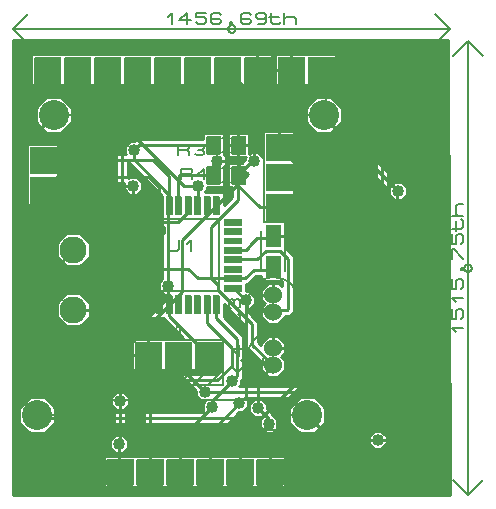
<source format=gbr>
G04 Created by GerbView by Software Companions*
%FSLAX24Y24*%
%MOIN*%
%ADD10C,0.0150*%
%ADD11C,0.0400*%
%ADD12C,0.0300*%
%ADD13C,0.0010*%
%ADD14C,0.0080*%
%ADD15R,0.0590X0.0220*%
%ADD16R,0.0220X0.0590*%
%ADD17R,0.0490X0.0709*%
%ADD18R,0.0450X0.0570*%
%ADD19R,0.0400X0.0500*%
%ADD20R,0.0500X0.1000*%
%ADD21C,0.0023*%
%ADD22C,0.0900*%
%ADD23C,0.0600*%
%ADD24C,0.1000*%
%ADD25C,0.0078*%
%ADD26C,0.0236*%
%ADD27C,0.0098*%
%ADD28C,0.0100*%
%ADD29C,0.0025*%
%ADD30R,0.0800X0.0800*%
%ADD31C,0.0800*%
%ADD32C,0.0500*%
%LNEXPORT*%
D02*
D10*
X6210Y10374D03*
D9*
D10*
X4046Y10370D03*
D9*
D10*
X8085Y11183D03*
D9*
D10*
X12198Y1904D03*
D9*
D10*
X6448Y3500D03*
D9*
D10*
X12871Y10193D03*
D9*
D10*
X4075Y11571D03*
D9*
D10*
X5221Y7026D03*
D9*
D10*
X6850Y11204D03*
D9*
D10*
X3593Y3199D03*
D9*
D10*
X3573Y1769D03*
D9*
D10*
X7323Y3855D03*
D9*
D10*
X6664Y2988D03*
D9*
D10*
X7586Y3120D03*
D9*
D10*
X7793Y6548D03*
D9*
D10*
X8584Y2442D03*
D9*
D10*
X8208Y2969D03*
D9*
D11*
X8183Y14223D03*
D9*
D11*
X7183Y14223D03*
D9*
D11*
X6183Y14223D03*
D9*
D11*
X5183Y14223D03*
D9*
D11*
X4183Y14223D03*
D9*
D11*
X3183Y14223D03*
D9*
D11*
X2183Y14223D03*
D9*
D11*
X1183Y14223D03*
D9*
D11*
X8908Y11664D03*
D9*
D11*
X8908Y10664D03*
D9*
D11*
X8908Y9664D03*
D9*
D11*
X10301Y14223D03*
D9*
D11*
X9301Y14223D03*
D9*
D11*
X1050Y11231D03*
D9*
D11*
X1050Y10231D03*
D9*
D11*
X6550Y4731D03*
D9*
D11*
X5550Y4731D03*
D9*
D11*
X4550Y4731D03*
D9*
D11*
X853Y2727D03*
D9*
D11*
X9853Y2727D03*
D9*
D11*
X1400Y12731D03*
D9*
D11*
X10400Y12731D03*
D9*
D11*
X3593Y838D03*
D9*
D11*
X4593Y838D03*
D9*
D11*
X5593Y838D03*
D9*
D11*
X6593Y838D03*
D9*
D11*
X7593Y838D03*
D9*
D11*
X8593Y838D03*
D9*
D12*
X2050Y6231D03*
D9*
D12*
X2050Y8231D03*
D9*
D12*
X8711Y6152D03*
D9*
D12*
X8711Y6742D03*
D9*
D12*
X8711Y4380D03*
D9*
D12*
X8711Y4971D03*
D9*
D13*
D14*
X50Y50D02*
X14550Y50D01*
X14550Y50D02*
X14550Y15231D01*
X14550Y15231D02*
X50Y15231D01*
X50Y15231D02*
X50Y50D01*
D13*
D15*
X4053Y9175D03*
D13*
D15*
X4053Y8860D03*
D13*
D15*
X4053Y8545D03*
D13*
D15*
X4053Y8231D03*
D13*
D15*
X4053Y7916D03*
D13*
D15*
X4053Y7601D03*
D13*
D15*
X4053Y7286D03*
D13*
D15*
X4053Y6971D03*
D13*
D16*
X4605Y6419D03*
D13*
D16*
X4920Y6419D03*
D13*
D16*
X5235Y6419D03*
D13*
D16*
X5550Y6419D03*
D13*
D16*
X5864Y6419D03*
D13*
D16*
X6179Y6419D03*
D13*
D16*
X6494Y6419D03*
D13*
D16*
X6809Y6419D03*
D13*
D15*
X7361Y6971D03*
D13*
D15*
X7361Y7286D03*
D13*
D15*
X7361Y7601D03*
D13*
D15*
X7361Y7916D03*
D13*
D15*
X7361Y8231D03*
D13*
D15*
X7361Y8545D03*
D13*
D15*
X7361Y8860D03*
D13*
D15*
X7361Y9175D03*
D13*
D16*
X6809Y9727D03*
D13*
D16*
X6494Y9727D03*
D13*
D16*
X6179Y9727D03*
D13*
D16*
X5864Y9727D03*
D13*
D16*
X5550Y9727D03*
D13*
D16*
X5235Y9727D03*
D13*
D16*
X4920Y9727D03*
D13*
D16*
X4605Y9727D03*
D13*
D17*
X8711Y7687D03*
D13*
D17*
X8711Y8711D03*
D13*
D18*
X2550Y4731D03*
D13*
D18*
X1841Y4731D03*
D13*
D18*
X2341Y9640D03*
D13*
D18*
X3050Y9640D03*
D13*
D19*
X6710Y11731D03*
D13*
D19*
X7550Y11731D03*
D13*
D19*
X6710Y10731D03*
D13*
D19*
X7550Y10731D03*
D13*
D20*
X12845Y2018D03*
D13*
D20*
X12845Y7333D03*
D13*
D20*
X12845Y9301D03*
D13*
D20*
X13042Y14419D03*
D13*
D14*
X50Y50D02*
X14550Y50D01*
X14550Y50D02*
X14550Y15231D01*
X14550Y15231D02*
X50Y15231D01*
X50Y15231D02*
X50Y50D01*
D13*
D11*
X6210Y10374D03*
D13*
D11*
X4046Y10370D03*
D13*
D11*
X8085Y11183D03*
D13*
D11*
X12198Y1904D03*
D13*
D11*
X6448Y3500D03*
D13*
D11*
X12871Y10193D03*
D13*
D11*
X4075Y11571D03*
D13*
D11*
X5221Y7026D03*
D13*
D11*
X6850Y11204D03*
D13*
D11*
X3593Y3199D03*
D13*
D11*
X3573Y1769D03*
D13*
D11*
X7323Y3855D03*
D13*
D11*
X6664Y2988D03*
D13*
D11*
X7586Y3120D03*
D13*
D11*
X7793Y6548D03*
D13*
D11*
X8584Y2442D03*
D13*
D11*
X8208Y2969D03*
D13*
D21*
X8582Y13785D02*
X7784Y13785D01*
X7784Y13785D02*
X7776Y13786D01*
X7776Y13786D02*
X7769Y13788D01*
X7769Y13788D02*
X7762Y13792D01*
X7762Y13792D02*
X7757Y13797D01*
X7757Y13797D02*
X7752Y13802D01*
X7752Y13802D02*
X7748Y13809D01*
X7748Y13809D02*
X7746Y13816D01*
X7746Y13816D02*
X7745Y13824D01*
X7745Y13824D02*
X7745Y14622D01*
X7745Y14622D02*
X7746Y14630D01*
X7746Y14630D02*
X7748Y14637D01*
X7748Y14637D02*
X7752Y14644D01*
X7752Y14644D02*
X7757Y14649D01*
X7757Y14649D02*
X7762Y14654D01*
X7762Y14654D02*
X7769Y14658D01*
X7769Y14658D02*
X7776Y14660D01*
X7776Y14660D02*
X7784Y14661D01*
X7784Y14661D02*
X8582Y14661D01*
X8582Y14661D02*
X8590Y14660D01*
X8590Y14660D02*
X8597Y14658D01*
X8597Y14658D02*
X8604Y14654D01*
X8604Y14654D02*
X8609Y14649D01*
X8609Y14649D02*
X8614Y14644D01*
X8614Y14644D02*
X8618Y14637D01*
X8618Y14637D02*
X8620Y14630D01*
X8620Y14630D02*
X8621Y14622D01*
X8621Y14622D02*
X8621Y13824D01*
X8621Y13824D02*
X8620Y13816D01*
X8620Y13816D02*
X8618Y13809D01*
X8618Y13809D02*
X8614Y13802D01*
X8614Y13802D02*
X8609Y13797D01*
X8609Y13797D02*
X8604Y13792D01*
X8604Y13792D02*
X8597Y13788D01*
X8597Y13788D02*
X8590Y13786D01*
X8590Y13786D02*
X8582Y13785D01*
X7784Y13785D02*
X8582Y13785D01*
X7757Y13797D02*
X8609Y13797D01*
X7748Y13809D02*
X8618Y13809D01*
X7745Y13821D02*
X8620Y13821D01*
X7745Y13833D02*
X8621Y13833D01*
X7745Y13845D02*
X8621Y13845D01*
X7745Y13857D02*
X8621Y13857D01*
X7745Y13869D02*
X8621Y13869D01*
X7745Y13881D02*
X8621Y13881D01*
X7745Y13893D02*
X8621Y13893D01*
X7745Y13905D02*
X8621Y13905D01*
X7745Y13917D02*
X8621Y13917D01*
X7745Y13929D02*
X8621Y13929D01*
X7745Y13941D02*
X8621Y13941D01*
X7745Y13953D02*
X8621Y13953D01*
X7745Y13965D02*
X8621Y13965D01*
X7745Y13977D02*
X8621Y13977D01*
X7745Y13989D02*
X8621Y13989D01*
X7745Y14001D02*
X8621Y14001D01*
X7745Y14013D02*
X8621Y14013D01*
X7745Y14025D02*
X8621Y14025D01*
X7745Y14037D02*
X8621Y14037D01*
X7745Y14049D02*
X8621Y14049D01*
X7745Y14061D02*
X8621Y14061D01*
X7745Y14073D02*
X8621Y14073D01*
X7745Y14085D02*
X8621Y14085D01*
X7745Y14097D02*
X8621Y14097D01*
X7745Y14109D02*
X8621Y14109D01*
X7745Y14121D02*
X8621Y14121D01*
X7745Y14133D02*
X8621Y14133D01*
X7745Y14145D02*
X8621Y14145D01*
X7745Y14157D02*
X8621Y14157D01*
X7745Y14169D02*
X8621Y14169D01*
X7745Y14181D02*
X8621Y14181D01*
X7745Y14193D02*
X8621Y14193D01*
X7745Y14205D02*
X8621Y14205D01*
X7745Y14217D02*
X8621Y14217D01*
X7745Y14229D02*
X8621Y14229D01*
X7745Y14241D02*
X8621Y14241D01*
X7745Y14253D02*
X8621Y14253D01*
X7745Y14265D02*
X8621Y14265D01*
X7745Y14277D02*
X8621Y14277D01*
X7745Y14289D02*
X8621Y14289D01*
X7745Y14301D02*
X8621Y14301D01*
X7745Y14313D02*
X8621Y14313D01*
X7745Y14325D02*
X8621Y14325D01*
X7745Y14337D02*
X8621Y14337D01*
X7745Y14349D02*
X8621Y14349D01*
X7745Y14361D02*
X8621Y14361D01*
X7745Y14373D02*
X8621Y14373D01*
X7745Y14385D02*
X8621Y14385D01*
X7745Y14397D02*
X8621Y14397D01*
X7745Y14409D02*
X8621Y14409D01*
X7745Y14421D02*
X8621Y14421D01*
X7745Y14433D02*
X8621Y14433D01*
X7745Y14445D02*
X8621Y14445D01*
X7745Y14457D02*
X8621Y14457D01*
X7745Y14469D02*
X8621Y14469D01*
X7745Y14481D02*
X8621Y14481D01*
X7745Y14493D02*
X8621Y14493D01*
X7745Y14505D02*
X8621Y14505D01*
X7745Y14517D02*
X8621Y14517D01*
X7745Y14529D02*
X8621Y14529D01*
X7745Y14541D02*
X8621Y14541D01*
X7745Y14553D02*
X8621Y14553D01*
X7745Y14565D02*
X8621Y14565D01*
X7745Y14577D02*
X8621Y14577D01*
X7745Y14589D02*
X8621Y14589D01*
X7745Y14601D02*
X8621Y14601D01*
X7745Y14613D02*
X8621Y14613D01*
X7745Y14625D02*
X8620Y14625D01*
X7748Y14637D02*
X8618Y14637D01*
X7757Y14649D02*
X8609Y14649D01*
X7784Y14661D02*
X8582Y14661D01*
X7582Y13785D02*
X6784Y13785D01*
X6784Y13785D02*
X6776Y13786D01*
X6776Y13786D02*
X6769Y13788D01*
X6769Y13788D02*
X6762Y13792D01*
X6762Y13792D02*
X6757Y13797D01*
X6757Y13797D02*
X6752Y13802D01*
X6752Y13802D02*
X6748Y13809D01*
X6748Y13809D02*
X6746Y13816D01*
X6746Y13816D02*
X6745Y13824D01*
X6745Y13824D02*
X6745Y14622D01*
X6745Y14622D02*
X6746Y14630D01*
X6746Y14630D02*
X6748Y14637D01*
X6748Y14637D02*
X6752Y14644D01*
X6752Y14644D02*
X6757Y14649D01*
X6757Y14649D02*
X6762Y14654D01*
X6762Y14654D02*
X6769Y14658D01*
X6769Y14658D02*
X6776Y14660D01*
X6776Y14660D02*
X6784Y14661D01*
X6784Y14661D02*
X7582Y14661D01*
X7582Y14661D02*
X7590Y14660D01*
X7590Y14660D02*
X7597Y14658D01*
X7597Y14658D02*
X7604Y14654D01*
X7604Y14654D02*
X7609Y14649D01*
X7609Y14649D02*
X7614Y14644D01*
X7614Y14644D02*
X7618Y14637D01*
X7618Y14637D02*
X7620Y14630D01*
X7620Y14630D02*
X7621Y14622D01*
X7621Y14622D02*
X7621Y13824D01*
X7621Y13824D02*
X7620Y13816D01*
X7620Y13816D02*
X7618Y13809D01*
X7618Y13809D02*
X7614Y13802D01*
X7614Y13802D02*
X7609Y13797D01*
X7609Y13797D02*
X7604Y13792D01*
X7604Y13792D02*
X7597Y13788D01*
X7597Y13788D02*
X7590Y13786D01*
X7590Y13786D02*
X7582Y13785D01*
X6784Y13785D02*
X7582Y13785D01*
X6757Y13797D02*
X7609Y13797D01*
X6748Y13809D02*
X7618Y13809D01*
X6745Y13821D02*
X7620Y13821D01*
X6745Y13833D02*
X7621Y13833D01*
X6745Y13845D02*
X7621Y13845D01*
X6745Y13857D02*
X7621Y13857D01*
X6745Y13869D02*
X7621Y13869D01*
X6745Y13881D02*
X7621Y13881D01*
X6745Y13893D02*
X7621Y13893D01*
X6745Y13905D02*
X7621Y13905D01*
X6745Y13917D02*
X7621Y13917D01*
X6745Y13929D02*
X7621Y13929D01*
X6745Y13941D02*
X7621Y13941D01*
X6745Y13953D02*
X7621Y13953D01*
X6745Y13965D02*
X7621Y13965D01*
X6745Y13977D02*
X7621Y13977D01*
X6745Y13989D02*
X7621Y13989D01*
X6745Y14001D02*
X7621Y14001D01*
X6745Y14013D02*
X7621Y14013D01*
X6745Y14025D02*
X7621Y14025D01*
X6745Y14037D02*
X7621Y14037D01*
X6745Y14049D02*
X7621Y14049D01*
X6745Y14061D02*
X7621Y14061D01*
X6745Y14073D02*
X7621Y14073D01*
X6745Y14085D02*
X7621Y14085D01*
X6745Y14097D02*
X7621Y14097D01*
X6745Y14109D02*
X7621Y14109D01*
X6745Y14121D02*
X7621Y14121D01*
X6745Y14133D02*
X7621Y14133D01*
X6745Y14145D02*
X7621Y14145D01*
X6745Y14157D02*
X7621Y14157D01*
X6745Y14169D02*
X7621Y14169D01*
X6745Y14181D02*
X7621Y14181D01*
X6745Y14193D02*
X7621Y14193D01*
X6745Y14205D02*
X7621Y14205D01*
X6745Y14217D02*
X7621Y14217D01*
X6745Y14229D02*
X7621Y14229D01*
X6745Y14241D02*
X7621Y14241D01*
X6745Y14253D02*
X7621Y14253D01*
X6745Y14265D02*
X7621Y14265D01*
X6745Y14277D02*
X7621Y14277D01*
X6745Y14289D02*
X7621Y14289D01*
X6745Y14301D02*
X7621Y14301D01*
X6745Y14313D02*
X7621Y14313D01*
X6745Y14325D02*
X7621Y14325D01*
X6745Y14337D02*
X7621Y14337D01*
X6745Y14349D02*
X7621Y14349D01*
X6745Y14361D02*
X7621Y14361D01*
X6745Y14373D02*
X7621Y14373D01*
X6745Y14385D02*
X7621Y14385D01*
X6745Y14397D02*
X7621Y14397D01*
X6745Y14409D02*
X7621Y14409D01*
X6745Y14421D02*
X7621Y14421D01*
X6745Y14433D02*
X7621Y14433D01*
X6745Y14445D02*
X7621Y14445D01*
X6745Y14457D02*
X7621Y14457D01*
X6745Y14469D02*
X7621Y14469D01*
X6745Y14481D02*
X7621Y14481D01*
X6745Y14493D02*
X7621Y14493D01*
X6745Y14505D02*
X7621Y14505D01*
X6745Y14517D02*
X7621Y14517D01*
X6745Y14529D02*
X7621Y14529D01*
X6745Y14541D02*
X7621Y14541D01*
X6745Y14553D02*
X7621Y14553D01*
X6745Y14565D02*
X7621Y14565D01*
X6745Y14577D02*
X7621Y14577D01*
X6745Y14589D02*
X7621Y14589D01*
X6745Y14601D02*
X7621Y14601D01*
X6745Y14613D02*
X7621Y14613D01*
X6745Y14625D02*
X7620Y14625D01*
X6748Y14637D02*
X7618Y14637D01*
X6757Y14649D02*
X7609Y14649D01*
X6784Y14661D02*
X7582Y14661D01*
X6582Y13785D02*
X5784Y13785D01*
X5784Y13785D02*
X5776Y13786D01*
X5776Y13786D02*
X5769Y13788D01*
X5769Y13788D02*
X5762Y13792D01*
X5762Y13792D02*
X5757Y13797D01*
X5757Y13797D02*
X5752Y13802D01*
X5752Y13802D02*
X5748Y13809D01*
X5748Y13809D02*
X5746Y13816D01*
X5746Y13816D02*
X5745Y13824D01*
X5745Y13824D02*
X5745Y14622D01*
X5745Y14622D02*
X5746Y14630D01*
X5746Y14630D02*
X5748Y14637D01*
X5748Y14637D02*
X5752Y14644D01*
X5752Y14644D02*
X5757Y14649D01*
X5757Y14649D02*
X5762Y14654D01*
X5762Y14654D02*
X5769Y14658D01*
X5769Y14658D02*
X5776Y14660D01*
X5776Y14660D02*
X5784Y14661D01*
X5784Y14661D02*
X6582Y14661D01*
X6582Y14661D02*
X6590Y14660D01*
X6590Y14660D02*
X6597Y14658D01*
X6597Y14658D02*
X6604Y14654D01*
X6604Y14654D02*
X6609Y14649D01*
X6609Y14649D02*
X6614Y14644D01*
X6614Y14644D02*
X6618Y14637D01*
X6618Y14637D02*
X6620Y14630D01*
X6620Y14630D02*
X6621Y14622D01*
X6621Y14622D02*
X6621Y13824D01*
X6621Y13824D02*
X6620Y13816D01*
X6620Y13816D02*
X6618Y13809D01*
X6618Y13809D02*
X6614Y13802D01*
X6614Y13802D02*
X6609Y13797D01*
X6609Y13797D02*
X6604Y13792D01*
X6604Y13792D02*
X6597Y13788D01*
X6597Y13788D02*
X6590Y13786D01*
X6590Y13786D02*
X6582Y13785D01*
X5784Y13785D02*
X6582Y13785D01*
X5757Y13797D02*
X6609Y13797D01*
X5748Y13809D02*
X6618Y13809D01*
X5745Y13821D02*
X6620Y13821D01*
X5745Y13833D02*
X6621Y13833D01*
X5745Y13845D02*
X6621Y13845D01*
X5745Y13857D02*
X6621Y13857D01*
X5745Y13869D02*
X6621Y13869D01*
X5745Y13881D02*
X6621Y13881D01*
X5745Y13893D02*
X6621Y13893D01*
X5745Y13905D02*
X6621Y13905D01*
X5745Y13917D02*
X6621Y13917D01*
X5745Y13929D02*
X6621Y13929D01*
X5745Y13941D02*
X6621Y13941D01*
X5745Y13953D02*
X6621Y13953D01*
X5745Y13965D02*
X6621Y13965D01*
X5745Y13977D02*
X6621Y13977D01*
X5745Y13989D02*
X6621Y13989D01*
X5745Y14001D02*
X6621Y14001D01*
X5745Y14013D02*
X6621Y14013D01*
X5745Y14025D02*
X6621Y14025D01*
X5745Y14037D02*
X6621Y14037D01*
X5745Y14049D02*
X6621Y14049D01*
X5745Y14061D02*
X6621Y14061D01*
X5745Y14073D02*
X6621Y14073D01*
X5745Y14085D02*
X6621Y14085D01*
X5745Y14097D02*
X6621Y14097D01*
X5745Y14109D02*
X6621Y14109D01*
X5745Y14121D02*
X6621Y14121D01*
X5745Y14133D02*
X6621Y14133D01*
X5745Y14145D02*
X6621Y14145D01*
X5745Y14157D02*
X6621Y14157D01*
X5745Y14169D02*
X6621Y14169D01*
X5745Y14181D02*
X6621Y14181D01*
X5745Y14193D02*
X6621Y14193D01*
X5745Y14205D02*
X6621Y14205D01*
X5745Y14217D02*
X6621Y14217D01*
X5745Y14229D02*
X6621Y14229D01*
X5745Y14241D02*
X6621Y14241D01*
X5745Y14253D02*
X6621Y14253D01*
X5745Y14265D02*
X6621Y14265D01*
X5745Y14277D02*
X6621Y14277D01*
X5745Y14289D02*
X6621Y14289D01*
X5745Y14301D02*
X6621Y14301D01*
X5745Y14313D02*
X6621Y14313D01*
X5745Y14325D02*
X6621Y14325D01*
X5745Y14337D02*
X6621Y14337D01*
X5745Y14349D02*
X6621Y14349D01*
X5745Y14361D02*
X6621Y14361D01*
X5745Y14373D02*
X6621Y14373D01*
X5745Y14385D02*
X6621Y14385D01*
X5745Y14397D02*
X6621Y14397D01*
X5745Y14409D02*
X6621Y14409D01*
X5745Y14421D02*
X6621Y14421D01*
X5745Y14433D02*
X6621Y14433D01*
X5745Y14445D02*
X6621Y14445D01*
X5745Y14457D02*
X6621Y14457D01*
X5745Y14469D02*
X6621Y14469D01*
X5745Y14481D02*
X6621Y14481D01*
X5745Y14493D02*
X6621Y14493D01*
X5745Y14505D02*
X6621Y14505D01*
X5745Y14517D02*
X6621Y14517D01*
X5745Y14529D02*
X6621Y14529D01*
X5745Y14541D02*
X6621Y14541D01*
X5745Y14553D02*
X6621Y14553D01*
X5745Y14565D02*
X6621Y14565D01*
X5745Y14577D02*
X6621Y14577D01*
X5745Y14589D02*
X6621Y14589D01*
X5745Y14601D02*
X6621Y14601D01*
X5745Y14613D02*
X6621Y14613D01*
X5745Y14625D02*
X6620Y14625D01*
X5748Y14637D02*
X6618Y14637D01*
X5757Y14649D02*
X6609Y14649D01*
X5784Y14661D02*
X6582Y14661D01*
X5582Y13785D02*
X4784Y13785D01*
X4784Y13785D02*
X4776Y13786D01*
X4776Y13786D02*
X4769Y13788D01*
X4769Y13788D02*
X4762Y13792D01*
X4762Y13792D02*
X4757Y13797D01*
X4757Y13797D02*
X4752Y13802D01*
X4752Y13802D02*
X4748Y13809D01*
X4748Y13809D02*
X4746Y13816D01*
X4746Y13816D02*
X4745Y13824D01*
X4745Y13824D02*
X4745Y14622D01*
X4745Y14622D02*
X4746Y14630D01*
X4746Y14630D02*
X4748Y14637D01*
X4748Y14637D02*
X4752Y14644D01*
X4752Y14644D02*
X4757Y14649D01*
X4757Y14649D02*
X4762Y14654D01*
X4762Y14654D02*
X4769Y14658D01*
X4769Y14658D02*
X4776Y14660D01*
X4776Y14660D02*
X4784Y14661D01*
X4784Y14661D02*
X5582Y14661D01*
X5582Y14661D02*
X5590Y14660D01*
X5590Y14660D02*
X5597Y14658D01*
X5597Y14658D02*
X5604Y14654D01*
X5604Y14654D02*
X5609Y14649D01*
X5609Y14649D02*
X5614Y14644D01*
X5614Y14644D02*
X5618Y14637D01*
X5618Y14637D02*
X5620Y14630D01*
X5620Y14630D02*
X5621Y14622D01*
X5621Y14622D02*
X5621Y13824D01*
X5621Y13824D02*
X5620Y13816D01*
X5620Y13816D02*
X5618Y13809D01*
X5618Y13809D02*
X5614Y13802D01*
X5614Y13802D02*
X5609Y13797D01*
X5609Y13797D02*
X5604Y13792D01*
X5604Y13792D02*
X5597Y13788D01*
X5597Y13788D02*
X5590Y13786D01*
X5590Y13786D02*
X5582Y13785D01*
X4784Y13785D02*
X5582Y13785D01*
X4757Y13797D02*
X5609Y13797D01*
X4748Y13809D02*
X5618Y13809D01*
X4745Y13821D02*
X5620Y13821D01*
X4745Y13833D02*
X5621Y13833D01*
X4745Y13845D02*
X5621Y13845D01*
X4745Y13857D02*
X5621Y13857D01*
X4745Y13869D02*
X5621Y13869D01*
X4745Y13881D02*
X5621Y13881D01*
X4745Y13893D02*
X5621Y13893D01*
X4745Y13905D02*
X5621Y13905D01*
X4745Y13917D02*
X5621Y13917D01*
X4745Y13929D02*
X5621Y13929D01*
X4745Y13941D02*
X5621Y13941D01*
X4745Y13953D02*
X5621Y13953D01*
X4745Y13965D02*
X5621Y13965D01*
X4745Y13977D02*
X5621Y13977D01*
X4745Y13989D02*
X5621Y13989D01*
X4745Y14001D02*
X5621Y14001D01*
X4745Y14013D02*
X5621Y14013D01*
X4745Y14025D02*
X5621Y14025D01*
X4745Y14037D02*
X5621Y14037D01*
X4745Y14049D02*
X5621Y14049D01*
X4745Y14061D02*
X5621Y14061D01*
X4745Y14073D02*
X5621Y14073D01*
X4745Y14085D02*
X5621Y14085D01*
X4745Y14097D02*
X5621Y14097D01*
X4745Y14109D02*
X5621Y14109D01*
X4745Y14121D02*
X5621Y14121D01*
X4745Y14133D02*
X5621Y14133D01*
X4745Y14145D02*
X5621Y14145D01*
X4745Y14157D02*
X5621Y14157D01*
X4745Y14169D02*
X5621Y14169D01*
X4745Y14181D02*
X5621Y14181D01*
X4745Y14193D02*
X5621Y14193D01*
X4745Y14205D02*
X5621Y14205D01*
X4745Y14217D02*
X5621Y14217D01*
X4745Y14229D02*
X5621Y14229D01*
X4745Y14241D02*
X5621Y14241D01*
X4745Y14253D02*
X5621Y14253D01*
X4745Y14265D02*
X5621Y14265D01*
X4745Y14277D02*
X5621Y14277D01*
X4745Y14289D02*
X5621Y14289D01*
X4745Y14301D02*
X5621Y14301D01*
X4745Y14313D02*
X5621Y14313D01*
X4745Y14325D02*
X5621Y14325D01*
X4745Y14337D02*
X5621Y14337D01*
X4745Y14349D02*
X5621Y14349D01*
X4745Y14361D02*
X5621Y14361D01*
X4745Y14373D02*
X5621Y14373D01*
X4745Y14385D02*
X5621Y14385D01*
X4745Y14397D02*
X5621Y14397D01*
X4745Y14409D02*
X5621Y14409D01*
X4745Y14421D02*
X5621Y14421D01*
X4745Y14433D02*
X5621Y14433D01*
X4745Y14445D02*
X5621Y14445D01*
X4745Y14457D02*
X5621Y14457D01*
X4745Y14469D02*
X5621Y14469D01*
X4745Y14481D02*
X5621Y14481D01*
X4745Y14493D02*
X5621Y14493D01*
X4745Y14505D02*
X5621Y14505D01*
X4745Y14517D02*
X5621Y14517D01*
X4745Y14529D02*
X5621Y14529D01*
X4745Y14541D02*
X5621Y14541D01*
X4745Y14553D02*
X5621Y14553D01*
X4745Y14565D02*
X5621Y14565D01*
X4745Y14577D02*
X5621Y14577D01*
X4745Y14589D02*
X5621Y14589D01*
X4745Y14601D02*
X5621Y14601D01*
X4745Y14613D02*
X5621Y14613D01*
X4745Y14625D02*
X5620Y14625D01*
X4748Y14637D02*
X5618Y14637D01*
X4757Y14649D02*
X5609Y14649D01*
X4784Y14661D02*
X5582Y14661D01*
X4582Y13785D02*
X3784Y13785D01*
X3784Y13785D02*
X3776Y13786D01*
X3776Y13786D02*
X3769Y13788D01*
X3769Y13788D02*
X3762Y13792D01*
X3762Y13792D02*
X3757Y13797D01*
X3757Y13797D02*
X3752Y13802D01*
X3752Y13802D02*
X3748Y13809D01*
X3748Y13809D02*
X3746Y13816D01*
X3746Y13816D02*
X3745Y13824D01*
X3745Y13824D02*
X3745Y14622D01*
X3745Y14622D02*
X3746Y14630D01*
X3746Y14630D02*
X3748Y14637D01*
X3748Y14637D02*
X3752Y14644D01*
X3752Y14644D02*
X3757Y14649D01*
X3757Y14649D02*
X3762Y14654D01*
X3762Y14654D02*
X3769Y14658D01*
X3769Y14658D02*
X3776Y14660D01*
X3776Y14660D02*
X3784Y14661D01*
X3784Y14661D02*
X4582Y14661D01*
X4582Y14661D02*
X4590Y14660D01*
X4590Y14660D02*
X4597Y14658D01*
X4597Y14658D02*
X4604Y14654D01*
X4604Y14654D02*
X4609Y14649D01*
X4609Y14649D02*
X4614Y14644D01*
X4614Y14644D02*
X4618Y14637D01*
X4618Y14637D02*
X4620Y14630D01*
X4620Y14630D02*
X4621Y14622D01*
X4621Y14622D02*
X4621Y13824D01*
X4621Y13824D02*
X4620Y13816D01*
X4620Y13816D02*
X4618Y13809D01*
X4618Y13809D02*
X4614Y13802D01*
X4614Y13802D02*
X4609Y13797D01*
X4609Y13797D02*
X4604Y13792D01*
X4604Y13792D02*
X4597Y13788D01*
X4597Y13788D02*
X4590Y13786D01*
X4590Y13786D02*
X4582Y13785D01*
X3784Y13785D02*
X4582Y13785D01*
X3757Y13797D02*
X4609Y13797D01*
X3748Y13809D02*
X4618Y13809D01*
X3745Y13821D02*
X4620Y13821D01*
X3745Y13833D02*
X4621Y13833D01*
X3745Y13845D02*
X4621Y13845D01*
X3745Y13857D02*
X4621Y13857D01*
X3745Y13869D02*
X4621Y13869D01*
X3745Y13881D02*
X4621Y13881D01*
X3745Y13893D02*
X4621Y13893D01*
X3745Y13905D02*
X4621Y13905D01*
X3745Y13917D02*
X4621Y13917D01*
X3745Y13929D02*
X4621Y13929D01*
X3745Y13941D02*
X4621Y13941D01*
X3745Y13953D02*
X4621Y13953D01*
X3745Y13965D02*
X4621Y13965D01*
X3745Y13977D02*
X4621Y13977D01*
X3745Y13989D02*
X4621Y13989D01*
X3745Y14001D02*
X4621Y14001D01*
X3745Y14013D02*
X4621Y14013D01*
X3745Y14025D02*
X4621Y14025D01*
X3745Y14037D02*
X4621Y14037D01*
X3745Y14049D02*
X4621Y14049D01*
X3745Y14061D02*
X4621Y14061D01*
X3745Y14073D02*
X4621Y14073D01*
X3745Y14085D02*
X4621Y14085D01*
X3745Y14097D02*
X4621Y14097D01*
X3745Y14109D02*
X4621Y14109D01*
X3745Y14121D02*
X4621Y14121D01*
X3745Y14133D02*
X4621Y14133D01*
X3745Y14145D02*
X4621Y14145D01*
X3745Y14157D02*
X4621Y14157D01*
X3745Y14169D02*
X4621Y14169D01*
X3745Y14181D02*
X4621Y14181D01*
X3745Y14193D02*
X4621Y14193D01*
X3745Y14205D02*
X4621Y14205D01*
X3745Y14217D02*
X4621Y14217D01*
X3745Y14229D02*
X4621Y14229D01*
X3745Y14241D02*
X4621Y14241D01*
X3745Y14253D02*
X4621Y14253D01*
X3745Y14265D02*
X4621Y14265D01*
X3745Y14277D02*
X4621Y14277D01*
X3745Y14289D02*
X4621Y14289D01*
X3745Y14301D02*
X4621Y14301D01*
X3745Y14313D02*
X4621Y14313D01*
X3745Y14325D02*
X4621Y14325D01*
X3745Y14337D02*
X4621Y14337D01*
X3745Y14349D02*
X4621Y14349D01*
X3745Y14361D02*
X4621Y14361D01*
X3745Y14373D02*
X4621Y14373D01*
X3745Y14385D02*
X4621Y14385D01*
X3745Y14397D02*
X4621Y14397D01*
X3745Y14409D02*
X4621Y14409D01*
X3745Y14421D02*
X4621Y14421D01*
X3745Y14433D02*
X4621Y14433D01*
X3745Y14445D02*
X4621Y14445D01*
X3745Y14457D02*
X4621Y14457D01*
X3745Y14469D02*
X4621Y14469D01*
X3745Y14481D02*
X4621Y14481D01*
X3745Y14493D02*
X4621Y14493D01*
X3745Y14505D02*
X4621Y14505D01*
X3745Y14517D02*
X4621Y14517D01*
X3745Y14529D02*
X4621Y14529D01*
X3745Y14541D02*
X4621Y14541D01*
X3745Y14553D02*
X4621Y14553D01*
X3745Y14565D02*
X4621Y14565D01*
X3745Y14577D02*
X4621Y14577D01*
X3745Y14589D02*
X4621Y14589D01*
X3745Y14601D02*
X4621Y14601D01*
X3745Y14613D02*
X4621Y14613D01*
X3745Y14625D02*
X4620Y14625D01*
X3748Y14637D02*
X4618Y14637D01*
X3757Y14649D02*
X4609Y14649D01*
X3784Y14661D02*
X4582Y14661D01*
X3582Y13785D02*
X2784Y13785D01*
X2784Y13785D02*
X2776Y13786D01*
X2776Y13786D02*
X2769Y13788D01*
X2769Y13788D02*
X2762Y13792D01*
X2762Y13792D02*
X2757Y13797D01*
X2757Y13797D02*
X2752Y13802D01*
X2752Y13802D02*
X2748Y13809D01*
X2748Y13809D02*
X2746Y13816D01*
X2746Y13816D02*
X2745Y13824D01*
X2745Y13824D02*
X2745Y14622D01*
X2745Y14622D02*
X2746Y14630D01*
X2746Y14630D02*
X2748Y14637D01*
X2748Y14637D02*
X2752Y14644D01*
X2752Y14644D02*
X2757Y14649D01*
X2757Y14649D02*
X2762Y14654D01*
X2762Y14654D02*
X2769Y14658D01*
X2769Y14658D02*
X2776Y14660D01*
X2776Y14660D02*
X2784Y14661D01*
X2784Y14661D02*
X3582Y14661D01*
X3582Y14661D02*
X3590Y14660D01*
X3590Y14660D02*
X3597Y14658D01*
X3597Y14658D02*
X3604Y14654D01*
X3604Y14654D02*
X3609Y14649D01*
X3609Y14649D02*
X3614Y14644D01*
X3614Y14644D02*
X3618Y14637D01*
X3618Y14637D02*
X3620Y14630D01*
X3620Y14630D02*
X3621Y14622D01*
X3621Y14622D02*
X3621Y13824D01*
X3621Y13824D02*
X3620Y13816D01*
X3620Y13816D02*
X3618Y13809D01*
X3618Y13809D02*
X3614Y13802D01*
X3614Y13802D02*
X3609Y13797D01*
X3609Y13797D02*
X3604Y13792D01*
X3604Y13792D02*
X3597Y13788D01*
X3597Y13788D02*
X3590Y13786D01*
X3590Y13786D02*
X3582Y13785D01*
X2784Y13785D02*
X3582Y13785D01*
X2757Y13797D02*
X3609Y13797D01*
X2748Y13809D02*
X3618Y13809D01*
X2745Y13821D02*
X3620Y13821D01*
X2745Y13833D02*
X3621Y13833D01*
X2745Y13845D02*
X3621Y13845D01*
X2745Y13857D02*
X3621Y13857D01*
X2745Y13869D02*
X3621Y13869D01*
X2745Y13881D02*
X3621Y13881D01*
X2745Y13893D02*
X3621Y13893D01*
X2745Y13905D02*
X3621Y13905D01*
X2745Y13917D02*
X3621Y13917D01*
X2745Y13929D02*
X3621Y13929D01*
X2745Y13941D02*
X3621Y13941D01*
X2745Y13953D02*
X3621Y13953D01*
X2745Y13965D02*
X3621Y13965D01*
X2745Y13977D02*
X3621Y13977D01*
X2745Y13989D02*
X3621Y13989D01*
X2745Y14001D02*
X3621Y14001D01*
X2745Y14013D02*
X3621Y14013D01*
X2745Y14025D02*
X3621Y14025D01*
X2745Y14037D02*
X3621Y14037D01*
X2745Y14049D02*
X3621Y14049D01*
X2745Y14061D02*
X3621Y14061D01*
X2745Y14073D02*
X3621Y14073D01*
X2745Y14085D02*
X3621Y14085D01*
X2745Y14097D02*
X3621Y14097D01*
X2745Y14109D02*
X3621Y14109D01*
X2745Y14121D02*
X3621Y14121D01*
X2745Y14133D02*
X3621Y14133D01*
X2745Y14145D02*
X3621Y14145D01*
X2745Y14157D02*
X3621Y14157D01*
X2745Y14169D02*
X3621Y14169D01*
X2745Y14181D02*
X3621Y14181D01*
X2745Y14193D02*
X3621Y14193D01*
X2745Y14205D02*
X3621Y14205D01*
X2745Y14217D02*
X3621Y14217D01*
X2745Y14229D02*
X3621Y14229D01*
X2745Y14241D02*
X3621Y14241D01*
X2745Y14253D02*
X3621Y14253D01*
X2745Y14265D02*
X3621Y14265D01*
X2745Y14277D02*
X3621Y14277D01*
X2745Y14289D02*
X3621Y14289D01*
X2745Y14301D02*
X3621Y14301D01*
X2745Y14313D02*
X3621Y14313D01*
X2745Y14325D02*
X3621Y14325D01*
X2745Y14337D02*
X3621Y14337D01*
X2745Y14349D02*
X3621Y14349D01*
X2745Y14361D02*
X3621Y14361D01*
X2745Y14373D02*
X3621Y14373D01*
X2745Y14385D02*
X3621Y14385D01*
X2745Y14397D02*
X3621Y14397D01*
X2745Y14409D02*
X3621Y14409D01*
X2745Y14421D02*
X3621Y14421D01*
X2745Y14433D02*
X3621Y14433D01*
X2745Y14445D02*
X3621Y14445D01*
X2745Y14457D02*
X3621Y14457D01*
X2745Y14469D02*
X3621Y14469D01*
X2745Y14481D02*
X3621Y14481D01*
X2745Y14493D02*
X3621Y14493D01*
X2745Y14505D02*
X3621Y14505D01*
X2745Y14517D02*
X3621Y14517D01*
X2745Y14529D02*
X3621Y14529D01*
X2745Y14541D02*
X3621Y14541D01*
X2745Y14553D02*
X3621Y14553D01*
X2745Y14565D02*
X3621Y14565D01*
X2745Y14577D02*
X3621Y14577D01*
X2745Y14589D02*
X3621Y14589D01*
X2745Y14601D02*
X3621Y14601D01*
X2745Y14613D02*
X3621Y14613D01*
X2745Y14625D02*
X3620Y14625D01*
X2748Y14637D02*
X3618Y14637D01*
X2757Y14649D02*
X3609Y14649D01*
X2784Y14661D02*
X3582Y14661D01*
X2582Y13785D02*
X1784Y13785D01*
X1784Y13785D02*
X1776Y13786D01*
X1776Y13786D02*
X1769Y13788D01*
X1769Y13788D02*
X1762Y13792D01*
X1762Y13792D02*
X1757Y13797D01*
X1757Y13797D02*
X1752Y13802D01*
X1752Y13802D02*
X1748Y13809D01*
X1748Y13809D02*
X1746Y13816D01*
X1746Y13816D02*
X1745Y13824D01*
X1745Y13824D02*
X1745Y14622D01*
X1745Y14622D02*
X1746Y14630D01*
X1746Y14630D02*
X1748Y14637D01*
X1748Y14637D02*
X1752Y14644D01*
X1752Y14644D02*
X1757Y14649D01*
X1757Y14649D02*
X1762Y14654D01*
X1762Y14654D02*
X1769Y14658D01*
X1769Y14658D02*
X1776Y14660D01*
X1776Y14660D02*
X1784Y14661D01*
X1784Y14661D02*
X2582Y14661D01*
X2582Y14661D02*
X2590Y14660D01*
X2590Y14660D02*
X2597Y14658D01*
X2597Y14658D02*
X2604Y14654D01*
X2604Y14654D02*
X2609Y14649D01*
X2609Y14649D02*
X2614Y14644D01*
X2614Y14644D02*
X2618Y14637D01*
X2618Y14637D02*
X2620Y14630D01*
X2620Y14630D02*
X2621Y14622D01*
X2621Y14622D02*
X2621Y13824D01*
X2621Y13824D02*
X2620Y13816D01*
X2620Y13816D02*
X2618Y13809D01*
X2618Y13809D02*
X2614Y13802D01*
X2614Y13802D02*
X2609Y13797D01*
X2609Y13797D02*
X2604Y13792D01*
X2604Y13792D02*
X2597Y13788D01*
X2597Y13788D02*
X2590Y13786D01*
X2590Y13786D02*
X2582Y13785D01*
X1784Y13785D02*
X2582Y13785D01*
X1757Y13797D02*
X2609Y13797D01*
X1748Y13809D02*
X2618Y13809D01*
X1745Y13821D02*
X2620Y13821D01*
X1745Y13833D02*
X2621Y13833D01*
X1745Y13845D02*
X2621Y13845D01*
X1745Y13857D02*
X2621Y13857D01*
X1745Y13869D02*
X2621Y13869D01*
X1745Y13881D02*
X2621Y13881D01*
X1745Y13893D02*
X2621Y13893D01*
X1745Y13905D02*
X2621Y13905D01*
X1745Y13917D02*
X2621Y13917D01*
X1745Y13929D02*
X2621Y13929D01*
X1745Y13941D02*
X2621Y13941D01*
X1745Y13953D02*
X2621Y13953D01*
X1745Y13965D02*
X2621Y13965D01*
X1745Y13977D02*
X2621Y13977D01*
X1745Y13989D02*
X2621Y13989D01*
X1745Y14001D02*
X2621Y14001D01*
X1745Y14013D02*
X2621Y14013D01*
X1745Y14025D02*
X2621Y14025D01*
X1745Y14037D02*
X2621Y14037D01*
X1745Y14049D02*
X2621Y14049D01*
X1745Y14061D02*
X2621Y14061D01*
X1745Y14073D02*
X2621Y14073D01*
X1745Y14085D02*
X2621Y14085D01*
X1745Y14097D02*
X2621Y14097D01*
X1745Y14109D02*
X2621Y14109D01*
X1745Y14121D02*
X2621Y14121D01*
X1745Y14133D02*
X2621Y14133D01*
X1745Y14145D02*
X2621Y14145D01*
X1745Y14157D02*
X2621Y14157D01*
X1745Y14169D02*
X2621Y14169D01*
X1745Y14181D02*
X2621Y14181D01*
X1745Y14193D02*
X2621Y14193D01*
X1745Y14205D02*
X2621Y14205D01*
X1745Y14217D02*
X2621Y14217D01*
X1745Y14229D02*
X2621Y14229D01*
X1745Y14241D02*
X2621Y14241D01*
X1745Y14253D02*
X2621Y14253D01*
X1745Y14265D02*
X2621Y14265D01*
X1745Y14277D02*
X2621Y14277D01*
X1745Y14289D02*
X2621Y14289D01*
X1745Y14301D02*
X2621Y14301D01*
X1745Y14313D02*
X2621Y14313D01*
X1745Y14325D02*
X2621Y14325D01*
X1745Y14337D02*
X2621Y14337D01*
X1745Y14349D02*
X2621Y14349D01*
X1745Y14361D02*
X2621Y14361D01*
X1745Y14373D02*
X2621Y14373D01*
X1745Y14385D02*
X2621Y14385D01*
X1745Y14397D02*
X2621Y14397D01*
X1745Y14409D02*
X2621Y14409D01*
X1745Y14421D02*
X2621Y14421D01*
X1745Y14433D02*
X2621Y14433D01*
X1745Y14445D02*
X2621Y14445D01*
X1745Y14457D02*
X2621Y14457D01*
X1745Y14469D02*
X2621Y14469D01*
X1745Y14481D02*
X2621Y14481D01*
X1745Y14493D02*
X2621Y14493D01*
X1745Y14505D02*
X2621Y14505D01*
X1745Y14517D02*
X2621Y14517D01*
X1745Y14529D02*
X2621Y14529D01*
X1745Y14541D02*
X2621Y14541D01*
X1745Y14553D02*
X2621Y14553D01*
X1745Y14565D02*
X2621Y14565D01*
X1745Y14577D02*
X2621Y14577D01*
X1745Y14589D02*
X2621Y14589D01*
X1745Y14601D02*
X2621Y14601D01*
X1745Y14613D02*
X2621Y14613D01*
X1745Y14625D02*
X2620Y14625D01*
X1748Y14637D02*
X2618Y14637D01*
X1757Y14649D02*
X2609Y14649D01*
X1784Y14661D02*
X2582Y14661D01*
X1582Y13785D02*
X784Y13785D01*
X784Y13785D02*
X776Y13786D01*
X776Y13786D02*
X769Y13788D01*
X769Y13788D02*
X762Y13792D01*
X762Y13792D02*
X757Y13797D01*
X757Y13797D02*
X752Y13802D01*
X752Y13802D02*
X748Y13809D01*
X748Y13809D02*
X746Y13816D01*
X746Y13816D02*
X745Y13824D01*
X745Y13824D02*
X745Y14622D01*
X745Y14622D02*
X746Y14630D01*
X746Y14630D02*
X748Y14637D01*
X748Y14637D02*
X752Y14644D01*
X752Y14644D02*
X757Y14649D01*
X757Y14649D02*
X762Y14654D01*
X762Y14654D02*
X769Y14658D01*
X769Y14658D02*
X776Y14660D01*
X776Y14660D02*
X784Y14661D01*
X784Y14661D02*
X1582Y14661D01*
X1582Y14661D02*
X1590Y14660D01*
X1590Y14660D02*
X1597Y14658D01*
X1597Y14658D02*
X1604Y14654D01*
X1604Y14654D02*
X1609Y14649D01*
X1609Y14649D02*
X1614Y14644D01*
X1614Y14644D02*
X1618Y14637D01*
X1618Y14637D02*
X1620Y14630D01*
X1620Y14630D02*
X1621Y14622D01*
X1621Y14622D02*
X1621Y13824D01*
X1621Y13824D02*
X1620Y13816D01*
X1620Y13816D02*
X1618Y13809D01*
X1618Y13809D02*
X1614Y13802D01*
X1614Y13802D02*
X1609Y13797D01*
X1609Y13797D02*
X1604Y13792D01*
X1604Y13792D02*
X1597Y13788D01*
X1597Y13788D02*
X1590Y13786D01*
X1590Y13786D02*
X1582Y13785D01*
X784Y13785D02*
X1582Y13785D01*
X757Y13797D02*
X1609Y13797D01*
X748Y13809D02*
X1618Y13809D01*
X745Y13821D02*
X1620Y13821D01*
X745Y13833D02*
X1621Y13833D01*
X745Y13845D02*
X1621Y13845D01*
X745Y13857D02*
X1621Y13857D01*
X745Y13869D02*
X1621Y13869D01*
X745Y13881D02*
X1621Y13881D01*
X745Y13893D02*
X1621Y13893D01*
X745Y13905D02*
X1621Y13905D01*
X745Y13917D02*
X1621Y13917D01*
X745Y13929D02*
X1621Y13929D01*
X745Y13941D02*
X1621Y13941D01*
X745Y13953D02*
X1621Y13953D01*
X745Y13965D02*
X1621Y13965D01*
X745Y13977D02*
X1621Y13977D01*
X745Y13989D02*
X1621Y13989D01*
X745Y14001D02*
X1621Y14001D01*
X745Y14013D02*
X1621Y14013D01*
X745Y14025D02*
X1621Y14025D01*
X745Y14037D02*
X1621Y14037D01*
X745Y14049D02*
X1621Y14049D01*
X745Y14061D02*
X1621Y14061D01*
X745Y14073D02*
X1621Y14073D01*
X745Y14085D02*
X1621Y14085D01*
X745Y14097D02*
X1621Y14097D01*
X745Y14109D02*
X1621Y14109D01*
X745Y14121D02*
X1621Y14121D01*
X745Y14133D02*
X1621Y14133D01*
X745Y14145D02*
X1621Y14145D01*
X745Y14157D02*
X1621Y14157D01*
X745Y14169D02*
X1621Y14169D01*
X745Y14181D02*
X1621Y14181D01*
X745Y14193D02*
X1621Y14193D01*
X745Y14205D02*
X1621Y14205D01*
X745Y14217D02*
X1621Y14217D01*
X745Y14229D02*
X1621Y14229D01*
X745Y14241D02*
X1621Y14241D01*
X745Y14253D02*
X1621Y14253D01*
X745Y14265D02*
X1621Y14265D01*
X745Y14277D02*
X1621Y14277D01*
X745Y14289D02*
X1621Y14289D01*
X745Y14301D02*
X1621Y14301D01*
X745Y14313D02*
X1621Y14313D01*
X745Y14325D02*
X1621Y14325D01*
X745Y14337D02*
X1621Y14337D01*
X745Y14349D02*
X1621Y14349D01*
X745Y14361D02*
X1621Y14361D01*
X745Y14373D02*
X1621Y14373D01*
X745Y14385D02*
X1621Y14385D01*
X745Y14397D02*
X1621Y14397D01*
X745Y14409D02*
X1621Y14409D01*
X745Y14421D02*
X1621Y14421D01*
X745Y14433D02*
X1621Y14433D01*
X745Y14445D02*
X1621Y14445D01*
X745Y14457D02*
X1621Y14457D01*
X745Y14469D02*
X1621Y14469D01*
X745Y14481D02*
X1621Y14481D01*
X745Y14493D02*
X1621Y14493D01*
X745Y14505D02*
X1621Y14505D01*
X745Y14517D02*
X1621Y14517D01*
X745Y14529D02*
X1621Y14529D01*
X745Y14541D02*
X1621Y14541D01*
X745Y14553D02*
X1621Y14553D01*
X745Y14565D02*
X1621Y14565D01*
X745Y14577D02*
X1621Y14577D01*
X745Y14589D02*
X1621Y14589D01*
X745Y14601D02*
X1621Y14601D01*
X745Y14613D02*
X1621Y14613D01*
X745Y14625D02*
X1620Y14625D01*
X748Y14637D02*
X1618Y14637D01*
X757Y14649D02*
X1609Y14649D01*
X784Y14661D02*
X1582Y14661D01*
D13*
D22*
X2050Y6231D03*
D13*
D22*
X2050Y8231D03*
D13*
D21*
X9346Y12063D02*
X9346Y11265D01*
X9346Y11265D02*
X9345Y11257D01*
X9345Y11257D02*
X9343Y11250D01*
X9343Y11250D02*
X9339Y11243D01*
X9339Y11243D02*
X9334Y11238D01*
X9334Y11238D02*
X9329Y11233D01*
X9329Y11233D02*
X9322Y11229D01*
X9322Y11229D02*
X9315Y11227D01*
X9315Y11227D02*
X9307Y11226D01*
X9307Y11226D02*
X8509Y11226D01*
X8509Y11226D02*
X8501Y11227D01*
X8501Y11227D02*
X8494Y11229D01*
X8494Y11229D02*
X8487Y11233D01*
X8487Y11233D02*
X8482Y11238D01*
X8482Y11238D02*
X8477Y11243D01*
X8477Y11243D02*
X8473Y11250D01*
X8473Y11250D02*
X8471Y11257D01*
X8471Y11257D02*
X8470Y11265D01*
X8470Y11265D02*
X8470Y12063D01*
X8470Y12063D02*
X8471Y12071D01*
X8471Y12071D02*
X8473Y12078D01*
X8473Y12078D02*
X8477Y12085D01*
X8477Y12085D02*
X8482Y12090D01*
X8482Y12090D02*
X8487Y12095D01*
X8487Y12095D02*
X8494Y12099D01*
X8494Y12099D02*
X8501Y12101D01*
X8501Y12101D02*
X8509Y12102D01*
X8509Y12102D02*
X9307Y12102D01*
X9307Y12102D02*
X9315Y12101D01*
X9315Y12101D02*
X9322Y12099D01*
X9322Y12099D02*
X9329Y12095D01*
X9329Y12095D02*
X9334Y12090D01*
X9334Y12090D02*
X9339Y12085D01*
X9339Y12085D02*
X9343Y12078D01*
X9343Y12078D02*
X9345Y12071D01*
X9345Y12071D02*
X9346Y12063D01*
X8509Y11226D02*
X9307Y11226D01*
X8482Y11238D02*
X9334Y11238D01*
X8473Y11250D02*
X9343Y11250D01*
X8470Y11262D02*
X9345Y11262D01*
X8470Y11274D02*
X9346Y11274D01*
X8470Y11286D02*
X9346Y11286D01*
X8470Y11298D02*
X9346Y11298D01*
X8470Y11310D02*
X9346Y11310D01*
X8470Y11322D02*
X9346Y11322D01*
X8470Y11334D02*
X9346Y11334D01*
X8470Y11346D02*
X9346Y11346D01*
X8470Y11358D02*
X9346Y11358D01*
X8470Y11370D02*
X9346Y11370D01*
X8470Y11382D02*
X9346Y11382D01*
X8470Y11394D02*
X9346Y11394D01*
X8470Y11406D02*
X9346Y11406D01*
X8470Y11418D02*
X9346Y11418D01*
X8470Y11430D02*
X9346Y11430D01*
X8470Y11442D02*
X9346Y11442D01*
X8470Y11454D02*
X9346Y11454D01*
X8470Y11466D02*
X9346Y11466D01*
X8470Y11478D02*
X9346Y11478D01*
X8470Y11490D02*
X9346Y11490D01*
X8470Y11502D02*
X9346Y11502D01*
X8470Y11514D02*
X9346Y11514D01*
X8470Y11526D02*
X9346Y11526D01*
X8470Y11538D02*
X9346Y11538D01*
X8470Y11550D02*
X9346Y11550D01*
X8470Y11562D02*
X9346Y11562D01*
X8470Y11574D02*
X9346Y11574D01*
X8470Y11586D02*
X9346Y11586D01*
X8470Y11598D02*
X9346Y11598D01*
X8470Y11610D02*
X9346Y11610D01*
X8470Y11622D02*
X9346Y11622D01*
X8470Y11634D02*
X9346Y11634D01*
X8470Y11646D02*
X9346Y11646D01*
X8470Y11658D02*
X9346Y11658D01*
X8470Y11670D02*
X9346Y11670D01*
X8470Y11682D02*
X9346Y11682D01*
X8470Y11694D02*
X9346Y11694D01*
X8470Y11706D02*
X9346Y11706D01*
X8470Y11718D02*
X9346Y11718D01*
X8470Y11730D02*
X9346Y11730D01*
X8470Y11742D02*
X9346Y11742D01*
X8470Y11754D02*
X9346Y11754D01*
X8470Y11766D02*
X9346Y11766D01*
X8470Y11778D02*
X9346Y11778D01*
X8470Y11790D02*
X9346Y11790D01*
X8470Y11802D02*
X9346Y11802D01*
X8470Y11814D02*
X9346Y11814D01*
X8470Y11826D02*
X9346Y11826D01*
X8470Y11838D02*
X9346Y11838D01*
X8470Y11850D02*
X9346Y11850D01*
X8470Y11862D02*
X9346Y11862D01*
X8470Y11874D02*
X9346Y11874D01*
X8470Y11886D02*
X9346Y11886D01*
X8470Y11898D02*
X9346Y11898D01*
X8470Y11910D02*
X9346Y11910D01*
X8470Y11922D02*
X9346Y11922D01*
X8470Y11934D02*
X9346Y11934D01*
X8470Y11946D02*
X9346Y11946D01*
X8470Y11958D02*
X9346Y11958D01*
X8470Y11970D02*
X9346Y11970D01*
X8470Y11982D02*
X9346Y11982D01*
X8470Y11994D02*
X9346Y11994D01*
X8470Y12006D02*
X9346Y12006D01*
X8470Y12018D02*
X9346Y12018D01*
X8470Y12030D02*
X9346Y12030D01*
X8470Y12042D02*
X9346Y12042D01*
X8470Y12054D02*
X9346Y12054D01*
X8470Y12066D02*
X9345Y12066D01*
X8473Y12078D02*
X9343Y12078D01*
X8482Y12090D02*
X9334Y12090D01*
X8509Y12102D02*
X9307Y12102D01*
X9346Y11063D02*
X9346Y10265D01*
X9346Y10265D02*
X9345Y10257D01*
X9345Y10257D02*
X9343Y10250D01*
X9343Y10250D02*
X9339Y10243D01*
X9339Y10243D02*
X9334Y10238D01*
X9334Y10238D02*
X9329Y10233D01*
X9329Y10233D02*
X9322Y10229D01*
X9322Y10229D02*
X9315Y10227D01*
X9315Y10227D02*
X9307Y10226D01*
X9307Y10226D02*
X8509Y10226D01*
X8509Y10226D02*
X8501Y10227D01*
X8501Y10227D02*
X8494Y10229D01*
X8494Y10229D02*
X8487Y10233D01*
X8487Y10233D02*
X8482Y10238D01*
X8482Y10238D02*
X8477Y10243D01*
X8477Y10243D02*
X8473Y10250D01*
X8473Y10250D02*
X8471Y10257D01*
X8471Y10257D02*
X8470Y10265D01*
X8470Y10265D02*
X8470Y11063D01*
X8470Y11063D02*
X8471Y11071D01*
X8471Y11071D02*
X8473Y11078D01*
X8473Y11078D02*
X8477Y11085D01*
X8477Y11085D02*
X8482Y11090D01*
X8482Y11090D02*
X8487Y11095D01*
X8487Y11095D02*
X8494Y11099D01*
X8494Y11099D02*
X8501Y11101D01*
X8501Y11101D02*
X8509Y11102D01*
X8509Y11102D02*
X9307Y11102D01*
X9307Y11102D02*
X9315Y11101D01*
X9315Y11101D02*
X9322Y11099D01*
X9322Y11099D02*
X9329Y11095D01*
X9329Y11095D02*
X9334Y11090D01*
X9334Y11090D02*
X9339Y11085D01*
X9339Y11085D02*
X9343Y11078D01*
X9343Y11078D02*
X9345Y11071D01*
X9345Y11071D02*
X9346Y11063D01*
X8509Y10226D02*
X9307Y10226D01*
X8482Y10238D02*
X9334Y10238D01*
X8473Y10250D02*
X9343Y10250D01*
X8470Y10262D02*
X9345Y10262D01*
X8470Y10274D02*
X9346Y10274D01*
X8470Y10286D02*
X9346Y10286D01*
X8470Y10298D02*
X9346Y10298D01*
X8470Y10310D02*
X9346Y10310D01*
X8470Y10322D02*
X9346Y10322D01*
X8470Y10334D02*
X9346Y10334D01*
X8470Y10346D02*
X9346Y10346D01*
X8470Y10358D02*
X9346Y10358D01*
X8470Y10370D02*
X9346Y10370D01*
X8470Y10382D02*
X9346Y10382D01*
X8470Y10394D02*
X9346Y10394D01*
X8470Y10406D02*
X9346Y10406D01*
X8470Y10418D02*
X9346Y10418D01*
X8470Y10430D02*
X9346Y10430D01*
X8470Y10442D02*
X9346Y10442D01*
X8470Y10454D02*
X9346Y10454D01*
X8470Y10466D02*
X9346Y10466D01*
X8470Y10478D02*
X9346Y10478D01*
X8470Y10490D02*
X9346Y10490D01*
X8470Y10502D02*
X9346Y10502D01*
X8470Y10514D02*
X9346Y10514D01*
X8470Y10526D02*
X9346Y10526D01*
X8470Y10538D02*
X9346Y10538D01*
X8470Y10550D02*
X9346Y10550D01*
X8470Y10562D02*
X9346Y10562D01*
X8470Y10574D02*
X9346Y10574D01*
X8470Y10586D02*
X9346Y10586D01*
X8470Y10598D02*
X9346Y10598D01*
X8470Y10610D02*
X9346Y10610D01*
X8470Y10622D02*
X9346Y10622D01*
X8470Y10634D02*
X9346Y10634D01*
X8470Y10646D02*
X9346Y10646D01*
X8470Y10658D02*
X9346Y10658D01*
X8470Y10670D02*
X9346Y10670D01*
X8470Y10682D02*
X9346Y10682D01*
X8470Y10694D02*
X9346Y10694D01*
X8470Y10706D02*
X9346Y10706D01*
X8470Y10718D02*
X9346Y10718D01*
X8470Y10730D02*
X9346Y10730D01*
X8470Y10742D02*
X9346Y10742D01*
X8470Y10754D02*
X9346Y10754D01*
X8470Y10766D02*
X9346Y10766D01*
X8470Y10778D02*
X9346Y10778D01*
X8470Y10790D02*
X9346Y10790D01*
X8470Y10802D02*
X9346Y10802D01*
X8470Y10814D02*
X9346Y10814D01*
X8470Y10826D02*
X9346Y10826D01*
X8470Y10838D02*
X9346Y10838D01*
X8470Y10850D02*
X9346Y10850D01*
X8470Y10862D02*
X9346Y10862D01*
X8470Y10874D02*
X9346Y10874D01*
X8470Y10886D02*
X9346Y10886D01*
X8470Y10898D02*
X9346Y10898D01*
X8470Y10910D02*
X9346Y10910D01*
X8470Y10922D02*
X9346Y10922D01*
X8470Y10934D02*
X9346Y10934D01*
X8470Y10946D02*
X9346Y10946D01*
X8470Y10958D02*
X9346Y10958D01*
X8470Y10970D02*
X9346Y10970D01*
X8470Y10982D02*
X9346Y10982D01*
X8470Y10994D02*
X9346Y10994D01*
X8470Y11006D02*
X9346Y11006D01*
X8470Y11018D02*
X9346Y11018D01*
X8470Y11030D02*
X9346Y11030D01*
X8470Y11042D02*
X9346Y11042D01*
X8470Y11054D02*
X9346Y11054D01*
X8470Y11066D02*
X9345Y11066D01*
X8473Y11078D02*
X9343Y11078D01*
X8482Y11090D02*
X9334Y11090D01*
X8509Y11102D02*
X9307Y11102D01*
X9346Y10063D02*
X9346Y9265D01*
X9346Y9265D02*
X9345Y9257D01*
X9345Y9257D02*
X9343Y9250D01*
X9343Y9250D02*
X9339Y9243D01*
X9339Y9243D02*
X9334Y9238D01*
X9334Y9238D02*
X9329Y9233D01*
X9329Y9233D02*
X9322Y9229D01*
X9322Y9229D02*
X9315Y9227D01*
X9315Y9227D02*
X9307Y9226D01*
X9307Y9226D02*
X8509Y9226D01*
X8509Y9226D02*
X8501Y9227D01*
X8501Y9227D02*
X8494Y9229D01*
X8494Y9229D02*
X8487Y9233D01*
X8487Y9233D02*
X8482Y9238D01*
X8482Y9238D02*
X8477Y9243D01*
X8477Y9243D02*
X8473Y9250D01*
X8473Y9250D02*
X8471Y9257D01*
X8471Y9257D02*
X8470Y9265D01*
X8470Y9265D02*
X8470Y10063D01*
X8470Y10063D02*
X8471Y10071D01*
X8471Y10071D02*
X8473Y10078D01*
X8473Y10078D02*
X8477Y10085D01*
X8477Y10085D02*
X8482Y10090D01*
X8482Y10090D02*
X8487Y10095D01*
X8487Y10095D02*
X8494Y10099D01*
X8494Y10099D02*
X8501Y10101D01*
X8501Y10101D02*
X8509Y10102D01*
X8509Y10102D02*
X9307Y10102D01*
X9307Y10102D02*
X9315Y10101D01*
X9315Y10101D02*
X9322Y10099D01*
X9322Y10099D02*
X9329Y10095D01*
X9329Y10095D02*
X9334Y10090D01*
X9334Y10090D02*
X9339Y10085D01*
X9339Y10085D02*
X9343Y10078D01*
X9343Y10078D02*
X9345Y10071D01*
X9345Y10071D02*
X9346Y10063D01*
X8509Y9226D02*
X9307Y9226D01*
X8482Y9238D02*
X9334Y9238D01*
X8473Y9250D02*
X9343Y9250D01*
X8470Y9262D02*
X9345Y9262D01*
X8470Y9274D02*
X9346Y9274D01*
X8470Y9286D02*
X9346Y9286D01*
X8470Y9298D02*
X9346Y9298D01*
X8470Y9310D02*
X9346Y9310D01*
X8470Y9322D02*
X9346Y9322D01*
X8470Y9334D02*
X9346Y9334D01*
X8470Y9346D02*
X9346Y9346D01*
X8470Y9358D02*
X9346Y9358D01*
X8470Y9370D02*
X9346Y9370D01*
X8470Y9382D02*
X9346Y9382D01*
X8470Y9394D02*
X9346Y9394D01*
X8470Y9406D02*
X9346Y9406D01*
X8470Y9418D02*
X9346Y9418D01*
X8470Y9430D02*
X9346Y9430D01*
X8470Y9442D02*
X9346Y9442D01*
X8470Y9454D02*
X9346Y9454D01*
X8470Y9466D02*
X9346Y9466D01*
X8470Y9478D02*
X9346Y9478D01*
X8470Y9490D02*
X9346Y9490D01*
X8470Y9502D02*
X9346Y9502D01*
X8470Y9514D02*
X9346Y9514D01*
X8470Y9526D02*
X9346Y9526D01*
X8470Y9538D02*
X9346Y9538D01*
X8470Y9550D02*
X9346Y9550D01*
X8470Y9562D02*
X9346Y9562D01*
X8470Y9574D02*
X9346Y9574D01*
X8470Y9586D02*
X9346Y9586D01*
X8470Y9598D02*
X9346Y9598D01*
X8470Y9610D02*
X9346Y9610D01*
X8470Y9622D02*
X9346Y9622D01*
X8470Y9634D02*
X9346Y9634D01*
X8470Y9646D02*
X9346Y9646D01*
X8470Y9658D02*
X9346Y9658D01*
X8470Y9670D02*
X9346Y9670D01*
X8470Y9682D02*
X9346Y9682D01*
X8470Y9694D02*
X9346Y9694D01*
X8470Y9706D02*
X9346Y9706D01*
X8470Y9718D02*
X9346Y9718D01*
X8470Y9730D02*
X9346Y9730D01*
X8470Y9742D02*
X9346Y9742D01*
X8470Y9754D02*
X9346Y9754D01*
X8470Y9766D02*
X9346Y9766D01*
X8470Y9778D02*
X9346Y9778D01*
X8470Y9790D02*
X9346Y9790D01*
X8470Y9802D02*
X9346Y9802D01*
X8470Y9814D02*
X9346Y9814D01*
X8470Y9826D02*
X9346Y9826D01*
X8470Y9838D02*
X9346Y9838D01*
X8470Y9850D02*
X9346Y9850D01*
X8470Y9862D02*
X9346Y9862D01*
X8470Y9874D02*
X9346Y9874D01*
X8470Y9886D02*
X9346Y9886D01*
X8470Y9898D02*
X9346Y9898D01*
X8470Y9910D02*
X9346Y9910D01*
X8470Y9922D02*
X9346Y9922D01*
X8470Y9934D02*
X9346Y9934D01*
X8470Y9946D02*
X9346Y9946D01*
X8470Y9958D02*
X9346Y9958D01*
X8470Y9970D02*
X9346Y9970D01*
X8470Y9982D02*
X9346Y9982D01*
X8470Y9994D02*
X9346Y9994D01*
X8470Y10006D02*
X9346Y10006D01*
X8470Y10018D02*
X9346Y10018D01*
X8470Y10030D02*
X9346Y10030D01*
X8470Y10042D02*
X9346Y10042D01*
X8470Y10054D02*
X9346Y10054D01*
X8470Y10066D02*
X9345Y10066D01*
X8473Y10078D02*
X9343Y10078D01*
X8482Y10090D02*
X9334Y10090D01*
X8509Y10102D02*
X9307Y10102D01*
D13*
D23*
X8711Y6152D03*
D13*
D23*
X8711Y6742D03*
D13*
D23*
X8711Y4380D03*
D13*
D23*
X8711Y4971D03*
D13*
D21*
X10700Y13785D02*
X9902Y13785D01*
X9902Y13785D02*
X9894Y13786D01*
X9894Y13786D02*
X9887Y13788D01*
X9887Y13788D02*
X9880Y13792D01*
X9880Y13792D02*
X9875Y13797D01*
X9875Y13797D02*
X9870Y13802D01*
X9870Y13802D02*
X9866Y13809D01*
X9866Y13809D02*
X9864Y13816D01*
X9864Y13816D02*
X9863Y13824D01*
X9863Y13824D02*
X9863Y14622D01*
X9863Y14622D02*
X9864Y14630D01*
X9864Y14630D02*
X9866Y14637D01*
X9866Y14637D02*
X9870Y14644D01*
X9870Y14644D02*
X9875Y14649D01*
X9875Y14649D02*
X9880Y14654D01*
X9880Y14654D02*
X9887Y14658D01*
X9887Y14658D02*
X9894Y14660D01*
X9894Y14660D02*
X9902Y14661D01*
X9902Y14661D02*
X10700Y14661D01*
X10700Y14661D02*
X10708Y14660D01*
X10708Y14660D02*
X10715Y14658D01*
X10715Y14658D02*
X10722Y14654D01*
X10722Y14654D02*
X10727Y14649D01*
X10727Y14649D02*
X10732Y14644D01*
X10732Y14644D02*
X10736Y14637D01*
X10736Y14637D02*
X10738Y14630D01*
X10738Y14630D02*
X10739Y14622D01*
X10739Y14622D02*
X10739Y13824D01*
X10739Y13824D02*
X10738Y13816D01*
X10738Y13816D02*
X10736Y13809D01*
X10736Y13809D02*
X10732Y13802D01*
X10732Y13802D02*
X10727Y13797D01*
X10727Y13797D02*
X10722Y13792D01*
X10722Y13792D02*
X10715Y13788D01*
X10715Y13788D02*
X10708Y13786D01*
X10708Y13786D02*
X10700Y13785D01*
X9902Y13785D02*
X10700Y13785D01*
X9875Y13797D02*
X10727Y13797D01*
X9866Y13809D02*
X10736Y13809D01*
X9863Y13821D02*
X10738Y13821D01*
X9863Y13833D02*
X10739Y13833D01*
X9863Y13845D02*
X10739Y13845D01*
X9863Y13857D02*
X10739Y13857D01*
X9863Y13869D02*
X10739Y13869D01*
X9863Y13881D02*
X10739Y13881D01*
X9863Y13893D02*
X10739Y13893D01*
X9863Y13905D02*
X10739Y13905D01*
X9863Y13917D02*
X10739Y13917D01*
X9863Y13929D02*
X10739Y13929D01*
X9863Y13941D02*
X10739Y13941D01*
X9863Y13953D02*
X10739Y13953D01*
X9863Y13965D02*
X10739Y13965D01*
X9863Y13977D02*
X10739Y13977D01*
X9863Y13989D02*
X10739Y13989D01*
X9863Y14001D02*
X10739Y14001D01*
X9863Y14013D02*
X10739Y14013D01*
X9863Y14025D02*
X10739Y14025D01*
X9863Y14037D02*
X10739Y14037D01*
X9863Y14049D02*
X10739Y14049D01*
X9863Y14061D02*
X10739Y14061D01*
X9863Y14073D02*
X10739Y14073D01*
X9863Y14085D02*
X10739Y14085D01*
X9863Y14097D02*
X10739Y14097D01*
X9863Y14109D02*
X10739Y14109D01*
X9863Y14121D02*
X10739Y14121D01*
X9863Y14133D02*
X10739Y14133D01*
X9863Y14145D02*
X10739Y14145D01*
X9863Y14157D02*
X10739Y14157D01*
X9863Y14169D02*
X10739Y14169D01*
X9863Y14181D02*
X10739Y14181D01*
X9863Y14193D02*
X10739Y14193D01*
X9863Y14205D02*
X10739Y14205D01*
X9863Y14217D02*
X10739Y14217D01*
X9863Y14229D02*
X10739Y14229D01*
X9863Y14241D02*
X10739Y14241D01*
X9863Y14253D02*
X10739Y14253D01*
X9863Y14265D02*
X10739Y14265D01*
X9863Y14277D02*
X10739Y14277D01*
X9863Y14289D02*
X10739Y14289D01*
X9863Y14301D02*
X10739Y14301D01*
X9863Y14313D02*
X10739Y14313D01*
X9863Y14325D02*
X10739Y14325D01*
X9863Y14337D02*
X10739Y14337D01*
X9863Y14349D02*
X10739Y14349D01*
X9863Y14361D02*
X10739Y14361D01*
X9863Y14373D02*
X10739Y14373D01*
X9863Y14385D02*
X10739Y14385D01*
X9863Y14397D02*
X10739Y14397D01*
X9863Y14409D02*
X10739Y14409D01*
X9863Y14421D02*
X10739Y14421D01*
X9863Y14433D02*
X10739Y14433D01*
X9863Y14445D02*
X10739Y14445D01*
X9863Y14457D02*
X10739Y14457D01*
X9863Y14469D02*
X10739Y14469D01*
X9863Y14481D02*
X10739Y14481D01*
X9863Y14493D02*
X10739Y14493D01*
X9863Y14505D02*
X10739Y14505D01*
X9863Y14517D02*
X10739Y14517D01*
X9863Y14529D02*
X10739Y14529D01*
X9863Y14541D02*
X10739Y14541D01*
X9863Y14553D02*
X10739Y14553D01*
X9863Y14565D02*
X10739Y14565D01*
X9863Y14577D02*
X10739Y14577D01*
X9863Y14589D02*
X10739Y14589D01*
X9863Y14601D02*
X10739Y14601D01*
X9863Y14613D02*
X10739Y14613D01*
X9863Y14625D02*
X10738Y14625D01*
X9866Y14637D02*
X10736Y14637D01*
X9875Y14649D02*
X10727Y14649D01*
X9902Y14661D02*
X10700Y14661D01*
X9700Y13785D02*
X8902Y13785D01*
X8902Y13785D02*
X8894Y13786D01*
X8894Y13786D02*
X8887Y13788D01*
X8887Y13788D02*
X8880Y13792D01*
X8880Y13792D02*
X8875Y13797D01*
X8875Y13797D02*
X8870Y13802D01*
X8870Y13802D02*
X8866Y13809D01*
X8866Y13809D02*
X8864Y13816D01*
X8864Y13816D02*
X8863Y13824D01*
X8863Y13824D02*
X8863Y14622D01*
X8863Y14622D02*
X8864Y14630D01*
X8864Y14630D02*
X8866Y14637D01*
X8866Y14637D02*
X8870Y14644D01*
X8870Y14644D02*
X8875Y14649D01*
X8875Y14649D02*
X8880Y14654D01*
X8880Y14654D02*
X8887Y14658D01*
X8887Y14658D02*
X8894Y14660D01*
X8894Y14660D02*
X8902Y14661D01*
X8902Y14661D02*
X9700Y14661D01*
X9700Y14661D02*
X9708Y14660D01*
X9708Y14660D02*
X9715Y14658D01*
X9715Y14658D02*
X9722Y14654D01*
X9722Y14654D02*
X9727Y14649D01*
X9727Y14649D02*
X9732Y14644D01*
X9732Y14644D02*
X9736Y14637D01*
X9736Y14637D02*
X9738Y14630D01*
X9738Y14630D02*
X9739Y14622D01*
X9739Y14622D02*
X9739Y13824D01*
X9739Y13824D02*
X9738Y13816D01*
X9738Y13816D02*
X9736Y13809D01*
X9736Y13809D02*
X9732Y13802D01*
X9732Y13802D02*
X9727Y13797D01*
X9727Y13797D02*
X9722Y13792D01*
X9722Y13792D02*
X9715Y13788D01*
X9715Y13788D02*
X9708Y13786D01*
X9708Y13786D02*
X9700Y13785D01*
X8902Y13785D02*
X9700Y13785D01*
X8875Y13797D02*
X9727Y13797D01*
X8866Y13809D02*
X9736Y13809D01*
X8863Y13821D02*
X9738Y13821D01*
X8863Y13833D02*
X9739Y13833D01*
X8863Y13845D02*
X9739Y13845D01*
X8863Y13857D02*
X9739Y13857D01*
X8863Y13869D02*
X9739Y13869D01*
X8863Y13881D02*
X9739Y13881D01*
X8863Y13893D02*
X9739Y13893D01*
X8863Y13905D02*
X9739Y13905D01*
X8863Y13917D02*
X9739Y13917D01*
X8863Y13929D02*
X9739Y13929D01*
X8863Y13941D02*
X9739Y13941D01*
X8863Y13953D02*
X9739Y13953D01*
X8863Y13965D02*
X9739Y13965D01*
X8863Y13977D02*
X9739Y13977D01*
X8863Y13989D02*
X9739Y13989D01*
X8863Y14001D02*
X9739Y14001D01*
X8863Y14013D02*
X9739Y14013D01*
X8863Y14025D02*
X9739Y14025D01*
X8863Y14037D02*
X9739Y14037D01*
X8863Y14049D02*
X9739Y14049D01*
X8863Y14061D02*
X9739Y14061D01*
X8863Y14073D02*
X9739Y14073D01*
X8863Y14085D02*
X9739Y14085D01*
X8863Y14097D02*
X9739Y14097D01*
X8863Y14109D02*
X9739Y14109D01*
X8863Y14121D02*
X9739Y14121D01*
X8863Y14133D02*
X9739Y14133D01*
X8863Y14145D02*
X9739Y14145D01*
X8863Y14157D02*
X9739Y14157D01*
X8863Y14169D02*
X9739Y14169D01*
X8863Y14181D02*
X9739Y14181D01*
X8863Y14193D02*
X9739Y14193D01*
X8863Y14205D02*
X9739Y14205D01*
X8863Y14217D02*
X9739Y14217D01*
X8863Y14229D02*
X9739Y14229D01*
X8863Y14241D02*
X9739Y14241D01*
X8863Y14253D02*
X9739Y14253D01*
X8863Y14265D02*
X9739Y14265D01*
X8863Y14277D02*
X9739Y14277D01*
X8863Y14289D02*
X9739Y14289D01*
X8863Y14301D02*
X9739Y14301D01*
X8863Y14313D02*
X9739Y14313D01*
X8863Y14325D02*
X9739Y14325D01*
X8863Y14337D02*
X9739Y14337D01*
X8863Y14349D02*
X9739Y14349D01*
X8863Y14361D02*
X9739Y14361D01*
X8863Y14373D02*
X9739Y14373D01*
X8863Y14385D02*
X9739Y14385D01*
X8863Y14397D02*
X9739Y14397D01*
X8863Y14409D02*
X9739Y14409D01*
X8863Y14421D02*
X9739Y14421D01*
X8863Y14433D02*
X9739Y14433D01*
X8863Y14445D02*
X9739Y14445D01*
X8863Y14457D02*
X9739Y14457D01*
X8863Y14469D02*
X9739Y14469D01*
X8863Y14481D02*
X9739Y14481D01*
X8863Y14493D02*
X9739Y14493D01*
X8863Y14505D02*
X9739Y14505D01*
X8863Y14517D02*
X9739Y14517D01*
X8863Y14529D02*
X9739Y14529D01*
X8863Y14541D02*
X9739Y14541D01*
X8863Y14553D02*
X9739Y14553D01*
X8863Y14565D02*
X9739Y14565D01*
X8863Y14577D02*
X9739Y14577D01*
X8863Y14589D02*
X9739Y14589D01*
X8863Y14601D02*
X9739Y14601D01*
X8863Y14613D02*
X9739Y14613D01*
X8863Y14625D02*
X9738Y14625D01*
X8866Y14637D02*
X9736Y14637D01*
X8875Y14649D02*
X9727Y14649D01*
X8902Y14661D02*
X9700Y14661D01*
X1488Y11630D02*
X1488Y10832D01*
X1488Y10832D02*
X1487Y10824D01*
X1487Y10824D02*
X1485Y10817D01*
X1485Y10817D02*
X1481Y10810D01*
X1481Y10810D02*
X1476Y10805D01*
X1476Y10805D02*
X1471Y10800D01*
X1471Y10800D02*
X1464Y10796D01*
X1464Y10796D02*
X1457Y10794D01*
X1457Y10794D02*
X1449Y10793D01*
X1449Y10793D02*
X651Y10793D01*
X651Y10793D02*
X643Y10794D01*
X643Y10794D02*
X636Y10796D01*
X636Y10796D02*
X629Y10800D01*
X629Y10800D02*
X624Y10805D01*
X624Y10805D02*
X619Y10810D01*
X619Y10810D02*
X615Y10817D01*
X615Y10817D02*
X613Y10824D01*
X613Y10824D02*
X612Y10832D01*
X612Y10832D02*
X612Y11630D01*
X612Y11630D02*
X613Y11638D01*
X613Y11638D02*
X615Y11645D01*
X615Y11645D02*
X619Y11652D01*
X619Y11652D02*
X624Y11657D01*
X624Y11657D02*
X629Y11662D01*
X629Y11662D02*
X636Y11666D01*
X636Y11666D02*
X643Y11668D01*
X643Y11668D02*
X651Y11669D01*
X651Y11669D02*
X1449Y11669D01*
X1449Y11669D02*
X1457Y11668D01*
X1457Y11668D02*
X1464Y11666D01*
X1464Y11666D02*
X1471Y11662D01*
X1471Y11662D02*
X1476Y11657D01*
X1476Y11657D02*
X1481Y11652D01*
X1481Y11652D02*
X1485Y11645D01*
X1485Y11645D02*
X1487Y11638D01*
X1487Y11638D02*
X1488Y11630D01*
X651Y10793D02*
X1449Y10793D01*
X624Y10805D02*
X1476Y10805D01*
X615Y10817D02*
X1485Y10817D01*
X612Y10829D02*
X1487Y10829D01*
X612Y10841D02*
X1488Y10841D01*
X612Y10853D02*
X1488Y10853D01*
X612Y10865D02*
X1488Y10865D01*
X612Y10877D02*
X1488Y10877D01*
X612Y10889D02*
X1488Y10889D01*
X612Y10901D02*
X1488Y10901D01*
X612Y10913D02*
X1488Y10913D01*
X612Y10925D02*
X1488Y10925D01*
X612Y10937D02*
X1488Y10937D01*
X612Y10949D02*
X1488Y10949D01*
X612Y10961D02*
X1488Y10961D01*
X612Y10973D02*
X1488Y10973D01*
X612Y10985D02*
X1488Y10985D01*
X612Y10997D02*
X1488Y10997D01*
X612Y11009D02*
X1488Y11009D01*
X612Y11021D02*
X1488Y11021D01*
X612Y11033D02*
X1488Y11033D01*
X612Y11045D02*
X1488Y11045D01*
X612Y11057D02*
X1488Y11057D01*
X612Y11069D02*
X1488Y11069D01*
X612Y11081D02*
X1488Y11081D01*
X612Y11093D02*
X1488Y11093D01*
X612Y11105D02*
X1488Y11105D01*
X612Y11117D02*
X1488Y11117D01*
X612Y11129D02*
X1488Y11129D01*
X612Y11141D02*
X1488Y11141D01*
X612Y11153D02*
X1488Y11153D01*
X612Y11165D02*
X1488Y11165D01*
X612Y11177D02*
X1488Y11177D01*
X612Y11189D02*
X1488Y11189D01*
X612Y11201D02*
X1488Y11201D01*
X612Y11213D02*
X1488Y11213D01*
X612Y11225D02*
X1488Y11225D01*
X612Y11237D02*
X1488Y11237D01*
X612Y11249D02*
X1488Y11249D01*
X612Y11261D02*
X1488Y11261D01*
X612Y11273D02*
X1488Y11273D01*
X612Y11285D02*
X1488Y11285D01*
X612Y11297D02*
X1488Y11297D01*
X612Y11309D02*
X1488Y11309D01*
X612Y11321D02*
X1488Y11321D01*
X612Y11333D02*
X1488Y11333D01*
X612Y11345D02*
X1488Y11345D01*
X612Y11357D02*
X1488Y11357D01*
X612Y11369D02*
X1488Y11369D01*
X612Y11381D02*
X1488Y11381D01*
X612Y11393D02*
X1488Y11393D01*
X612Y11405D02*
X1488Y11405D01*
X612Y11417D02*
X1488Y11417D01*
X612Y11429D02*
X1488Y11429D01*
X612Y11441D02*
X1488Y11441D01*
X612Y11453D02*
X1488Y11453D01*
X612Y11465D02*
X1488Y11465D01*
X612Y11477D02*
X1488Y11477D01*
X612Y11489D02*
X1488Y11489D01*
X612Y11501D02*
X1488Y11501D01*
X612Y11513D02*
X1488Y11513D01*
X612Y11525D02*
X1488Y11525D01*
X612Y11537D02*
X1488Y11537D01*
X612Y11549D02*
X1488Y11549D01*
X612Y11561D02*
X1488Y11561D01*
X612Y11573D02*
X1488Y11573D01*
X612Y11585D02*
X1488Y11585D01*
X612Y11597D02*
X1488Y11597D01*
X612Y11609D02*
X1488Y11609D01*
X612Y11621D02*
X1488Y11621D01*
X612Y11633D02*
X1487Y11633D01*
X615Y11645D02*
X1485Y11645D01*
X624Y11657D02*
X1476Y11657D01*
X651Y11669D02*
X1449Y11669D01*
X1488Y10630D02*
X1488Y9832D01*
X1488Y9832D02*
X1487Y9824D01*
X1487Y9824D02*
X1485Y9817D01*
X1485Y9817D02*
X1481Y9810D01*
X1481Y9810D02*
X1476Y9805D01*
X1476Y9805D02*
X1471Y9800D01*
X1471Y9800D02*
X1464Y9796D01*
X1464Y9796D02*
X1457Y9794D01*
X1457Y9794D02*
X1449Y9793D01*
X1449Y9793D02*
X651Y9793D01*
X651Y9793D02*
X643Y9794D01*
X643Y9794D02*
X636Y9796D01*
X636Y9796D02*
X629Y9800D01*
X629Y9800D02*
X624Y9805D01*
X624Y9805D02*
X619Y9810D01*
X619Y9810D02*
X615Y9817D01*
X615Y9817D02*
X613Y9824D01*
X613Y9824D02*
X612Y9832D01*
X612Y9832D02*
X612Y10630D01*
X612Y10630D02*
X613Y10638D01*
X613Y10638D02*
X615Y10645D01*
X615Y10645D02*
X619Y10652D01*
X619Y10652D02*
X624Y10657D01*
X624Y10657D02*
X629Y10662D01*
X629Y10662D02*
X636Y10666D01*
X636Y10666D02*
X643Y10668D01*
X643Y10668D02*
X651Y10669D01*
X651Y10669D02*
X1449Y10669D01*
X1449Y10669D02*
X1457Y10668D01*
X1457Y10668D02*
X1464Y10666D01*
X1464Y10666D02*
X1471Y10662D01*
X1471Y10662D02*
X1476Y10657D01*
X1476Y10657D02*
X1481Y10652D01*
X1481Y10652D02*
X1485Y10645D01*
X1485Y10645D02*
X1487Y10638D01*
X1487Y10638D02*
X1488Y10630D01*
X651Y9793D02*
X1449Y9793D01*
X624Y9805D02*
X1476Y9805D01*
X615Y9817D02*
X1485Y9817D01*
X612Y9829D02*
X1487Y9829D01*
X612Y9841D02*
X1488Y9841D01*
X612Y9853D02*
X1488Y9853D01*
X612Y9865D02*
X1488Y9865D01*
X612Y9877D02*
X1488Y9877D01*
X612Y9889D02*
X1488Y9889D01*
X612Y9901D02*
X1488Y9901D01*
X612Y9913D02*
X1488Y9913D01*
X612Y9925D02*
X1488Y9925D01*
X612Y9937D02*
X1488Y9937D01*
X612Y9949D02*
X1488Y9949D01*
X612Y9961D02*
X1488Y9961D01*
X612Y9973D02*
X1488Y9973D01*
X612Y9985D02*
X1488Y9985D01*
X612Y9997D02*
X1488Y9997D01*
X612Y10009D02*
X1488Y10009D01*
X612Y10021D02*
X1488Y10021D01*
X612Y10033D02*
X1488Y10033D01*
X612Y10045D02*
X1488Y10045D01*
X612Y10057D02*
X1488Y10057D01*
X612Y10069D02*
X1488Y10069D01*
X612Y10081D02*
X1488Y10081D01*
X612Y10093D02*
X1488Y10093D01*
X612Y10105D02*
X1488Y10105D01*
X612Y10117D02*
X1488Y10117D01*
X612Y10129D02*
X1488Y10129D01*
X612Y10141D02*
X1488Y10141D01*
X612Y10153D02*
X1488Y10153D01*
X612Y10165D02*
X1488Y10165D01*
X612Y10177D02*
X1488Y10177D01*
X612Y10189D02*
X1488Y10189D01*
X612Y10201D02*
X1488Y10201D01*
X612Y10213D02*
X1488Y10213D01*
X612Y10225D02*
X1488Y10225D01*
X612Y10237D02*
X1488Y10237D01*
X612Y10249D02*
X1488Y10249D01*
X612Y10261D02*
X1488Y10261D01*
X612Y10273D02*
X1488Y10273D01*
X612Y10285D02*
X1488Y10285D01*
X612Y10297D02*
X1488Y10297D01*
X612Y10309D02*
X1488Y10309D01*
X612Y10321D02*
X1488Y10321D01*
X612Y10333D02*
X1488Y10333D01*
X612Y10345D02*
X1488Y10345D01*
X612Y10357D02*
X1488Y10357D01*
X612Y10369D02*
X1488Y10369D01*
X612Y10381D02*
X1488Y10381D01*
X612Y10393D02*
X1488Y10393D01*
X612Y10405D02*
X1488Y10405D01*
X612Y10417D02*
X1488Y10417D01*
X612Y10429D02*
X1488Y10429D01*
X612Y10441D02*
X1488Y10441D01*
X612Y10453D02*
X1488Y10453D01*
X612Y10465D02*
X1488Y10465D01*
X612Y10477D02*
X1488Y10477D01*
X612Y10489D02*
X1488Y10489D01*
X612Y10501D02*
X1488Y10501D01*
X612Y10513D02*
X1488Y10513D01*
X612Y10525D02*
X1488Y10525D01*
X612Y10537D02*
X1488Y10537D01*
X612Y10549D02*
X1488Y10549D01*
X612Y10561D02*
X1488Y10561D01*
X612Y10573D02*
X1488Y10573D01*
X612Y10585D02*
X1488Y10585D01*
X612Y10597D02*
X1488Y10597D01*
X612Y10609D02*
X1488Y10609D01*
X612Y10621D02*
X1488Y10621D01*
X612Y10633D02*
X1487Y10633D01*
X615Y10645D02*
X1485Y10645D01*
X624Y10657D02*
X1476Y10657D01*
X651Y10669D02*
X1449Y10669D01*
X6949Y4293D02*
X6151Y4293D01*
X6151Y4293D02*
X6143Y4294D01*
X6143Y4294D02*
X6136Y4296D01*
X6136Y4296D02*
X6129Y4300D01*
X6129Y4300D02*
X6124Y4305D01*
X6124Y4305D02*
X6119Y4310D01*
X6119Y4310D02*
X6115Y4317D01*
X6115Y4317D02*
X6113Y4324D01*
X6113Y4324D02*
X6112Y4332D01*
X6112Y4332D02*
X6112Y5130D01*
X6112Y5130D02*
X6113Y5138D01*
X6113Y5138D02*
X6115Y5145D01*
X6115Y5145D02*
X6119Y5152D01*
X6119Y5152D02*
X6124Y5157D01*
X6124Y5157D02*
X6129Y5162D01*
X6129Y5162D02*
X6136Y5166D01*
X6136Y5166D02*
X6143Y5168D01*
X6143Y5168D02*
X6151Y5169D01*
X6151Y5169D02*
X6949Y5169D01*
X6949Y5169D02*
X6957Y5168D01*
X6957Y5168D02*
X6964Y5166D01*
X6964Y5166D02*
X6971Y5162D01*
X6971Y5162D02*
X6976Y5157D01*
X6976Y5157D02*
X6981Y5152D01*
X6981Y5152D02*
X6985Y5145D01*
X6985Y5145D02*
X6987Y5138D01*
X6987Y5138D02*
X6988Y5130D01*
X6988Y5130D02*
X6988Y4332D01*
X6988Y4332D02*
X6987Y4324D01*
X6987Y4324D02*
X6985Y4317D01*
X6985Y4317D02*
X6981Y4310D01*
X6981Y4310D02*
X6976Y4305D01*
X6976Y4305D02*
X6971Y4300D01*
X6971Y4300D02*
X6964Y4296D01*
X6964Y4296D02*
X6957Y4294D01*
X6957Y4294D02*
X6949Y4293D01*
X6151Y4293D02*
X6949Y4293D01*
X6124Y4305D02*
X6976Y4305D01*
X6115Y4317D02*
X6985Y4317D01*
X6112Y4329D02*
X6987Y4329D01*
X6112Y4341D02*
X6988Y4341D01*
X6112Y4353D02*
X6988Y4353D01*
X6112Y4365D02*
X6988Y4365D01*
X6112Y4377D02*
X6988Y4377D01*
X6112Y4389D02*
X6988Y4389D01*
X6112Y4401D02*
X6988Y4401D01*
X6112Y4413D02*
X6988Y4413D01*
X6112Y4425D02*
X6988Y4425D01*
X6112Y4437D02*
X6988Y4437D01*
X6112Y4449D02*
X6988Y4449D01*
X6112Y4461D02*
X6988Y4461D01*
X6112Y4473D02*
X6988Y4473D01*
X6112Y4485D02*
X6988Y4485D01*
X6112Y4497D02*
X6988Y4497D01*
X6112Y4509D02*
X6988Y4509D01*
X6112Y4521D02*
X6988Y4521D01*
X6112Y4533D02*
X6988Y4533D01*
X6112Y4545D02*
X6988Y4545D01*
X6112Y4557D02*
X6988Y4557D01*
X6112Y4569D02*
X6988Y4569D01*
X6112Y4581D02*
X6988Y4581D01*
X6112Y4593D02*
X6988Y4593D01*
X6112Y4605D02*
X6988Y4605D01*
X6112Y4617D02*
X6988Y4617D01*
X6112Y4629D02*
X6988Y4629D01*
X6112Y4641D02*
X6988Y4641D01*
X6112Y4653D02*
X6988Y4653D01*
X6112Y4665D02*
X6988Y4665D01*
X6112Y4677D02*
X6988Y4677D01*
X6112Y4689D02*
X6988Y4689D01*
X6112Y4701D02*
X6988Y4701D01*
X6112Y4713D02*
X6988Y4713D01*
X6112Y4725D02*
X6988Y4725D01*
X6112Y4737D02*
X6988Y4737D01*
X6112Y4749D02*
X6988Y4749D01*
X6112Y4761D02*
X6988Y4761D01*
X6112Y4773D02*
X6988Y4773D01*
X6112Y4785D02*
X6988Y4785D01*
X6112Y4797D02*
X6988Y4797D01*
X6112Y4809D02*
X6988Y4809D01*
X6112Y4821D02*
X6988Y4821D01*
X6112Y4833D02*
X6988Y4833D01*
X6112Y4845D02*
X6988Y4845D01*
X6112Y4857D02*
X6988Y4857D01*
X6112Y4869D02*
X6988Y4869D01*
X6112Y4881D02*
X6988Y4881D01*
X6112Y4893D02*
X6988Y4893D01*
X6112Y4905D02*
X6988Y4905D01*
X6112Y4917D02*
X6988Y4917D01*
X6112Y4929D02*
X6988Y4929D01*
X6112Y4941D02*
X6988Y4941D01*
X6112Y4953D02*
X6988Y4953D01*
X6112Y4965D02*
X6988Y4965D01*
X6112Y4977D02*
X6988Y4977D01*
X6112Y4989D02*
X6988Y4989D01*
X6112Y5001D02*
X6988Y5001D01*
X6112Y5013D02*
X6988Y5013D01*
X6112Y5025D02*
X6988Y5025D01*
X6112Y5037D02*
X6988Y5037D01*
X6112Y5049D02*
X6988Y5049D01*
X6112Y5061D02*
X6988Y5061D01*
X6112Y5073D02*
X6988Y5073D01*
X6112Y5085D02*
X6988Y5085D01*
X6112Y5097D02*
X6988Y5097D01*
X6112Y5109D02*
X6988Y5109D01*
X6112Y5121D02*
X6988Y5121D01*
X6112Y5133D02*
X6987Y5133D01*
X6115Y5145D02*
X6985Y5145D01*
X6124Y5157D02*
X6976Y5157D01*
X6151Y5169D02*
X6949Y5169D01*
X5949Y4293D02*
X5151Y4293D01*
X5151Y4293D02*
X5143Y4294D01*
X5143Y4294D02*
X5136Y4296D01*
X5136Y4296D02*
X5129Y4300D01*
X5129Y4300D02*
X5124Y4305D01*
X5124Y4305D02*
X5119Y4310D01*
X5119Y4310D02*
X5115Y4317D01*
X5115Y4317D02*
X5113Y4324D01*
X5113Y4324D02*
X5112Y4332D01*
X5112Y4332D02*
X5112Y5130D01*
X5112Y5130D02*
X5113Y5138D01*
X5113Y5138D02*
X5115Y5145D01*
X5115Y5145D02*
X5119Y5152D01*
X5119Y5152D02*
X5124Y5157D01*
X5124Y5157D02*
X5129Y5162D01*
X5129Y5162D02*
X5136Y5166D01*
X5136Y5166D02*
X5143Y5168D01*
X5143Y5168D02*
X5151Y5169D01*
X5151Y5169D02*
X5949Y5169D01*
X5949Y5169D02*
X5957Y5168D01*
X5957Y5168D02*
X5964Y5166D01*
X5964Y5166D02*
X5971Y5162D01*
X5971Y5162D02*
X5976Y5157D01*
X5976Y5157D02*
X5981Y5152D01*
X5981Y5152D02*
X5985Y5145D01*
X5985Y5145D02*
X5987Y5138D01*
X5987Y5138D02*
X5988Y5130D01*
X5988Y5130D02*
X5988Y4332D01*
X5988Y4332D02*
X5987Y4324D01*
X5987Y4324D02*
X5985Y4317D01*
X5985Y4317D02*
X5981Y4310D01*
X5981Y4310D02*
X5976Y4305D01*
X5976Y4305D02*
X5971Y4300D01*
X5971Y4300D02*
X5964Y4296D01*
X5964Y4296D02*
X5957Y4294D01*
X5957Y4294D02*
X5949Y4293D01*
X5151Y4293D02*
X5949Y4293D01*
X5124Y4305D02*
X5976Y4305D01*
X5115Y4317D02*
X5985Y4317D01*
X5112Y4329D02*
X5987Y4329D01*
X5112Y4341D02*
X5988Y4341D01*
X5112Y4353D02*
X5988Y4353D01*
X5112Y4365D02*
X5988Y4365D01*
X5112Y4377D02*
X5988Y4377D01*
X5112Y4389D02*
X5988Y4389D01*
X5112Y4401D02*
X5988Y4401D01*
X5112Y4413D02*
X5988Y4413D01*
X5112Y4425D02*
X5988Y4425D01*
X5112Y4437D02*
X5988Y4437D01*
X5112Y4449D02*
X5988Y4449D01*
X5112Y4461D02*
X5988Y4461D01*
X5112Y4473D02*
X5988Y4473D01*
X5112Y4485D02*
X5988Y4485D01*
X5112Y4497D02*
X5988Y4497D01*
X5112Y4509D02*
X5988Y4509D01*
X5112Y4521D02*
X5988Y4521D01*
X5112Y4533D02*
X5988Y4533D01*
X5112Y4545D02*
X5988Y4545D01*
X5112Y4557D02*
X5988Y4557D01*
X5112Y4569D02*
X5988Y4569D01*
X5112Y4581D02*
X5988Y4581D01*
X5112Y4593D02*
X5988Y4593D01*
X5112Y4605D02*
X5988Y4605D01*
X5112Y4617D02*
X5988Y4617D01*
X5112Y4629D02*
X5988Y4629D01*
X5112Y4641D02*
X5988Y4641D01*
X5112Y4653D02*
X5988Y4653D01*
X5112Y4665D02*
X5988Y4665D01*
X5112Y4677D02*
X5988Y4677D01*
X5112Y4689D02*
X5988Y4689D01*
X5112Y4701D02*
X5988Y4701D01*
X5112Y4713D02*
X5988Y4713D01*
X5112Y4725D02*
X5988Y4725D01*
X5112Y4737D02*
X5988Y4737D01*
X5112Y4749D02*
X5988Y4749D01*
X5112Y4761D02*
X5988Y4761D01*
X5112Y4773D02*
X5988Y4773D01*
X5112Y4785D02*
X5988Y4785D01*
X5112Y4797D02*
X5988Y4797D01*
X5112Y4809D02*
X5988Y4809D01*
X5112Y4821D02*
X5988Y4821D01*
X5112Y4833D02*
X5988Y4833D01*
X5112Y4845D02*
X5988Y4845D01*
X5112Y4857D02*
X5988Y4857D01*
X5112Y4869D02*
X5988Y4869D01*
X5112Y4881D02*
X5988Y4881D01*
X5112Y4893D02*
X5988Y4893D01*
X5112Y4905D02*
X5988Y4905D01*
X5112Y4917D02*
X5988Y4917D01*
X5112Y4929D02*
X5988Y4929D01*
X5112Y4941D02*
X5988Y4941D01*
X5112Y4953D02*
X5988Y4953D01*
X5112Y4965D02*
X5988Y4965D01*
X5112Y4977D02*
X5988Y4977D01*
X5112Y4989D02*
X5988Y4989D01*
X5112Y5001D02*
X5988Y5001D01*
X5112Y5013D02*
X5988Y5013D01*
X5112Y5025D02*
X5988Y5025D01*
X5112Y5037D02*
X5988Y5037D01*
X5112Y5049D02*
X5988Y5049D01*
X5112Y5061D02*
X5988Y5061D01*
X5112Y5073D02*
X5988Y5073D01*
X5112Y5085D02*
X5988Y5085D01*
X5112Y5097D02*
X5988Y5097D01*
X5112Y5109D02*
X5988Y5109D01*
X5112Y5121D02*
X5988Y5121D01*
X5112Y5133D02*
X5987Y5133D01*
X5115Y5145D02*
X5985Y5145D01*
X5124Y5157D02*
X5976Y5157D01*
X5151Y5169D02*
X5949Y5169D01*
X4949Y4293D02*
X4151Y4293D01*
X4151Y4293D02*
X4143Y4294D01*
X4143Y4294D02*
X4136Y4296D01*
X4136Y4296D02*
X4129Y4300D01*
X4129Y4300D02*
X4124Y4305D01*
X4124Y4305D02*
X4119Y4310D01*
X4119Y4310D02*
X4115Y4317D01*
X4115Y4317D02*
X4113Y4324D01*
X4113Y4324D02*
X4112Y4332D01*
X4112Y4332D02*
X4112Y5130D01*
X4112Y5130D02*
X4113Y5138D01*
X4113Y5138D02*
X4115Y5145D01*
X4115Y5145D02*
X4119Y5152D01*
X4119Y5152D02*
X4124Y5157D01*
X4124Y5157D02*
X4129Y5162D01*
X4129Y5162D02*
X4136Y5166D01*
X4136Y5166D02*
X4143Y5168D01*
X4143Y5168D02*
X4151Y5169D01*
X4151Y5169D02*
X4949Y5169D01*
X4949Y5169D02*
X4957Y5168D01*
X4957Y5168D02*
X4964Y5166D01*
X4964Y5166D02*
X4971Y5162D01*
X4971Y5162D02*
X4976Y5157D01*
X4976Y5157D02*
X4981Y5152D01*
X4981Y5152D02*
X4985Y5145D01*
X4985Y5145D02*
X4987Y5138D01*
X4987Y5138D02*
X4988Y5130D01*
X4988Y5130D02*
X4988Y4332D01*
X4988Y4332D02*
X4987Y4324D01*
X4987Y4324D02*
X4985Y4317D01*
X4985Y4317D02*
X4981Y4310D01*
X4981Y4310D02*
X4976Y4305D01*
X4976Y4305D02*
X4971Y4300D01*
X4971Y4300D02*
X4964Y4296D01*
X4964Y4296D02*
X4957Y4294D01*
X4957Y4294D02*
X4949Y4293D01*
X4151Y4293D02*
X4949Y4293D01*
X4124Y4305D02*
X4976Y4305D01*
X4115Y4317D02*
X4985Y4317D01*
X4112Y4329D02*
X4987Y4329D01*
X4112Y4341D02*
X4988Y4341D01*
X4112Y4353D02*
X4988Y4353D01*
X4112Y4365D02*
X4988Y4365D01*
X4112Y4377D02*
X4988Y4377D01*
X4112Y4389D02*
X4988Y4389D01*
X4112Y4401D02*
X4988Y4401D01*
X4112Y4413D02*
X4988Y4413D01*
X4112Y4425D02*
X4988Y4425D01*
X4112Y4437D02*
X4988Y4437D01*
X4112Y4449D02*
X4988Y4449D01*
X4112Y4461D02*
X4988Y4461D01*
X4112Y4473D02*
X4988Y4473D01*
X4112Y4485D02*
X4988Y4485D01*
X4112Y4497D02*
X4988Y4497D01*
X4112Y4509D02*
X4988Y4509D01*
X4112Y4521D02*
X4988Y4521D01*
X4112Y4533D02*
X4988Y4533D01*
X4112Y4545D02*
X4988Y4545D01*
X4112Y4557D02*
X4988Y4557D01*
X4112Y4569D02*
X4988Y4569D01*
X4112Y4581D02*
X4988Y4581D01*
X4112Y4593D02*
X4988Y4593D01*
X4112Y4605D02*
X4988Y4605D01*
X4112Y4617D02*
X4988Y4617D01*
X4112Y4629D02*
X4988Y4629D01*
X4112Y4641D02*
X4988Y4641D01*
X4112Y4653D02*
X4988Y4653D01*
X4112Y4665D02*
X4988Y4665D01*
X4112Y4677D02*
X4988Y4677D01*
X4112Y4689D02*
X4988Y4689D01*
X4112Y4701D02*
X4988Y4701D01*
X4112Y4713D02*
X4988Y4713D01*
X4112Y4725D02*
X4988Y4725D01*
X4112Y4737D02*
X4988Y4737D01*
X4112Y4749D02*
X4988Y4749D01*
X4112Y4761D02*
X4988Y4761D01*
X4112Y4773D02*
X4988Y4773D01*
X4112Y4785D02*
X4988Y4785D01*
X4112Y4797D02*
X4988Y4797D01*
X4112Y4809D02*
X4988Y4809D01*
X4112Y4821D02*
X4988Y4821D01*
X4112Y4833D02*
X4988Y4833D01*
X4112Y4845D02*
X4988Y4845D01*
X4112Y4857D02*
X4988Y4857D01*
X4112Y4869D02*
X4988Y4869D01*
X4112Y4881D02*
X4988Y4881D01*
X4112Y4893D02*
X4988Y4893D01*
X4112Y4905D02*
X4988Y4905D01*
X4112Y4917D02*
X4988Y4917D01*
X4112Y4929D02*
X4988Y4929D01*
X4112Y4941D02*
X4988Y4941D01*
X4112Y4953D02*
X4988Y4953D01*
X4112Y4965D02*
X4988Y4965D01*
X4112Y4977D02*
X4988Y4977D01*
X4112Y4989D02*
X4988Y4989D01*
X4112Y5001D02*
X4988Y5001D01*
X4112Y5013D02*
X4988Y5013D01*
X4112Y5025D02*
X4988Y5025D01*
X4112Y5037D02*
X4988Y5037D01*
X4112Y5049D02*
X4988Y5049D01*
X4112Y5061D02*
X4988Y5061D01*
X4112Y5073D02*
X4988Y5073D01*
X4112Y5085D02*
X4988Y5085D01*
X4112Y5097D02*
X4988Y5097D01*
X4112Y5109D02*
X4988Y5109D01*
X4112Y5121D02*
X4988Y5121D01*
X4112Y5133D02*
X4987Y5133D01*
X4115Y5145D02*
X4985Y5145D01*
X4124Y5157D02*
X4976Y5157D01*
X4151Y5169D02*
X4949Y5169D01*
D13*
D24*
X853Y2727D03*
D13*
D24*
X9853Y2727D03*
D13*
D24*
X1400Y12731D03*
D13*
D24*
X10400Y12731D03*
D13*
D21*
X3194Y1276D02*
X3992Y1276D01*
X3992Y1276D02*
X4000Y1275D01*
X4000Y1275D02*
X4007Y1273D01*
X4007Y1273D02*
X4014Y1269D01*
X4014Y1269D02*
X4019Y1264D01*
X4019Y1264D02*
X4024Y1259D01*
X4024Y1259D02*
X4028Y1252D01*
X4028Y1252D02*
X4030Y1245D01*
X4030Y1245D02*
X4031Y1237D01*
X4031Y1237D02*
X4031Y439D01*
X4031Y439D02*
X4030Y431D01*
X4030Y431D02*
X4028Y424D01*
X4028Y424D02*
X4024Y417D01*
X4024Y417D02*
X4019Y412D01*
X4019Y412D02*
X4014Y407D01*
X4014Y407D02*
X4007Y403D01*
X4007Y403D02*
X4000Y401D01*
X4000Y401D02*
X3992Y400D01*
X3992Y400D02*
X3194Y400D01*
X3194Y400D02*
X3186Y401D01*
X3186Y401D02*
X3179Y403D01*
X3179Y403D02*
X3172Y407D01*
X3172Y407D02*
X3167Y412D01*
X3167Y412D02*
X3162Y417D01*
X3162Y417D02*
X3158Y424D01*
X3158Y424D02*
X3156Y431D01*
X3156Y431D02*
X3155Y439D01*
X3155Y439D02*
X3155Y1237D01*
X3155Y1237D02*
X3156Y1245D01*
X3156Y1245D02*
X3158Y1252D01*
X3158Y1252D02*
X3162Y1259D01*
X3162Y1259D02*
X3167Y1264D01*
X3167Y1264D02*
X3172Y1269D01*
X3172Y1269D02*
X3179Y1273D01*
X3179Y1273D02*
X3186Y1275D01*
X3186Y1275D02*
X3194Y1276D01*
X3194Y400D02*
X3992Y400D01*
X3167Y412D02*
X4019Y412D01*
X3158Y424D02*
X4028Y424D01*
X3155Y436D02*
X4030Y436D01*
X3155Y448D02*
X4031Y448D01*
X3155Y460D02*
X4031Y460D01*
X3155Y472D02*
X4031Y472D01*
X3155Y484D02*
X4031Y484D01*
X3155Y496D02*
X4031Y496D01*
X3155Y508D02*
X4031Y508D01*
X3155Y520D02*
X4031Y520D01*
X3155Y532D02*
X4031Y532D01*
X3155Y544D02*
X4031Y544D01*
X3155Y556D02*
X4031Y556D01*
X3155Y568D02*
X4031Y568D01*
X3155Y580D02*
X4031Y580D01*
X3155Y592D02*
X4031Y592D01*
X3155Y604D02*
X4031Y604D01*
X3155Y616D02*
X4031Y616D01*
X3155Y628D02*
X4031Y628D01*
X3155Y640D02*
X4031Y640D01*
X3155Y652D02*
X4031Y652D01*
X3155Y664D02*
X4031Y664D01*
X3155Y676D02*
X4031Y676D01*
X3155Y688D02*
X4031Y688D01*
X3155Y700D02*
X4031Y700D01*
X3155Y712D02*
X4031Y712D01*
X3155Y724D02*
X4031Y724D01*
X3155Y736D02*
X4031Y736D01*
X3155Y748D02*
X4031Y748D01*
X3155Y760D02*
X4031Y760D01*
X3155Y772D02*
X4031Y772D01*
X3155Y784D02*
X4031Y784D01*
X3155Y796D02*
X4031Y796D01*
X3155Y808D02*
X4031Y808D01*
X3155Y820D02*
X4031Y820D01*
X3155Y832D02*
X4031Y832D01*
X3155Y844D02*
X4031Y844D01*
X3155Y856D02*
X4031Y856D01*
X3155Y868D02*
X4031Y868D01*
X3155Y880D02*
X4031Y880D01*
X3155Y892D02*
X4031Y892D01*
X3155Y904D02*
X4031Y904D01*
X3155Y916D02*
X4031Y916D01*
X3155Y928D02*
X4031Y928D01*
X3155Y940D02*
X4031Y940D01*
X3155Y952D02*
X4031Y952D01*
X3155Y964D02*
X4031Y964D01*
X3155Y976D02*
X4031Y976D01*
X3155Y988D02*
X4031Y988D01*
X3155Y1000D02*
X4031Y1000D01*
X3155Y1012D02*
X4031Y1012D01*
X3155Y1024D02*
X4031Y1024D01*
X3155Y1036D02*
X4031Y1036D01*
X3155Y1048D02*
X4031Y1048D01*
X3155Y1060D02*
X4031Y1060D01*
X3155Y1072D02*
X4031Y1072D01*
X3155Y1084D02*
X4031Y1084D01*
X3155Y1096D02*
X4031Y1096D01*
X3155Y1108D02*
X4031Y1108D01*
X3155Y1120D02*
X4031Y1120D01*
X3155Y1132D02*
X4031Y1132D01*
X3155Y1144D02*
X4031Y1144D01*
X3155Y1156D02*
X4031Y1156D01*
X3155Y1168D02*
X4031Y1168D01*
X3155Y1180D02*
X4031Y1180D01*
X3155Y1192D02*
X4031Y1192D01*
X3155Y1204D02*
X4031Y1204D01*
X3155Y1216D02*
X4031Y1216D01*
X3155Y1228D02*
X4031Y1228D01*
X3155Y1240D02*
X4030Y1240D01*
X3158Y1252D02*
X4028Y1252D01*
X3167Y1264D02*
X4019Y1264D01*
X3194Y1276D02*
X3992Y1276D01*
X4194Y1276D02*
X4992Y1276D01*
X4992Y1276D02*
X5000Y1275D01*
X5000Y1275D02*
X5007Y1273D01*
X5007Y1273D02*
X5014Y1269D01*
X5014Y1269D02*
X5019Y1264D01*
X5019Y1264D02*
X5024Y1259D01*
X5024Y1259D02*
X5028Y1252D01*
X5028Y1252D02*
X5030Y1245D01*
X5030Y1245D02*
X5031Y1237D01*
X5031Y1237D02*
X5031Y439D01*
X5031Y439D02*
X5030Y431D01*
X5030Y431D02*
X5028Y424D01*
X5028Y424D02*
X5024Y417D01*
X5024Y417D02*
X5019Y412D01*
X5019Y412D02*
X5014Y407D01*
X5014Y407D02*
X5007Y403D01*
X5007Y403D02*
X5000Y401D01*
X5000Y401D02*
X4992Y400D01*
X4992Y400D02*
X4194Y400D01*
X4194Y400D02*
X4186Y401D01*
X4186Y401D02*
X4179Y403D01*
X4179Y403D02*
X4172Y407D01*
X4172Y407D02*
X4167Y412D01*
X4167Y412D02*
X4162Y417D01*
X4162Y417D02*
X4158Y424D01*
X4158Y424D02*
X4156Y431D01*
X4156Y431D02*
X4155Y439D01*
X4155Y439D02*
X4155Y1237D01*
X4155Y1237D02*
X4156Y1245D01*
X4156Y1245D02*
X4158Y1252D01*
X4158Y1252D02*
X4162Y1259D01*
X4162Y1259D02*
X4167Y1264D01*
X4167Y1264D02*
X4172Y1269D01*
X4172Y1269D02*
X4179Y1273D01*
X4179Y1273D02*
X4186Y1275D01*
X4186Y1275D02*
X4194Y1276D01*
X4194Y400D02*
X4992Y400D01*
X4167Y412D02*
X5019Y412D01*
X4158Y424D02*
X5028Y424D01*
X4155Y436D02*
X5030Y436D01*
X4155Y448D02*
X5031Y448D01*
X4155Y460D02*
X5031Y460D01*
X4155Y472D02*
X5031Y472D01*
X4155Y484D02*
X5031Y484D01*
X4155Y496D02*
X5031Y496D01*
X4155Y508D02*
X5031Y508D01*
X4155Y520D02*
X5031Y520D01*
X4155Y532D02*
X5031Y532D01*
X4155Y544D02*
X5031Y544D01*
X4155Y556D02*
X5031Y556D01*
X4155Y568D02*
X5031Y568D01*
X4155Y580D02*
X5031Y580D01*
X4155Y592D02*
X5031Y592D01*
X4155Y604D02*
X5031Y604D01*
X4155Y616D02*
X5031Y616D01*
X4155Y628D02*
X5031Y628D01*
X4155Y640D02*
X5031Y640D01*
X4155Y652D02*
X5031Y652D01*
X4155Y664D02*
X5031Y664D01*
X4155Y676D02*
X5031Y676D01*
X4155Y688D02*
X5031Y688D01*
X4155Y700D02*
X5031Y700D01*
X4155Y712D02*
X5031Y712D01*
X4155Y724D02*
X5031Y724D01*
X4155Y736D02*
X5031Y736D01*
X4155Y748D02*
X5031Y748D01*
X4155Y760D02*
X5031Y760D01*
X4155Y772D02*
X5031Y772D01*
X4155Y784D02*
X5031Y784D01*
X4155Y796D02*
X5031Y796D01*
X4155Y808D02*
X5031Y808D01*
X4155Y820D02*
X5031Y820D01*
X4155Y832D02*
X5031Y832D01*
X4155Y844D02*
X5031Y844D01*
X4155Y856D02*
X5031Y856D01*
X4155Y868D02*
X5031Y868D01*
X4155Y880D02*
X5031Y880D01*
X4155Y892D02*
X5031Y892D01*
X4155Y904D02*
X5031Y904D01*
X4155Y916D02*
X5031Y916D01*
X4155Y928D02*
X5031Y928D01*
X4155Y940D02*
X5031Y940D01*
X4155Y952D02*
X5031Y952D01*
X4155Y964D02*
X5031Y964D01*
X4155Y976D02*
X5031Y976D01*
X4155Y988D02*
X5031Y988D01*
X4155Y1000D02*
X5031Y1000D01*
X4155Y1012D02*
X5031Y1012D01*
X4155Y1024D02*
X5031Y1024D01*
X4155Y1036D02*
X5031Y1036D01*
X4155Y1048D02*
X5031Y1048D01*
X4155Y1060D02*
X5031Y1060D01*
X4155Y1072D02*
X5031Y1072D01*
X4155Y1084D02*
X5031Y1084D01*
X4155Y1096D02*
X5031Y1096D01*
X4155Y1108D02*
X5031Y1108D01*
X4155Y1120D02*
X5031Y1120D01*
X4155Y1132D02*
X5031Y1132D01*
X4155Y1144D02*
X5031Y1144D01*
X4155Y1156D02*
X5031Y1156D01*
X4155Y1168D02*
X5031Y1168D01*
X4155Y1180D02*
X5031Y1180D01*
X4155Y1192D02*
X5031Y1192D01*
X4155Y1204D02*
X5031Y1204D01*
X4155Y1216D02*
X5031Y1216D01*
X4155Y1228D02*
X5031Y1228D01*
X4155Y1240D02*
X5030Y1240D01*
X4158Y1252D02*
X5028Y1252D01*
X4167Y1264D02*
X5019Y1264D01*
X4194Y1276D02*
X4992Y1276D01*
X5194Y1276D02*
X5992Y1276D01*
X5992Y1276D02*
X6000Y1275D01*
X6000Y1275D02*
X6007Y1273D01*
X6007Y1273D02*
X6014Y1269D01*
X6014Y1269D02*
X6019Y1264D01*
X6019Y1264D02*
X6024Y1259D01*
X6024Y1259D02*
X6028Y1252D01*
X6028Y1252D02*
X6030Y1245D01*
X6030Y1245D02*
X6031Y1237D01*
X6031Y1237D02*
X6031Y439D01*
X6031Y439D02*
X6030Y431D01*
X6030Y431D02*
X6028Y424D01*
X6028Y424D02*
X6024Y417D01*
X6024Y417D02*
X6019Y412D01*
X6019Y412D02*
X6014Y407D01*
X6014Y407D02*
X6007Y403D01*
X6007Y403D02*
X6000Y401D01*
X6000Y401D02*
X5992Y400D01*
X5992Y400D02*
X5194Y400D01*
X5194Y400D02*
X5186Y401D01*
X5186Y401D02*
X5179Y403D01*
X5179Y403D02*
X5172Y407D01*
X5172Y407D02*
X5167Y412D01*
X5167Y412D02*
X5162Y417D01*
X5162Y417D02*
X5158Y424D01*
X5158Y424D02*
X5156Y431D01*
X5156Y431D02*
X5155Y439D01*
X5155Y439D02*
X5155Y1237D01*
X5155Y1237D02*
X5156Y1245D01*
X5156Y1245D02*
X5158Y1252D01*
X5158Y1252D02*
X5162Y1259D01*
X5162Y1259D02*
X5167Y1264D01*
X5167Y1264D02*
X5172Y1269D01*
X5172Y1269D02*
X5179Y1273D01*
X5179Y1273D02*
X5186Y1275D01*
X5186Y1275D02*
X5194Y1276D01*
X5194Y400D02*
X5992Y400D01*
X5167Y412D02*
X6019Y412D01*
X5158Y424D02*
X6028Y424D01*
X5155Y436D02*
X6030Y436D01*
X5155Y448D02*
X6031Y448D01*
X5155Y460D02*
X6031Y460D01*
X5155Y472D02*
X6031Y472D01*
X5155Y484D02*
X6031Y484D01*
X5155Y496D02*
X6031Y496D01*
X5155Y508D02*
X6031Y508D01*
X5155Y520D02*
X6031Y520D01*
X5155Y532D02*
X6031Y532D01*
X5155Y544D02*
X6031Y544D01*
X5155Y556D02*
X6031Y556D01*
X5155Y568D02*
X6031Y568D01*
X5155Y580D02*
X6031Y580D01*
X5155Y592D02*
X6031Y592D01*
X5155Y604D02*
X6031Y604D01*
X5155Y616D02*
X6031Y616D01*
X5155Y628D02*
X6031Y628D01*
X5155Y640D02*
X6031Y640D01*
X5155Y652D02*
X6031Y652D01*
X5155Y664D02*
X6031Y664D01*
X5155Y676D02*
X6031Y676D01*
X5155Y688D02*
X6031Y688D01*
X5155Y700D02*
X6031Y700D01*
X5155Y712D02*
X6031Y712D01*
X5155Y724D02*
X6031Y724D01*
X5155Y736D02*
X6031Y736D01*
X5155Y748D02*
X6031Y748D01*
X5155Y760D02*
X6031Y760D01*
X5155Y772D02*
X6031Y772D01*
X5155Y784D02*
X6031Y784D01*
X5155Y796D02*
X6031Y796D01*
X5155Y808D02*
X6031Y808D01*
X5155Y820D02*
X6031Y820D01*
X5155Y832D02*
X6031Y832D01*
X5155Y844D02*
X6031Y844D01*
X5155Y856D02*
X6031Y856D01*
X5155Y868D02*
X6031Y868D01*
X5155Y880D02*
X6031Y880D01*
X5155Y892D02*
X6031Y892D01*
X5155Y904D02*
X6031Y904D01*
X5155Y916D02*
X6031Y916D01*
X5155Y928D02*
X6031Y928D01*
X5155Y940D02*
X6031Y940D01*
X5155Y952D02*
X6031Y952D01*
X5155Y964D02*
X6031Y964D01*
X5155Y976D02*
X6031Y976D01*
X5155Y988D02*
X6031Y988D01*
X5155Y1000D02*
X6031Y1000D01*
X5155Y1012D02*
X6031Y1012D01*
X5155Y1024D02*
X6031Y1024D01*
X5155Y1036D02*
X6031Y1036D01*
X5155Y1048D02*
X6031Y1048D01*
X5155Y1060D02*
X6031Y1060D01*
X5155Y1072D02*
X6031Y1072D01*
X5155Y1084D02*
X6031Y1084D01*
X5155Y1096D02*
X6031Y1096D01*
X5155Y1108D02*
X6031Y1108D01*
X5155Y1120D02*
X6031Y1120D01*
X5155Y1132D02*
X6031Y1132D01*
X5155Y1144D02*
X6031Y1144D01*
X5155Y1156D02*
X6031Y1156D01*
X5155Y1168D02*
X6031Y1168D01*
X5155Y1180D02*
X6031Y1180D01*
X5155Y1192D02*
X6031Y1192D01*
X5155Y1204D02*
X6031Y1204D01*
X5155Y1216D02*
X6031Y1216D01*
X5155Y1228D02*
X6031Y1228D01*
X5155Y1240D02*
X6030Y1240D01*
X5158Y1252D02*
X6028Y1252D01*
X5167Y1264D02*
X6019Y1264D01*
X5194Y1276D02*
X5992Y1276D01*
X6194Y1276D02*
X6992Y1276D01*
X6992Y1276D02*
X7000Y1275D01*
X7000Y1275D02*
X7007Y1273D01*
X7007Y1273D02*
X7014Y1269D01*
X7014Y1269D02*
X7019Y1264D01*
X7019Y1264D02*
X7024Y1259D01*
X7024Y1259D02*
X7028Y1252D01*
X7028Y1252D02*
X7030Y1245D01*
X7030Y1245D02*
X7031Y1237D01*
X7031Y1237D02*
X7031Y439D01*
X7031Y439D02*
X7030Y431D01*
X7030Y431D02*
X7028Y424D01*
X7028Y424D02*
X7024Y417D01*
X7024Y417D02*
X7019Y412D01*
X7019Y412D02*
X7014Y407D01*
X7014Y407D02*
X7007Y403D01*
X7007Y403D02*
X7000Y401D01*
X7000Y401D02*
X6992Y400D01*
X6992Y400D02*
X6194Y400D01*
X6194Y400D02*
X6186Y401D01*
X6186Y401D02*
X6179Y403D01*
X6179Y403D02*
X6172Y407D01*
X6172Y407D02*
X6167Y412D01*
X6167Y412D02*
X6162Y417D01*
X6162Y417D02*
X6158Y424D01*
X6158Y424D02*
X6156Y431D01*
X6156Y431D02*
X6155Y439D01*
X6155Y439D02*
X6155Y1237D01*
X6155Y1237D02*
X6156Y1245D01*
X6156Y1245D02*
X6158Y1252D01*
X6158Y1252D02*
X6162Y1259D01*
X6162Y1259D02*
X6167Y1264D01*
X6167Y1264D02*
X6172Y1269D01*
X6172Y1269D02*
X6179Y1273D01*
X6179Y1273D02*
X6186Y1275D01*
X6186Y1275D02*
X6194Y1276D01*
X6194Y400D02*
X6992Y400D01*
X6167Y412D02*
X7019Y412D01*
X6158Y424D02*
X7028Y424D01*
X6155Y436D02*
X7030Y436D01*
X6155Y448D02*
X7031Y448D01*
X6155Y460D02*
X7031Y460D01*
X6155Y472D02*
X7031Y472D01*
X6155Y484D02*
X7031Y484D01*
X6155Y496D02*
X7031Y496D01*
X6155Y508D02*
X7031Y508D01*
X6155Y520D02*
X7031Y520D01*
X6155Y532D02*
X7031Y532D01*
X6155Y544D02*
X7031Y544D01*
X6155Y556D02*
X7031Y556D01*
X6155Y568D02*
X7031Y568D01*
X6155Y580D02*
X7031Y580D01*
X6155Y592D02*
X7031Y592D01*
X6155Y604D02*
X7031Y604D01*
X6155Y616D02*
X7031Y616D01*
X6155Y628D02*
X7031Y628D01*
X6155Y640D02*
X7031Y640D01*
X6155Y652D02*
X7031Y652D01*
X6155Y664D02*
X7031Y664D01*
X6155Y676D02*
X7031Y676D01*
X6155Y688D02*
X7031Y688D01*
X6155Y700D02*
X7031Y700D01*
X6155Y712D02*
X7031Y712D01*
X6155Y724D02*
X7031Y724D01*
X6155Y736D02*
X7031Y736D01*
X6155Y748D02*
X7031Y748D01*
X6155Y760D02*
X7031Y760D01*
X6155Y772D02*
X7031Y772D01*
X6155Y784D02*
X7031Y784D01*
X6155Y796D02*
X7031Y796D01*
X6155Y808D02*
X7031Y808D01*
X6155Y820D02*
X7031Y820D01*
X6155Y832D02*
X7031Y832D01*
X6155Y844D02*
X7031Y844D01*
X6155Y856D02*
X7031Y856D01*
X6155Y868D02*
X7031Y868D01*
X6155Y880D02*
X7031Y880D01*
X6155Y892D02*
X7031Y892D01*
X6155Y904D02*
X7031Y904D01*
X6155Y916D02*
X7031Y916D01*
X6155Y928D02*
X7031Y928D01*
X6155Y940D02*
X7031Y940D01*
X6155Y952D02*
X7031Y952D01*
X6155Y964D02*
X7031Y964D01*
X6155Y976D02*
X7031Y976D01*
X6155Y988D02*
X7031Y988D01*
X6155Y1000D02*
X7031Y1000D01*
X6155Y1012D02*
X7031Y1012D01*
X6155Y1024D02*
X7031Y1024D01*
X6155Y1036D02*
X7031Y1036D01*
X6155Y1048D02*
X7031Y1048D01*
X6155Y1060D02*
X7031Y1060D01*
X6155Y1072D02*
X7031Y1072D01*
X6155Y1084D02*
X7031Y1084D01*
X6155Y1096D02*
X7031Y1096D01*
X6155Y1108D02*
X7031Y1108D01*
X6155Y1120D02*
X7031Y1120D01*
X6155Y1132D02*
X7031Y1132D01*
X6155Y1144D02*
X7031Y1144D01*
X6155Y1156D02*
X7031Y1156D01*
X6155Y1168D02*
X7031Y1168D01*
X6155Y1180D02*
X7031Y1180D01*
X6155Y1192D02*
X7031Y1192D01*
X6155Y1204D02*
X7031Y1204D01*
X6155Y1216D02*
X7031Y1216D01*
X6155Y1228D02*
X7031Y1228D01*
X6155Y1240D02*
X7030Y1240D01*
X6158Y1252D02*
X7028Y1252D01*
X6167Y1264D02*
X7019Y1264D01*
X6194Y1276D02*
X6992Y1276D01*
X7194Y1276D02*
X7992Y1276D01*
X7992Y1276D02*
X8000Y1275D01*
X8000Y1275D02*
X8007Y1273D01*
X8007Y1273D02*
X8014Y1269D01*
X8014Y1269D02*
X8019Y1264D01*
X8019Y1264D02*
X8024Y1259D01*
X8024Y1259D02*
X8028Y1252D01*
X8028Y1252D02*
X8030Y1245D01*
X8030Y1245D02*
X8031Y1237D01*
X8031Y1237D02*
X8031Y439D01*
X8031Y439D02*
X8030Y431D01*
X8030Y431D02*
X8028Y424D01*
X8028Y424D02*
X8024Y417D01*
X8024Y417D02*
X8019Y412D01*
X8019Y412D02*
X8014Y407D01*
X8014Y407D02*
X8007Y403D01*
X8007Y403D02*
X8000Y401D01*
X8000Y401D02*
X7992Y400D01*
X7992Y400D02*
X7194Y400D01*
X7194Y400D02*
X7186Y401D01*
X7186Y401D02*
X7179Y403D01*
X7179Y403D02*
X7172Y407D01*
X7172Y407D02*
X7167Y412D01*
X7167Y412D02*
X7162Y417D01*
X7162Y417D02*
X7158Y424D01*
X7158Y424D02*
X7156Y431D01*
X7156Y431D02*
X7155Y439D01*
X7155Y439D02*
X7155Y1237D01*
X7155Y1237D02*
X7156Y1245D01*
X7156Y1245D02*
X7158Y1252D01*
X7158Y1252D02*
X7162Y1259D01*
X7162Y1259D02*
X7167Y1264D01*
X7167Y1264D02*
X7172Y1269D01*
X7172Y1269D02*
X7179Y1273D01*
X7179Y1273D02*
X7186Y1275D01*
X7186Y1275D02*
X7194Y1276D01*
X7194Y400D02*
X7992Y400D01*
X7167Y412D02*
X8019Y412D01*
X7158Y424D02*
X8028Y424D01*
X7155Y436D02*
X8030Y436D01*
X7155Y448D02*
X8031Y448D01*
X7155Y460D02*
X8031Y460D01*
X7155Y472D02*
X8031Y472D01*
X7155Y484D02*
X8031Y484D01*
X7155Y496D02*
X8031Y496D01*
X7155Y508D02*
X8031Y508D01*
X7155Y520D02*
X8031Y520D01*
X7155Y532D02*
X8031Y532D01*
X7155Y544D02*
X8031Y544D01*
X7155Y556D02*
X8031Y556D01*
X7155Y568D02*
X8031Y568D01*
X7155Y580D02*
X8031Y580D01*
X7155Y592D02*
X8031Y592D01*
X7155Y604D02*
X8031Y604D01*
X7155Y616D02*
X8031Y616D01*
X7155Y628D02*
X8031Y628D01*
X7155Y640D02*
X8031Y640D01*
X7155Y652D02*
X8031Y652D01*
X7155Y664D02*
X8031Y664D01*
X7155Y676D02*
X8031Y676D01*
X7155Y688D02*
X8031Y688D01*
X7155Y700D02*
X8031Y700D01*
X7155Y712D02*
X8031Y712D01*
X7155Y724D02*
X8031Y724D01*
X7155Y736D02*
X8031Y736D01*
X7155Y748D02*
X8031Y748D01*
X7155Y760D02*
X8031Y760D01*
X7155Y772D02*
X8031Y772D01*
X7155Y784D02*
X8031Y784D01*
X7155Y796D02*
X8031Y796D01*
X7155Y808D02*
X8031Y808D01*
X7155Y820D02*
X8031Y820D01*
X7155Y832D02*
X8031Y832D01*
X7155Y844D02*
X8031Y844D01*
X7155Y856D02*
X8031Y856D01*
X7155Y868D02*
X8031Y868D01*
X7155Y880D02*
X8031Y880D01*
X7155Y892D02*
X8031Y892D01*
X7155Y904D02*
X8031Y904D01*
X7155Y916D02*
X8031Y916D01*
X7155Y928D02*
X8031Y928D01*
X7155Y940D02*
X8031Y940D01*
X7155Y952D02*
X8031Y952D01*
X7155Y964D02*
X8031Y964D01*
X7155Y976D02*
X8031Y976D01*
X7155Y988D02*
X8031Y988D01*
X7155Y1000D02*
X8031Y1000D01*
X7155Y1012D02*
X8031Y1012D01*
X7155Y1024D02*
X8031Y1024D01*
X7155Y1036D02*
X8031Y1036D01*
X7155Y1048D02*
X8031Y1048D01*
X7155Y1060D02*
X8031Y1060D01*
X7155Y1072D02*
X8031Y1072D01*
X7155Y1084D02*
X8031Y1084D01*
X7155Y1096D02*
X8031Y1096D01*
X7155Y1108D02*
X8031Y1108D01*
X7155Y1120D02*
X8031Y1120D01*
X7155Y1132D02*
X8031Y1132D01*
X7155Y1144D02*
X8031Y1144D01*
X7155Y1156D02*
X8031Y1156D01*
X7155Y1168D02*
X8031Y1168D01*
X7155Y1180D02*
X8031Y1180D01*
X7155Y1192D02*
X8031Y1192D01*
X7155Y1204D02*
X8031Y1204D01*
X7155Y1216D02*
X8031Y1216D01*
X7155Y1228D02*
X8031Y1228D01*
X7155Y1240D02*
X8030Y1240D01*
X7158Y1252D02*
X8028Y1252D01*
X7167Y1264D02*
X8019Y1264D01*
X7194Y1276D02*
X7992Y1276D01*
X8194Y1276D02*
X8992Y1276D01*
X8992Y1276D02*
X9000Y1275D01*
X9000Y1275D02*
X9007Y1273D01*
X9007Y1273D02*
X9014Y1269D01*
X9014Y1269D02*
X9019Y1264D01*
X9019Y1264D02*
X9024Y1259D01*
X9024Y1259D02*
X9028Y1252D01*
X9028Y1252D02*
X9030Y1245D01*
X9030Y1245D02*
X9031Y1237D01*
X9031Y1237D02*
X9031Y439D01*
X9031Y439D02*
X9030Y431D01*
X9030Y431D02*
X9028Y424D01*
X9028Y424D02*
X9024Y417D01*
X9024Y417D02*
X9019Y412D01*
X9019Y412D02*
X9014Y407D01*
X9014Y407D02*
X9007Y403D01*
X9007Y403D02*
X9000Y401D01*
X9000Y401D02*
X8992Y400D01*
X8992Y400D02*
X8194Y400D01*
X8194Y400D02*
X8186Y401D01*
X8186Y401D02*
X8179Y403D01*
X8179Y403D02*
X8172Y407D01*
X8172Y407D02*
X8167Y412D01*
X8167Y412D02*
X8162Y417D01*
X8162Y417D02*
X8158Y424D01*
X8158Y424D02*
X8156Y431D01*
X8156Y431D02*
X8155Y439D01*
X8155Y439D02*
X8155Y1237D01*
X8155Y1237D02*
X8156Y1245D01*
X8156Y1245D02*
X8158Y1252D01*
X8158Y1252D02*
X8162Y1259D01*
X8162Y1259D02*
X8167Y1264D01*
X8167Y1264D02*
X8172Y1269D01*
X8172Y1269D02*
X8179Y1273D01*
X8179Y1273D02*
X8186Y1275D01*
X8186Y1275D02*
X8194Y1276D01*
X8194Y400D02*
X8992Y400D01*
X8167Y412D02*
X9019Y412D01*
X8158Y424D02*
X9028Y424D01*
X8155Y436D02*
X9030Y436D01*
X8155Y448D02*
X9031Y448D01*
X8155Y460D02*
X9031Y460D01*
X8155Y472D02*
X9031Y472D01*
X8155Y484D02*
X9031Y484D01*
X8155Y496D02*
X9031Y496D01*
X8155Y508D02*
X9031Y508D01*
X8155Y520D02*
X9031Y520D01*
X8155Y532D02*
X9031Y532D01*
X8155Y544D02*
X9031Y544D01*
X8155Y556D02*
X9031Y556D01*
X8155Y568D02*
X9031Y568D01*
X8155Y580D02*
X9031Y580D01*
X8155Y592D02*
X9031Y592D01*
X8155Y604D02*
X9031Y604D01*
X8155Y616D02*
X9031Y616D01*
X8155Y628D02*
X9031Y628D01*
X8155Y640D02*
X9031Y640D01*
X8155Y652D02*
X9031Y652D01*
X8155Y664D02*
X9031Y664D01*
X8155Y676D02*
X9031Y676D01*
X8155Y688D02*
X9031Y688D01*
X8155Y700D02*
X9031Y700D01*
X8155Y712D02*
X9031Y712D01*
X8155Y724D02*
X9031Y724D01*
X8155Y736D02*
X9031Y736D01*
X8155Y748D02*
X9031Y748D01*
X8155Y760D02*
X9031Y760D01*
X8155Y772D02*
X9031Y772D01*
X8155Y784D02*
X9031Y784D01*
X8155Y796D02*
X9031Y796D01*
X8155Y808D02*
X9031Y808D01*
X8155Y820D02*
X9031Y820D01*
X8155Y832D02*
X9031Y832D01*
X8155Y844D02*
X9031Y844D01*
X8155Y856D02*
X9031Y856D01*
X8155Y868D02*
X9031Y868D01*
X8155Y880D02*
X9031Y880D01*
X8155Y892D02*
X9031Y892D01*
X8155Y904D02*
X9031Y904D01*
X8155Y916D02*
X9031Y916D01*
X8155Y928D02*
X9031Y928D01*
X8155Y940D02*
X9031Y940D01*
X8155Y952D02*
X9031Y952D01*
X8155Y964D02*
X9031Y964D01*
X8155Y976D02*
X9031Y976D01*
X8155Y988D02*
X9031Y988D01*
X8155Y1000D02*
X9031Y1000D01*
X8155Y1012D02*
X9031Y1012D01*
X8155Y1024D02*
X9031Y1024D01*
X8155Y1036D02*
X9031Y1036D01*
X8155Y1048D02*
X9031Y1048D01*
X8155Y1060D02*
X9031Y1060D01*
X8155Y1072D02*
X9031Y1072D01*
X8155Y1084D02*
X9031Y1084D01*
X8155Y1096D02*
X9031Y1096D01*
X8155Y1108D02*
X9031Y1108D01*
X8155Y1120D02*
X9031Y1120D01*
X8155Y1132D02*
X9031Y1132D01*
X8155Y1144D02*
X9031Y1144D01*
X8155Y1156D02*
X9031Y1156D01*
X8155Y1168D02*
X9031Y1168D01*
X8155Y1180D02*
X9031Y1180D01*
X8155Y1192D02*
X9031Y1192D01*
X8155Y1204D02*
X9031Y1204D01*
X8155Y1216D02*
X9031Y1216D01*
X8155Y1228D02*
X9031Y1228D01*
X8155Y1240D02*
X9030Y1240D01*
X8158Y1252D02*
X9028Y1252D01*
X8167Y1264D02*
X9019Y1264D01*
X8194Y1276D02*
X8992Y1276D01*
D14*
X50Y50D02*
X14550Y50D01*
X14550Y50D02*
X14550Y15231D01*
X14550Y15231D02*
X50Y15231D01*
X50Y15231D02*
X50Y50D01*
D13*
D11*
X6210Y10374D03*
D13*
D11*
X4046Y10370D03*
D13*
D11*
X8085Y11183D03*
D13*
D11*
X12198Y1904D03*
D13*
D11*
X6448Y3500D03*
D13*
D11*
X12871Y10193D03*
D13*
D11*
X4075Y11571D03*
D13*
D11*
X5221Y7026D03*
D13*
D11*
X6850Y11204D03*
D13*
D11*
X3593Y3199D03*
D13*
D11*
X3573Y1769D03*
D13*
D11*
X7323Y3855D03*
D13*
D11*
X6664Y2988D03*
D13*
D11*
X7586Y3120D03*
D13*
D11*
X7793Y6548D03*
D13*
D11*
X8584Y2442D03*
D13*
D11*
X8208Y2969D03*
D13*
D21*
X3770Y9077D02*
X3770Y9273D01*
X3770Y9273D02*
X4336Y9273D01*
X4336Y9273D02*
X4336Y9077D01*
X4336Y9077D02*
X3770Y9077D01*
X3770Y9077D02*
X4336Y9077D01*
X3770Y9089D02*
X4336Y9089D01*
X3770Y9101D02*
X4336Y9101D01*
X3770Y9113D02*
X4336Y9113D01*
X3770Y9125D02*
X4336Y9125D01*
X3770Y9137D02*
X4336Y9137D01*
X3770Y9149D02*
X4336Y9149D01*
X3770Y9161D02*
X4336Y9161D01*
X3770Y9173D02*
X4336Y9173D01*
X3770Y9185D02*
X4336Y9185D01*
X3770Y9197D02*
X4336Y9197D01*
X3770Y9209D02*
X4336Y9209D01*
X3770Y9221D02*
X4336Y9221D01*
X3770Y9233D02*
X4336Y9233D01*
X3770Y9245D02*
X4336Y9245D01*
X3770Y9257D02*
X4336Y9257D01*
X3770Y9269D02*
X4336Y9269D01*
X3770Y9273D02*
X4336Y9273D01*
X3770Y8762D02*
X3770Y8958D01*
X3770Y8958D02*
X4336Y8958D01*
X4336Y8958D02*
X4336Y8762D01*
X4336Y8762D02*
X3770Y8762D01*
X3770Y8762D02*
X4336Y8762D01*
X3770Y8774D02*
X4336Y8774D01*
X3770Y8786D02*
X4336Y8786D01*
X3770Y8798D02*
X4336Y8798D01*
X3770Y8810D02*
X4336Y8810D01*
X3770Y8822D02*
X4336Y8822D01*
X3770Y8834D02*
X4336Y8834D01*
X3770Y8846D02*
X4336Y8846D01*
X3770Y8858D02*
X4336Y8858D01*
X3770Y8870D02*
X4336Y8870D01*
X3770Y8882D02*
X4336Y8882D01*
X3770Y8894D02*
X4336Y8894D01*
X3770Y8906D02*
X4336Y8906D01*
X3770Y8918D02*
X4336Y8918D01*
X3770Y8930D02*
X4336Y8930D01*
X3770Y8942D02*
X4336Y8942D01*
X3770Y8954D02*
X4336Y8954D01*
X3770Y8958D02*
X4336Y8958D01*
X3770Y8447D02*
X3770Y8643D01*
X3770Y8643D02*
X4336Y8643D01*
X4336Y8643D02*
X4336Y8447D01*
X4336Y8447D02*
X3770Y8447D01*
X3770Y8447D02*
X4336Y8447D01*
X3770Y8459D02*
X4336Y8459D01*
X3770Y8471D02*
X4336Y8471D01*
X3770Y8483D02*
X4336Y8483D01*
X3770Y8495D02*
X4336Y8495D01*
X3770Y8507D02*
X4336Y8507D01*
X3770Y8519D02*
X4336Y8519D01*
X3770Y8531D02*
X4336Y8531D01*
X3770Y8543D02*
X4336Y8543D01*
X3770Y8555D02*
X4336Y8555D01*
X3770Y8567D02*
X4336Y8567D01*
X3770Y8579D02*
X4336Y8579D01*
X3770Y8591D02*
X4336Y8591D01*
X3770Y8603D02*
X4336Y8603D01*
X3770Y8615D02*
X4336Y8615D01*
X3770Y8627D02*
X4336Y8627D01*
X3770Y8639D02*
X4336Y8639D01*
X3770Y8643D02*
X4336Y8643D01*
X3770Y8133D02*
X3770Y8329D01*
X3770Y8329D02*
X4336Y8329D01*
X4336Y8329D02*
X4336Y8133D01*
X4336Y8133D02*
X3770Y8133D01*
X3770Y8133D02*
X4336Y8133D01*
X3770Y8145D02*
X4336Y8145D01*
X3770Y8157D02*
X4336Y8157D01*
X3770Y8169D02*
X4336Y8169D01*
X3770Y8181D02*
X4336Y8181D01*
X3770Y8193D02*
X4336Y8193D01*
X3770Y8205D02*
X4336Y8205D01*
X3770Y8217D02*
X4336Y8217D01*
X3770Y8229D02*
X4336Y8229D01*
X3770Y8241D02*
X4336Y8241D01*
X3770Y8253D02*
X4336Y8253D01*
X3770Y8265D02*
X4336Y8265D01*
X3770Y8277D02*
X4336Y8277D01*
X3770Y8289D02*
X4336Y8289D01*
X3770Y8301D02*
X4336Y8301D01*
X3770Y8313D02*
X4336Y8313D01*
X3770Y8325D02*
X4336Y8325D01*
X3770Y8329D02*
X4336Y8329D01*
X3770Y7818D02*
X3770Y8014D01*
X3770Y8014D02*
X4336Y8014D01*
X4336Y8014D02*
X4336Y7818D01*
X4336Y7818D02*
X3770Y7818D01*
X3770Y7818D02*
X4336Y7818D01*
X3770Y7830D02*
X4336Y7830D01*
X3770Y7842D02*
X4336Y7842D01*
X3770Y7854D02*
X4336Y7854D01*
X3770Y7866D02*
X4336Y7866D01*
X3770Y7878D02*
X4336Y7878D01*
X3770Y7890D02*
X4336Y7890D01*
X3770Y7902D02*
X4336Y7902D01*
X3770Y7914D02*
X4336Y7914D01*
X3770Y7926D02*
X4336Y7926D01*
X3770Y7938D02*
X4336Y7938D01*
X3770Y7950D02*
X4336Y7950D01*
X3770Y7962D02*
X4336Y7962D01*
X3770Y7974D02*
X4336Y7974D01*
X3770Y7986D02*
X4336Y7986D01*
X3770Y7998D02*
X4336Y7998D01*
X3770Y8010D02*
X4336Y8010D01*
X3770Y8014D02*
X4336Y8014D01*
X3770Y7503D02*
X3770Y7699D01*
X3770Y7699D02*
X4336Y7699D01*
X4336Y7699D02*
X4336Y7503D01*
X4336Y7503D02*
X3770Y7503D01*
X3770Y7503D02*
X4336Y7503D01*
X3770Y7515D02*
X4336Y7515D01*
X3770Y7527D02*
X4336Y7527D01*
X3770Y7539D02*
X4336Y7539D01*
X3770Y7551D02*
X4336Y7551D01*
X3770Y7563D02*
X4336Y7563D01*
X3770Y7575D02*
X4336Y7575D01*
X3770Y7587D02*
X4336Y7587D01*
X3770Y7599D02*
X4336Y7599D01*
X3770Y7611D02*
X4336Y7611D01*
X3770Y7623D02*
X4336Y7623D01*
X3770Y7635D02*
X4336Y7635D01*
X3770Y7647D02*
X4336Y7647D01*
X3770Y7659D02*
X4336Y7659D01*
X3770Y7671D02*
X4336Y7671D01*
X3770Y7683D02*
X4336Y7683D01*
X3770Y7695D02*
X4336Y7695D01*
X3770Y7699D02*
X4336Y7699D01*
X3770Y7188D02*
X3770Y7384D01*
X3770Y7384D02*
X4336Y7384D01*
X4336Y7384D02*
X4336Y7188D01*
X4336Y7188D02*
X3770Y7188D01*
X3770Y7188D02*
X4336Y7188D01*
X3770Y7200D02*
X4336Y7200D01*
X3770Y7212D02*
X4336Y7212D01*
X3770Y7224D02*
X4336Y7224D01*
X3770Y7236D02*
X4336Y7236D01*
X3770Y7248D02*
X4336Y7248D01*
X3770Y7260D02*
X4336Y7260D01*
X3770Y7272D02*
X4336Y7272D01*
X3770Y7284D02*
X4336Y7284D01*
X3770Y7296D02*
X4336Y7296D01*
X3770Y7308D02*
X4336Y7308D01*
X3770Y7320D02*
X4336Y7320D01*
X3770Y7332D02*
X4336Y7332D01*
X3770Y7344D02*
X4336Y7344D01*
X3770Y7356D02*
X4336Y7356D01*
X3770Y7368D02*
X4336Y7368D01*
X3770Y7380D02*
X4336Y7380D01*
X3770Y7384D02*
X4336Y7384D01*
X3770Y6873D02*
X3770Y7069D01*
X3770Y7069D02*
X4336Y7069D01*
X4336Y7069D02*
X4336Y6873D01*
X4336Y6873D02*
X3770Y6873D01*
X3770Y6873D02*
X4336Y6873D01*
X3770Y6885D02*
X4336Y6885D01*
X3770Y6897D02*
X4336Y6897D01*
X3770Y6909D02*
X4336Y6909D01*
X3770Y6921D02*
X4336Y6921D01*
X3770Y6933D02*
X4336Y6933D01*
X3770Y6945D02*
X4336Y6945D01*
X3770Y6957D02*
X4336Y6957D01*
X3770Y6969D02*
X4336Y6969D01*
X3770Y6981D02*
X4336Y6981D01*
X3770Y6993D02*
X4336Y6993D01*
X3770Y7005D02*
X4336Y7005D01*
X3770Y7017D02*
X4336Y7017D01*
X3770Y7029D02*
X4336Y7029D01*
X3770Y7041D02*
X4336Y7041D01*
X3770Y7053D02*
X4336Y7053D01*
X3770Y7065D02*
X4336Y7065D01*
X3770Y7069D02*
X4336Y7069D01*
X4507Y6702D02*
X4703Y6702D01*
X4703Y6702D02*
X4703Y6136D01*
X4703Y6136D02*
X4507Y6136D01*
X4507Y6136D02*
X4507Y6702D01*
X4507Y6136D02*
X4507Y6702D01*
X4519Y6136D02*
X4519Y6702D01*
X4531Y6136D02*
X4531Y6702D01*
X4543Y6136D02*
X4543Y6702D01*
X4555Y6136D02*
X4555Y6702D01*
X4567Y6136D02*
X4567Y6702D01*
X4579Y6136D02*
X4579Y6702D01*
X4591Y6136D02*
X4591Y6702D01*
X4603Y6136D02*
X4603Y6702D01*
X4615Y6136D02*
X4615Y6702D01*
X4627Y6136D02*
X4627Y6702D01*
X4639Y6136D02*
X4639Y6702D01*
X4651Y6136D02*
X4651Y6702D01*
X4663Y6136D02*
X4663Y6702D01*
X4675Y6136D02*
X4675Y6702D01*
X4687Y6136D02*
X4687Y6702D01*
X4699Y6136D02*
X4699Y6702D01*
X4703Y6136D02*
X4703Y6702D01*
X4822Y6702D02*
X5018Y6702D01*
X5018Y6702D02*
X5018Y6136D01*
X5018Y6136D02*
X4822Y6136D01*
X4822Y6136D02*
X4822Y6702D01*
X4822Y6136D02*
X4822Y6702D01*
X4834Y6136D02*
X4834Y6702D01*
X4846Y6136D02*
X4846Y6702D01*
X4858Y6136D02*
X4858Y6702D01*
X4870Y6136D02*
X4870Y6702D01*
X4882Y6136D02*
X4882Y6702D01*
X4894Y6136D02*
X4894Y6702D01*
X4906Y6136D02*
X4906Y6702D01*
X4918Y6136D02*
X4918Y6702D01*
X4930Y6136D02*
X4930Y6702D01*
X4942Y6136D02*
X4942Y6702D01*
X4954Y6136D02*
X4954Y6702D01*
X4966Y6136D02*
X4966Y6702D01*
X4978Y6136D02*
X4978Y6702D01*
X4990Y6136D02*
X4990Y6702D01*
X5002Y6136D02*
X5002Y6702D01*
X5014Y6136D02*
X5014Y6702D01*
X5018Y6136D02*
X5018Y6702D01*
X5137Y6702D02*
X5333Y6702D01*
X5333Y6702D02*
X5333Y6136D01*
X5333Y6136D02*
X5137Y6136D01*
X5137Y6136D02*
X5137Y6702D01*
X5137Y6136D02*
X5137Y6702D01*
X5149Y6136D02*
X5149Y6702D01*
X5161Y6136D02*
X5161Y6702D01*
X5173Y6136D02*
X5173Y6702D01*
X5185Y6136D02*
X5185Y6702D01*
X5197Y6136D02*
X5197Y6702D01*
X5209Y6136D02*
X5209Y6702D01*
X5221Y6136D02*
X5221Y6702D01*
X5233Y6136D02*
X5233Y6702D01*
X5245Y6136D02*
X5245Y6702D01*
X5257Y6136D02*
X5257Y6702D01*
X5269Y6136D02*
X5269Y6702D01*
X5281Y6136D02*
X5281Y6702D01*
X5293Y6136D02*
X5293Y6702D01*
X5305Y6136D02*
X5305Y6702D01*
X5317Y6136D02*
X5317Y6702D01*
X5329Y6136D02*
X5329Y6702D01*
X5333Y6136D02*
X5333Y6702D01*
X5452Y6702D02*
X5648Y6702D01*
X5648Y6702D02*
X5648Y6136D01*
X5648Y6136D02*
X5452Y6136D01*
X5452Y6136D02*
X5452Y6702D01*
X5452Y6136D02*
X5452Y6702D01*
X5464Y6136D02*
X5464Y6702D01*
X5476Y6136D02*
X5476Y6702D01*
X5488Y6136D02*
X5488Y6702D01*
X5500Y6136D02*
X5500Y6702D01*
X5512Y6136D02*
X5512Y6702D01*
X5524Y6136D02*
X5524Y6702D01*
X5536Y6136D02*
X5536Y6702D01*
X5548Y6136D02*
X5548Y6702D01*
X5560Y6136D02*
X5560Y6702D01*
X5572Y6136D02*
X5572Y6702D01*
X5584Y6136D02*
X5584Y6702D01*
X5596Y6136D02*
X5596Y6702D01*
X5608Y6136D02*
X5608Y6702D01*
X5620Y6136D02*
X5620Y6702D01*
X5632Y6136D02*
X5632Y6702D01*
X5644Y6136D02*
X5644Y6702D01*
X5648Y6136D02*
X5648Y6702D01*
X5766Y6702D02*
X5962Y6702D01*
X5962Y6702D02*
X5962Y6136D01*
X5962Y6136D02*
X5766Y6136D01*
X5766Y6136D02*
X5766Y6702D01*
X5766Y6136D02*
X5766Y6702D01*
X5778Y6136D02*
X5778Y6702D01*
X5790Y6136D02*
X5790Y6702D01*
X5802Y6136D02*
X5802Y6702D01*
X5814Y6136D02*
X5814Y6702D01*
X5826Y6136D02*
X5826Y6702D01*
X5838Y6136D02*
X5838Y6702D01*
X5850Y6136D02*
X5850Y6702D01*
X5862Y6136D02*
X5862Y6702D01*
X5874Y6136D02*
X5874Y6702D01*
X5886Y6136D02*
X5886Y6702D01*
X5898Y6136D02*
X5898Y6702D01*
X5910Y6136D02*
X5910Y6702D01*
X5922Y6136D02*
X5922Y6702D01*
X5934Y6136D02*
X5934Y6702D01*
X5946Y6136D02*
X5946Y6702D01*
X5958Y6136D02*
X5958Y6702D01*
X5962Y6136D02*
X5962Y6702D01*
X6081Y6702D02*
X6277Y6702D01*
X6277Y6702D02*
X6277Y6136D01*
X6277Y6136D02*
X6081Y6136D01*
X6081Y6136D02*
X6081Y6702D01*
X6081Y6136D02*
X6081Y6702D01*
X6093Y6136D02*
X6093Y6702D01*
X6105Y6136D02*
X6105Y6702D01*
X6117Y6136D02*
X6117Y6702D01*
X6129Y6136D02*
X6129Y6702D01*
X6141Y6136D02*
X6141Y6702D01*
X6153Y6136D02*
X6153Y6702D01*
X6165Y6136D02*
X6165Y6702D01*
X6177Y6136D02*
X6177Y6702D01*
X6189Y6136D02*
X6189Y6702D01*
X6201Y6136D02*
X6201Y6702D01*
X6213Y6136D02*
X6213Y6702D01*
X6225Y6136D02*
X6225Y6702D01*
X6237Y6136D02*
X6237Y6702D01*
X6249Y6136D02*
X6249Y6702D01*
X6261Y6136D02*
X6261Y6702D01*
X6273Y6136D02*
X6273Y6702D01*
X6277Y6136D02*
X6277Y6702D01*
X6396Y6702D02*
X6592Y6702D01*
X6592Y6702D02*
X6592Y6136D01*
X6592Y6136D02*
X6396Y6136D01*
X6396Y6136D02*
X6396Y6702D01*
X6396Y6136D02*
X6396Y6702D01*
X6408Y6136D02*
X6408Y6702D01*
X6420Y6136D02*
X6420Y6702D01*
X6432Y6136D02*
X6432Y6702D01*
X6444Y6136D02*
X6444Y6702D01*
X6456Y6136D02*
X6456Y6702D01*
X6468Y6136D02*
X6468Y6702D01*
X6480Y6136D02*
X6480Y6702D01*
X6492Y6136D02*
X6492Y6702D01*
X6504Y6136D02*
X6504Y6702D01*
X6516Y6136D02*
X6516Y6702D01*
X6528Y6136D02*
X6528Y6702D01*
X6540Y6136D02*
X6540Y6702D01*
X6552Y6136D02*
X6552Y6702D01*
X6564Y6136D02*
X6564Y6702D01*
X6576Y6136D02*
X6576Y6702D01*
X6588Y6136D02*
X6588Y6702D01*
X6592Y6136D02*
X6592Y6702D01*
X6711Y6702D02*
X6907Y6702D01*
X6907Y6702D02*
X6907Y6136D01*
X6907Y6136D02*
X6711Y6136D01*
X6711Y6136D02*
X6711Y6702D01*
X6711Y6136D02*
X6711Y6702D01*
X6723Y6136D02*
X6723Y6702D01*
X6735Y6136D02*
X6735Y6702D01*
X6747Y6136D02*
X6747Y6702D01*
X6759Y6136D02*
X6759Y6702D01*
X6771Y6136D02*
X6771Y6702D01*
X6783Y6136D02*
X6783Y6702D01*
X6795Y6136D02*
X6795Y6702D01*
X6807Y6136D02*
X6807Y6702D01*
X6819Y6136D02*
X6819Y6702D01*
X6831Y6136D02*
X6831Y6702D01*
X6843Y6136D02*
X6843Y6702D01*
X6855Y6136D02*
X6855Y6702D01*
X6867Y6136D02*
X6867Y6702D01*
X6879Y6136D02*
X6879Y6702D01*
X6891Y6136D02*
X6891Y6702D01*
X6903Y6136D02*
X6903Y6702D01*
X6907Y6136D02*
X6907Y6702D01*
X7078Y6873D02*
X7078Y7069D01*
X7078Y7069D02*
X7644Y7069D01*
X7644Y7069D02*
X7644Y6873D01*
X7644Y6873D02*
X7078Y6873D01*
X7078Y6873D02*
X7644Y6873D01*
X7078Y6885D02*
X7644Y6885D01*
X7078Y6897D02*
X7644Y6897D01*
X7078Y6909D02*
X7644Y6909D01*
X7078Y6921D02*
X7644Y6921D01*
X7078Y6933D02*
X7644Y6933D01*
X7078Y6945D02*
X7644Y6945D01*
X7078Y6957D02*
X7644Y6957D01*
X7078Y6969D02*
X7644Y6969D01*
X7078Y6981D02*
X7644Y6981D01*
X7078Y6993D02*
X7644Y6993D01*
X7078Y7005D02*
X7644Y7005D01*
X7078Y7017D02*
X7644Y7017D01*
X7078Y7029D02*
X7644Y7029D01*
X7078Y7041D02*
X7644Y7041D01*
X7078Y7053D02*
X7644Y7053D01*
X7078Y7065D02*
X7644Y7065D01*
X7078Y7069D02*
X7644Y7069D01*
X7078Y7188D02*
X7078Y7384D01*
X7078Y7384D02*
X7644Y7384D01*
X7644Y7384D02*
X7644Y7188D01*
X7644Y7188D02*
X7078Y7188D01*
X7078Y7188D02*
X7644Y7188D01*
X7078Y7200D02*
X7644Y7200D01*
X7078Y7212D02*
X7644Y7212D01*
X7078Y7224D02*
X7644Y7224D01*
X7078Y7236D02*
X7644Y7236D01*
X7078Y7248D02*
X7644Y7248D01*
X7078Y7260D02*
X7644Y7260D01*
X7078Y7272D02*
X7644Y7272D01*
X7078Y7284D02*
X7644Y7284D01*
X7078Y7296D02*
X7644Y7296D01*
X7078Y7308D02*
X7644Y7308D01*
X7078Y7320D02*
X7644Y7320D01*
X7078Y7332D02*
X7644Y7332D01*
X7078Y7344D02*
X7644Y7344D01*
X7078Y7356D02*
X7644Y7356D01*
X7078Y7368D02*
X7644Y7368D01*
X7078Y7380D02*
X7644Y7380D01*
X7078Y7384D02*
X7644Y7384D01*
X7078Y7503D02*
X7078Y7699D01*
X7078Y7699D02*
X7644Y7699D01*
X7644Y7699D02*
X7644Y7503D01*
X7644Y7503D02*
X7078Y7503D01*
X7078Y7503D02*
X7644Y7503D01*
X7078Y7515D02*
X7644Y7515D01*
X7078Y7527D02*
X7644Y7527D01*
X7078Y7539D02*
X7644Y7539D01*
X7078Y7551D02*
X7644Y7551D01*
X7078Y7563D02*
X7644Y7563D01*
X7078Y7575D02*
X7644Y7575D01*
X7078Y7587D02*
X7644Y7587D01*
X7078Y7599D02*
X7644Y7599D01*
X7078Y7611D02*
X7644Y7611D01*
X7078Y7623D02*
X7644Y7623D01*
X7078Y7635D02*
X7644Y7635D01*
X7078Y7647D02*
X7644Y7647D01*
X7078Y7659D02*
X7644Y7659D01*
X7078Y7671D02*
X7644Y7671D01*
X7078Y7683D02*
X7644Y7683D01*
X7078Y7695D02*
X7644Y7695D01*
X7078Y7699D02*
X7644Y7699D01*
X7078Y7818D02*
X7078Y8014D01*
X7078Y8014D02*
X7644Y8014D01*
X7644Y8014D02*
X7644Y7818D01*
X7644Y7818D02*
X7078Y7818D01*
X7078Y7818D02*
X7644Y7818D01*
X7078Y7830D02*
X7644Y7830D01*
X7078Y7842D02*
X7644Y7842D01*
X7078Y7854D02*
X7644Y7854D01*
X7078Y7866D02*
X7644Y7866D01*
X7078Y7878D02*
X7644Y7878D01*
X7078Y7890D02*
X7644Y7890D01*
X7078Y7902D02*
X7644Y7902D01*
X7078Y7914D02*
X7644Y7914D01*
X7078Y7926D02*
X7644Y7926D01*
X7078Y7938D02*
X7644Y7938D01*
X7078Y7950D02*
X7644Y7950D01*
X7078Y7962D02*
X7644Y7962D01*
X7078Y7974D02*
X7644Y7974D01*
X7078Y7986D02*
X7644Y7986D01*
X7078Y7998D02*
X7644Y7998D01*
X7078Y8010D02*
X7644Y8010D01*
X7078Y8014D02*
X7644Y8014D01*
X7078Y8133D02*
X7078Y8329D01*
X7078Y8329D02*
X7644Y8329D01*
X7644Y8329D02*
X7644Y8133D01*
X7644Y8133D02*
X7078Y8133D01*
X7078Y8133D02*
X7644Y8133D01*
X7078Y8145D02*
X7644Y8145D01*
X7078Y8157D02*
X7644Y8157D01*
X7078Y8169D02*
X7644Y8169D01*
X7078Y8181D02*
X7644Y8181D01*
X7078Y8193D02*
X7644Y8193D01*
X7078Y8205D02*
X7644Y8205D01*
X7078Y8217D02*
X7644Y8217D01*
X7078Y8229D02*
X7644Y8229D01*
X7078Y8241D02*
X7644Y8241D01*
X7078Y8253D02*
X7644Y8253D01*
X7078Y8265D02*
X7644Y8265D01*
X7078Y8277D02*
X7644Y8277D01*
X7078Y8289D02*
X7644Y8289D01*
X7078Y8301D02*
X7644Y8301D01*
X7078Y8313D02*
X7644Y8313D01*
X7078Y8325D02*
X7644Y8325D01*
X7078Y8329D02*
X7644Y8329D01*
X7078Y8447D02*
X7078Y8643D01*
X7078Y8643D02*
X7644Y8643D01*
X7644Y8643D02*
X7644Y8447D01*
X7644Y8447D02*
X7078Y8447D01*
X7078Y8447D02*
X7644Y8447D01*
X7078Y8459D02*
X7644Y8459D01*
X7078Y8471D02*
X7644Y8471D01*
X7078Y8483D02*
X7644Y8483D01*
X7078Y8495D02*
X7644Y8495D01*
X7078Y8507D02*
X7644Y8507D01*
X7078Y8519D02*
X7644Y8519D01*
X7078Y8531D02*
X7644Y8531D01*
X7078Y8543D02*
X7644Y8543D01*
X7078Y8555D02*
X7644Y8555D01*
X7078Y8567D02*
X7644Y8567D01*
X7078Y8579D02*
X7644Y8579D01*
X7078Y8591D02*
X7644Y8591D01*
X7078Y8603D02*
X7644Y8603D01*
X7078Y8615D02*
X7644Y8615D01*
X7078Y8627D02*
X7644Y8627D01*
X7078Y8639D02*
X7644Y8639D01*
X7078Y8643D02*
X7644Y8643D01*
X7078Y8762D02*
X7078Y8958D01*
X7078Y8958D02*
X7644Y8958D01*
X7644Y8958D02*
X7644Y8762D01*
X7644Y8762D02*
X7078Y8762D01*
X7078Y8762D02*
X7644Y8762D01*
X7078Y8774D02*
X7644Y8774D01*
X7078Y8786D02*
X7644Y8786D01*
X7078Y8798D02*
X7644Y8798D01*
X7078Y8810D02*
X7644Y8810D01*
X7078Y8822D02*
X7644Y8822D01*
X7078Y8834D02*
X7644Y8834D01*
X7078Y8846D02*
X7644Y8846D01*
X7078Y8858D02*
X7644Y8858D01*
X7078Y8870D02*
X7644Y8870D01*
X7078Y8882D02*
X7644Y8882D01*
X7078Y8894D02*
X7644Y8894D01*
X7078Y8906D02*
X7644Y8906D01*
X7078Y8918D02*
X7644Y8918D01*
X7078Y8930D02*
X7644Y8930D01*
X7078Y8942D02*
X7644Y8942D01*
X7078Y8954D02*
X7644Y8954D01*
X7078Y8958D02*
X7644Y8958D01*
X7078Y9077D02*
X7078Y9273D01*
X7078Y9273D02*
X7644Y9273D01*
X7644Y9273D02*
X7644Y9077D01*
X7644Y9077D02*
X7078Y9077D01*
X7078Y9077D02*
X7644Y9077D01*
X7078Y9089D02*
X7644Y9089D01*
X7078Y9101D02*
X7644Y9101D01*
X7078Y9113D02*
X7644Y9113D01*
X7078Y9125D02*
X7644Y9125D01*
X7078Y9137D02*
X7644Y9137D01*
X7078Y9149D02*
X7644Y9149D01*
X7078Y9161D02*
X7644Y9161D01*
X7078Y9173D02*
X7644Y9173D01*
X7078Y9185D02*
X7644Y9185D01*
X7078Y9197D02*
X7644Y9197D01*
X7078Y9209D02*
X7644Y9209D01*
X7078Y9221D02*
X7644Y9221D01*
X7078Y9233D02*
X7644Y9233D01*
X7078Y9245D02*
X7644Y9245D01*
X7078Y9257D02*
X7644Y9257D01*
X7078Y9269D02*
X7644Y9269D01*
X7078Y9273D02*
X7644Y9273D01*
X6711Y10010D02*
X6907Y10010D01*
X6907Y10010D02*
X6907Y9444D01*
X6907Y9444D02*
X6711Y9444D01*
X6711Y9444D02*
X6711Y10010D01*
X6711Y9444D02*
X6711Y10010D01*
X6723Y9444D02*
X6723Y10010D01*
X6735Y9444D02*
X6735Y10010D01*
X6747Y9444D02*
X6747Y10010D01*
X6759Y9444D02*
X6759Y10010D01*
X6771Y9444D02*
X6771Y10010D01*
X6783Y9444D02*
X6783Y10010D01*
X6795Y9444D02*
X6795Y10010D01*
X6807Y9444D02*
X6807Y10010D01*
X6819Y9444D02*
X6819Y10010D01*
X6831Y9444D02*
X6831Y10010D01*
X6843Y9444D02*
X6843Y10010D01*
X6855Y9444D02*
X6855Y10010D01*
X6867Y9444D02*
X6867Y10010D01*
X6879Y9444D02*
X6879Y10010D01*
X6891Y9444D02*
X6891Y10010D01*
X6903Y9444D02*
X6903Y10010D01*
X6907Y9444D02*
X6907Y10010D01*
X6396Y10010D02*
X6592Y10010D01*
X6592Y10010D02*
X6592Y9444D01*
X6592Y9444D02*
X6396Y9444D01*
X6396Y9444D02*
X6396Y10010D01*
X6396Y9444D02*
X6396Y10010D01*
X6408Y9444D02*
X6408Y10010D01*
X6420Y9444D02*
X6420Y10010D01*
X6432Y9444D02*
X6432Y10010D01*
X6444Y9444D02*
X6444Y10010D01*
X6456Y9444D02*
X6456Y10010D01*
X6468Y9444D02*
X6468Y10010D01*
X6480Y9444D02*
X6480Y10010D01*
X6492Y9444D02*
X6492Y10010D01*
X6504Y9444D02*
X6504Y10010D01*
X6516Y9444D02*
X6516Y10010D01*
X6528Y9444D02*
X6528Y10010D01*
X6540Y9444D02*
X6540Y10010D01*
X6552Y9444D02*
X6552Y10010D01*
X6564Y9444D02*
X6564Y10010D01*
X6576Y9444D02*
X6576Y10010D01*
X6588Y9444D02*
X6588Y10010D01*
X6592Y9444D02*
X6592Y10010D01*
X6081Y10010D02*
X6277Y10010D01*
X6277Y10010D02*
X6277Y9444D01*
X6277Y9444D02*
X6081Y9444D01*
X6081Y9444D02*
X6081Y10010D01*
X6081Y9444D02*
X6081Y10010D01*
X6093Y9444D02*
X6093Y10010D01*
X6105Y9444D02*
X6105Y10010D01*
X6117Y9444D02*
X6117Y10010D01*
X6129Y9444D02*
X6129Y10010D01*
X6141Y9444D02*
X6141Y10010D01*
X6153Y9444D02*
X6153Y10010D01*
X6165Y9444D02*
X6165Y10010D01*
X6177Y9444D02*
X6177Y10010D01*
X6189Y9444D02*
X6189Y10010D01*
X6201Y9444D02*
X6201Y10010D01*
X6213Y9444D02*
X6213Y10010D01*
X6225Y9444D02*
X6225Y10010D01*
X6237Y9444D02*
X6237Y10010D01*
X6249Y9444D02*
X6249Y10010D01*
X6261Y9444D02*
X6261Y10010D01*
X6273Y9444D02*
X6273Y10010D01*
X6277Y9444D02*
X6277Y10010D01*
X5766Y10010D02*
X5962Y10010D01*
X5962Y10010D02*
X5962Y9444D01*
X5962Y9444D02*
X5766Y9444D01*
X5766Y9444D02*
X5766Y10010D01*
X5766Y9444D02*
X5766Y10010D01*
X5778Y9444D02*
X5778Y10010D01*
X5790Y9444D02*
X5790Y10010D01*
X5802Y9444D02*
X5802Y10010D01*
X5814Y9444D02*
X5814Y10010D01*
X5826Y9444D02*
X5826Y10010D01*
X5838Y9444D02*
X5838Y10010D01*
X5850Y9444D02*
X5850Y10010D01*
X5862Y9444D02*
X5862Y10010D01*
X5874Y9444D02*
X5874Y10010D01*
X5886Y9444D02*
X5886Y10010D01*
X5898Y9444D02*
X5898Y10010D01*
X5910Y9444D02*
X5910Y10010D01*
X5922Y9444D02*
X5922Y10010D01*
X5934Y9444D02*
X5934Y10010D01*
X5946Y9444D02*
X5946Y10010D01*
X5958Y9444D02*
X5958Y10010D01*
X5962Y9444D02*
X5962Y10010D01*
X5452Y10010D02*
X5648Y10010D01*
X5648Y10010D02*
X5648Y9444D01*
X5648Y9444D02*
X5452Y9444D01*
X5452Y9444D02*
X5452Y10010D01*
X5452Y9444D02*
X5452Y10010D01*
X5464Y9444D02*
X5464Y10010D01*
X5476Y9444D02*
X5476Y10010D01*
X5488Y9444D02*
X5488Y10010D01*
X5500Y9444D02*
X5500Y10010D01*
X5512Y9444D02*
X5512Y10010D01*
X5524Y9444D02*
X5524Y10010D01*
X5536Y9444D02*
X5536Y10010D01*
X5548Y9444D02*
X5548Y10010D01*
X5560Y9444D02*
X5560Y10010D01*
X5572Y9444D02*
X5572Y10010D01*
X5584Y9444D02*
X5584Y10010D01*
X5596Y9444D02*
X5596Y10010D01*
X5608Y9444D02*
X5608Y10010D01*
X5620Y9444D02*
X5620Y10010D01*
X5632Y9444D02*
X5632Y10010D01*
X5644Y9444D02*
X5644Y10010D01*
X5648Y9444D02*
X5648Y10010D01*
X5137Y10010D02*
X5333Y10010D01*
X5333Y10010D02*
X5333Y9444D01*
X5333Y9444D02*
X5137Y9444D01*
X5137Y9444D02*
X5137Y10010D01*
X5137Y9444D02*
X5137Y10010D01*
X5149Y9444D02*
X5149Y10010D01*
X5161Y9444D02*
X5161Y10010D01*
X5173Y9444D02*
X5173Y10010D01*
X5185Y9444D02*
X5185Y10010D01*
X5197Y9444D02*
X5197Y10010D01*
X5209Y9444D02*
X5209Y10010D01*
X5221Y9444D02*
X5221Y10010D01*
X5233Y9444D02*
X5233Y10010D01*
X5245Y9444D02*
X5245Y10010D01*
X5257Y9444D02*
X5257Y10010D01*
X5269Y9444D02*
X5269Y10010D01*
X5281Y9444D02*
X5281Y10010D01*
X5293Y9444D02*
X5293Y10010D01*
X5305Y9444D02*
X5305Y10010D01*
X5317Y9444D02*
X5317Y10010D01*
X5329Y9444D02*
X5329Y10010D01*
X5333Y9444D02*
X5333Y10010D01*
X4822Y10010D02*
X5018Y10010D01*
X5018Y10010D02*
X5018Y9444D01*
X5018Y9444D02*
X4822Y9444D01*
X4822Y9444D02*
X4822Y10010D01*
X4822Y9444D02*
X4822Y10010D01*
X4834Y9444D02*
X4834Y10010D01*
X4846Y9444D02*
X4846Y10010D01*
X4858Y9444D02*
X4858Y10010D01*
X4870Y9444D02*
X4870Y10010D01*
X4882Y9444D02*
X4882Y10010D01*
X4894Y9444D02*
X4894Y10010D01*
X4906Y9444D02*
X4906Y10010D01*
X4918Y9444D02*
X4918Y10010D01*
X4930Y9444D02*
X4930Y10010D01*
X4942Y9444D02*
X4942Y10010D01*
X4954Y9444D02*
X4954Y10010D01*
X4966Y9444D02*
X4966Y10010D01*
X4978Y9444D02*
X4978Y10010D01*
X4990Y9444D02*
X4990Y10010D01*
X5002Y9444D02*
X5002Y10010D01*
X5014Y9444D02*
X5014Y10010D01*
X5018Y9444D02*
X5018Y10010D01*
X4507Y10010D02*
X4703Y10010D01*
X4703Y10010D02*
X4703Y9444D01*
X4703Y9444D02*
X4507Y9444D01*
X4507Y9444D02*
X4507Y10010D01*
X4507Y9444D02*
X4507Y10010D01*
X4519Y9444D02*
X4519Y10010D01*
X4531Y9444D02*
X4531Y10010D01*
X4543Y9444D02*
X4543Y10010D01*
X4555Y9444D02*
X4555Y10010D01*
X4567Y9444D02*
X4567Y10010D01*
X4579Y9444D02*
X4579Y10010D01*
X4591Y9444D02*
X4591Y10010D01*
X4603Y9444D02*
X4603Y10010D01*
X4615Y9444D02*
X4615Y10010D01*
X4627Y9444D02*
X4627Y10010D01*
X4639Y9444D02*
X4639Y10010D01*
X4651Y9444D02*
X4651Y10010D01*
X4663Y9444D02*
X4663Y10010D01*
X4675Y9444D02*
X4675Y10010D01*
X4687Y9444D02*
X4687Y10010D01*
X4699Y9444D02*
X4699Y10010D01*
X4703Y9444D02*
X4703Y10010D01*
X8582Y13785D02*
X7784Y13785D01*
X7784Y13785D02*
X7776Y13786D01*
X7776Y13786D02*
X7769Y13788D01*
X7769Y13788D02*
X7762Y13792D01*
X7762Y13792D02*
X7757Y13797D01*
X7757Y13797D02*
X7752Y13802D01*
X7752Y13802D02*
X7748Y13809D01*
X7748Y13809D02*
X7746Y13816D01*
X7746Y13816D02*
X7745Y13824D01*
X7745Y13824D02*
X7745Y14622D01*
X7745Y14622D02*
X7746Y14630D01*
X7746Y14630D02*
X7748Y14637D01*
X7748Y14637D02*
X7752Y14644D01*
X7752Y14644D02*
X7757Y14649D01*
X7757Y14649D02*
X7762Y14654D01*
X7762Y14654D02*
X7769Y14658D01*
X7769Y14658D02*
X7776Y14660D01*
X7776Y14660D02*
X7784Y14661D01*
X7784Y14661D02*
X8582Y14661D01*
X8582Y14661D02*
X8590Y14660D01*
X8590Y14660D02*
X8597Y14658D01*
X8597Y14658D02*
X8604Y14654D01*
X8604Y14654D02*
X8609Y14649D01*
X8609Y14649D02*
X8614Y14644D01*
X8614Y14644D02*
X8618Y14637D01*
X8618Y14637D02*
X8620Y14630D01*
X8620Y14630D02*
X8621Y14622D01*
X8621Y14622D02*
X8621Y13824D01*
X8621Y13824D02*
X8620Y13816D01*
X8620Y13816D02*
X8618Y13809D01*
X8618Y13809D02*
X8614Y13802D01*
X8614Y13802D02*
X8609Y13797D01*
X8609Y13797D02*
X8604Y13792D01*
X8604Y13792D02*
X8597Y13788D01*
X8597Y13788D02*
X8590Y13786D01*
X8590Y13786D02*
X8582Y13785D01*
X7784Y13785D02*
X8582Y13785D01*
X7757Y13797D02*
X8609Y13797D01*
X7748Y13809D02*
X8618Y13809D01*
X7745Y13821D02*
X8620Y13821D01*
X7745Y13833D02*
X8621Y13833D01*
X7745Y13845D02*
X8621Y13845D01*
X7745Y13857D02*
X8621Y13857D01*
X7745Y13869D02*
X8621Y13869D01*
X7745Y13881D02*
X8621Y13881D01*
X7745Y13893D02*
X8621Y13893D01*
X7745Y13905D02*
X8621Y13905D01*
X7745Y13917D02*
X8621Y13917D01*
X7745Y13929D02*
X8621Y13929D01*
X7745Y13941D02*
X8621Y13941D01*
X7745Y13953D02*
X8621Y13953D01*
X7745Y13965D02*
X8621Y13965D01*
X7745Y13977D02*
X8621Y13977D01*
X7745Y13989D02*
X8621Y13989D01*
X7745Y14001D02*
X8621Y14001D01*
X7745Y14013D02*
X8621Y14013D01*
X7745Y14025D02*
X8621Y14025D01*
X7745Y14037D02*
X8621Y14037D01*
X7745Y14049D02*
X8621Y14049D01*
X7745Y14061D02*
X8621Y14061D01*
X7745Y14073D02*
X8621Y14073D01*
X7745Y14085D02*
X8621Y14085D01*
X7745Y14097D02*
X8621Y14097D01*
X7745Y14109D02*
X8621Y14109D01*
X7745Y14121D02*
X8621Y14121D01*
X7745Y14133D02*
X8621Y14133D01*
X7745Y14145D02*
X8621Y14145D01*
X7745Y14157D02*
X8621Y14157D01*
X7745Y14169D02*
X8621Y14169D01*
X7745Y14181D02*
X8621Y14181D01*
X7745Y14193D02*
X8621Y14193D01*
X7745Y14205D02*
X8621Y14205D01*
X7745Y14217D02*
X8621Y14217D01*
X7745Y14229D02*
X8621Y14229D01*
X7745Y14241D02*
X8621Y14241D01*
X7745Y14253D02*
X8621Y14253D01*
X7745Y14265D02*
X8621Y14265D01*
X7745Y14277D02*
X8621Y14277D01*
X7745Y14289D02*
X8621Y14289D01*
X7745Y14301D02*
X8621Y14301D01*
X7745Y14313D02*
X8621Y14313D01*
X7745Y14325D02*
X8621Y14325D01*
X7745Y14337D02*
X8621Y14337D01*
X7745Y14349D02*
X8621Y14349D01*
X7745Y14361D02*
X8621Y14361D01*
X7745Y14373D02*
X8621Y14373D01*
X7745Y14385D02*
X8621Y14385D01*
X7745Y14397D02*
X8621Y14397D01*
X7745Y14409D02*
X8621Y14409D01*
X7745Y14421D02*
X8621Y14421D01*
X7745Y14433D02*
X8621Y14433D01*
X7745Y14445D02*
X8621Y14445D01*
X7745Y14457D02*
X8621Y14457D01*
X7745Y14469D02*
X8621Y14469D01*
X7745Y14481D02*
X8621Y14481D01*
X7745Y14493D02*
X8621Y14493D01*
X7745Y14505D02*
X8621Y14505D01*
X7745Y14517D02*
X8621Y14517D01*
X7745Y14529D02*
X8621Y14529D01*
X7745Y14541D02*
X8621Y14541D01*
X7745Y14553D02*
X8621Y14553D01*
X7745Y14565D02*
X8621Y14565D01*
X7745Y14577D02*
X8621Y14577D01*
X7745Y14589D02*
X8621Y14589D01*
X7745Y14601D02*
X8621Y14601D01*
X7745Y14613D02*
X8621Y14613D01*
X7745Y14625D02*
X8620Y14625D01*
X7748Y14637D02*
X8618Y14637D01*
X7757Y14649D02*
X8609Y14649D01*
X7784Y14661D02*
X8582Y14661D01*
X7582Y13785D02*
X6784Y13785D01*
X6784Y13785D02*
X6776Y13786D01*
X6776Y13786D02*
X6769Y13788D01*
X6769Y13788D02*
X6762Y13792D01*
X6762Y13792D02*
X6757Y13797D01*
X6757Y13797D02*
X6752Y13802D01*
X6752Y13802D02*
X6748Y13809D01*
X6748Y13809D02*
X6746Y13816D01*
X6746Y13816D02*
X6745Y13824D01*
X6745Y13824D02*
X6745Y14622D01*
X6745Y14622D02*
X6746Y14630D01*
X6746Y14630D02*
X6748Y14637D01*
X6748Y14637D02*
X6752Y14644D01*
X6752Y14644D02*
X6757Y14649D01*
X6757Y14649D02*
X6762Y14654D01*
X6762Y14654D02*
X6769Y14658D01*
X6769Y14658D02*
X6776Y14660D01*
X6776Y14660D02*
X6784Y14661D01*
X6784Y14661D02*
X7582Y14661D01*
X7582Y14661D02*
X7590Y14660D01*
X7590Y14660D02*
X7597Y14658D01*
X7597Y14658D02*
X7604Y14654D01*
X7604Y14654D02*
X7609Y14649D01*
X7609Y14649D02*
X7614Y14644D01*
X7614Y14644D02*
X7618Y14637D01*
X7618Y14637D02*
X7620Y14630D01*
X7620Y14630D02*
X7621Y14622D01*
X7621Y14622D02*
X7621Y13824D01*
X7621Y13824D02*
X7620Y13816D01*
X7620Y13816D02*
X7618Y13809D01*
X7618Y13809D02*
X7614Y13802D01*
X7614Y13802D02*
X7609Y13797D01*
X7609Y13797D02*
X7604Y13792D01*
X7604Y13792D02*
X7597Y13788D01*
X7597Y13788D02*
X7590Y13786D01*
X7590Y13786D02*
X7582Y13785D01*
X6784Y13785D02*
X7582Y13785D01*
X6757Y13797D02*
X7609Y13797D01*
X6748Y13809D02*
X7618Y13809D01*
X6745Y13821D02*
X7620Y13821D01*
X6745Y13833D02*
X7621Y13833D01*
X6745Y13845D02*
X7621Y13845D01*
X6745Y13857D02*
X7621Y13857D01*
X6745Y13869D02*
X7621Y13869D01*
X6745Y13881D02*
X7621Y13881D01*
X6745Y13893D02*
X7621Y13893D01*
X6745Y13905D02*
X7621Y13905D01*
X6745Y13917D02*
X7621Y13917D01*
X6745Y13929D02*
X7621Y13929D01*
X6745Y13941D02*
X7621Y13941D01*
X6745Y13953D02*
X7621Y13953D01*
X6745Y13965D02*
X7621Y13965D01*
X6745Y13977D02*
X7621Y13977D01*
X6745Y13989D02*
X7621Y13989D01*
X6745Y14001D02*
X7621Y14001D01*
X6745Y14013D02*
X7621Y14013D01*
X6745Y14025D02*
X7621Y14025D01*
X6745Y14037D02*
X7621Y14037D01*
X6745Y14049D02*
X7621Y14049D01*
X6745Y14061D02*
X7621Y14061D01*
X6745Y14073D02*
X7621Y14073D01*
X6745Y14085D02*
X7621Y14085D01*
X6745Y14097D02*
X7621Y14097D01*
X6745Y14109D02*
X7621Y14109D01*
X6745Y14121D02*
X7621Y14121D01*
X6745Y14133D02*
X7621Y14133D01*
X6745Y14145D02*
X7621Y14145D01*
X6745Y14157D02*
X7621Y14157D01*
X6745Y14169D02*
X7621Y14169D01*
X6745Y14181D02*
X7621Y14181D01*
X6745Y14193D02*
X7621Y14193D01*
X6745Y14205D02*
X7621Y14205D01*
X6745Y14217D02*
X7621Y14217D01*
X6745Y14229D02*
X7621Y14229D01*
X6745Y14241D02*
X7621Y14241D01*
X6745Y14253D02*
X7621Y14253D01*
X6745Y14265D02*
X7621Y14265D01*
X6745Y14277D02*
X7621Y14277D01*
X6745Y14289D02*
X7621Y14289D01*
X6745Y14301D02*
X7621Y14301D01*
X6745Y14313D02*
X7621Y14313D01*
X6745Y14325D02*
X7621Y14325D01*
X6745Y14337D02*
X7621Y14337D01*
X6745Y14349D02*
X7621Y14349D01*
X6745Y14361D02*
X7621Y14361D01*
X6745Y14373D02*
X7621Y14373D01*
X6745Y14385D02*
X7621Y14385D01*
X6745Y14397D02*
X7621Y14397D01*
X6745Y14409D02*
X7621Y14409D01*
X6745Y14421D02*
X7621Y14421D01*
X6745Y14433D02*
X7621Y14433D01*
X6745Y14445D02*
X7621Y14445D01*
X6745Y14457D02*
X7621Y14457D01*
X6745Y14469D02*
X7621Y14469D01*
X6745Y14481D02*
X7621Y14481D01*
X6745Y14493D02*
X7621Y14493D01*
X6745Y14505D02*
X7621Y14505D01*
X6745Y14517D02*
X7621Y14517D01*
X6745Y14529D02*
X7621Y14529D01*
X6745Y14541D02*
X7621Y14541D01*
X6745Y14553D02*
X7621Y14553D01*
X6745Y14565D02*
X7621Y14565D01*
X6745Y14577D02*
X7621Y14577D01*
X6745Y14589D02*
X7621Y14589D01*
X6745Y14601D02*
X7621Y14601D01*
X6745Y14613D02*
X7621Y14613D01*
X6745Y14625D02*
X7620Y14625D01*
X6748Y14637D02*
X7618Y14637D01*
X6757Y14649D02*
X7609Y14649D01*
X6784Y14661D02*
X7582Y14661D01*
X6582Y13785D02*
X5784Y13785D01*
X5784Y13785D02*
X5776Y13786D01*
X5776Y13786D02*
X5769Y13788D01*
X5769Y13788D02*
X5762Y13792D01*
X5762Y13792D02*
X5757Y13797D01*
X5757Y13797D02*
X5752Y13802D01*
X5752Y13802D02*
X5748Y13809D01*
X5748Y13809D02*
X5746Y13816D01*
X5746Y13816D02*
X5745Y13824D01*
X5745Y13824D02*
X5745Y14622D01*
X5745Y14622D02*
X5746Y14630D01*
X5746Y14630D02*
X5748Y14637D01*
X5748Y14637D02*
X5752Y14644D01*
X5752Y14644D02*
X5757Y14649D01*
X5757Y14649D02*
X5762Y14654D01*
X5762Y14654D02*
X5769Y14658D01*
X5769Y14658D02*
X5776Y14660D01*
X5776Y14660D02*
X5784Y14661D01*
X5784Y14661D02*
X6582Y14661D01*
X6582Y14661D02*
X6590Y14660D01*
X6590Y14660D02*
X6597Y14658D01*
X6597Y14658D02*
X6604Y14654D01*
X6604Y14654D02*
X6609Y14649D01*
X6609Y14649D02*
X6614Y14644D01*
X6614Y14644D02*
X6618Y14637D01*
X6618Y14637D02*
X6620Y14630D01*
X6620Y14630D02*
X6621Y14622D01*
X6621Y14622D02*
X6621Y13824D01*
X6621Y13824D02*
X6620Y13816D01*
X6620Y13816D02*
X6618Y13809D01*
X6618Y13809D02*
X6614Y13802D01*
X6614Y13802D02*
X6609Y13797D01*
X6609Y13797D02*
X6604Y13792D01*
X6604Y13792D02*
X6597Y13788D01*
X6597Y13788D02*
X6590Y13786D01*
X6590Y13786D02*
X6582Y13785D01*
X5784Y13785D02*
X6582Y13785D01*
X5757Y13797D02*
X6609Y13797D01*
X5748Y13809D02*
X6618Y13809D01*
X5745Y13821D02*
X6620Y13821D01*
X5745Y13833D02*
X6621Y13833D01*
X5745Y13845D02*
X6621Y13845D01*
X5745Y13857D02*
X6621Y13857D01*
X5745Y13869D02*
X6621Y13869D01*
X5745Y13881D02*
X6621Y13881D01*
X5745Y13893D02*
X6621Y13893D01*
X5745Y13905D02*
X6621Y13905D01*
X5745Y13917D02*
X6621Y13917D01*
X5745Y13929D02*
X6621Y13929D01*
X5745Y13941D02*
X6621Y13941D01*
X5745Y13953D02*
X6621Y13953D01*
X5745Y13965D02*
X6621Y13965D01*
X5745Y13977D02*
X6621Y13977D01*
X5745Y13989D02*
X6621Y13989D01*
X5745Y14001D02*
X6621Y14001D01*
X5745Y14013D02*
X6621Y14013D01*
X5745Y14025D02*
X6621Y14025D01*
X5745Y14037D02*
X6621Y14037D01*
X5745Y14049D02*
X6621Y14049D01*
X5745Y14061D02*
X6621Y14061D01*
X5745Y14073D02*
X6621Y14073D01*
X5745Y14085D02*
X6621Y14085D01*
X5745Y14097D02*
X6621Y14097D01*
X5745Y14109D02*
X6621Y14109D01*
X5745Y14121D02*
X6621Y14121D01*
X5745Y14133D02*
X6621Y14133D01*
X5745Y14145D02*
X6621Y14145D01*
X5745Y14157D02*
X6621Y14157D01*
X5745Y14169D02*
X6621Y14169D01*
X5745Y14181D02*
X6621Y14181D01*
X5745Y14193D02*
X6621Y14193D01*
X5745Y14205D02*
X6621Y14205D01*
X5745Y14217D02*
X6621Y14217D01*
X5745Y14229D02*
X6621Y14229D01*
X5745Y14241D02*
X6621Y14241D01*
X5745Y14253D02*
X6621Y14253D01*
X5745Y14265D02*
X6621Y14265D01*
X5745Y14277D02*
X6621Y14277D01*
X5745Y14289D02*
X6621Y14289D01*
X5745Y14301D02*
X6621Y14301D01*
X5745Y14313D02*
X6621Y14313D01*
X5745Y14325D02*
X6621Y14325D01*
X5745Y14337D02*
X6621Y14337D01*
X5745Y14349D02*
X6621Y14349D01*
X5745Y14361D02*
X6621Y14361D01*
X5745Y14373D02*
X6621Y14373D01*
X5745Y14385D02*
X6621Y14385D01*
X5745Y14397D02*
X6621Y14397D01*
X5745Y14409D02*
X6621Y14409D01*
X5745Y14421D02*
X6621Y14421D01*
X5745Y14433D02*
X6621Y14433D01*
X5745Y14445D02*
X6621Y14445D01*
X5745Y14457D02*
X6621Y14457D01*
X5745Y14469D02*
X6621Y14469D01*
X5745Y14481D02*
X6621Y14481D01*
X5745Y14493D02*
X6621Y14493D01*
X5745Y14505D02*
X6621Y14505D01*
X5745Y14517D02*
X6621Y14517D01*
X5745Y14529D02*
X6621Y14529D01*
X5745Y14541D02*
X6621Y14541D01*
X5745Y14553D02*
X6621Y14553D01*
X5745Y14565D02*
X6621Y14565D01*
X5745Y14577D02*
X6621Y14577D01*
X5745Y14589D02*
X6621Y14589D01*
X5745Y14601D02*
X6621Y14601D01*
X5745Y14613D02*
X6621Y14613D01*
X5745Y14625D02*
X6620Y14625D01*
X5748Y14637D02*
X6618Y14637D01*
X5757Y14649D02*
X6609Y14649D01*
X5784Y14661D02*
X6582Y14661D01*
X5582Y13785D02*
X4784Y13785D01*
X4784Y13785D02*
X4776Y13786D01*
X4776Y13786D02*
X4769Y13788D01*
X4769Y13788D02*
X4762Y13792D01*
X4762Y13792D02*
X4757Y13797D01*
X4757Y13797D02*
X4752Y13802D01*
X4752Y13802D02*
X4748Y13809D01*
X4748Y13809D02*
X4746Y13816D01*
X4746Y13816D02*
X4745Y13824D01*
X4745Y13824D02*
X4745Y14622D01*
X4745Y14622D02*
X4746Y14630D01*
X4746Y14630D02*
X4748Y14637D01*
X4748Y14637D02*
X4752Y14644D01*
X4752Y14644D02*
X4757Y14649D01*
X4757Y14649D02*
X4762Y14654D01*
X4762Y14654D02*
X4769Y14658D01*
X4769Y14658D02*
X4776Y14660D01*
X4776Y14660D02*
X4784Y14661D01*
X4784Y14661D02*
X5582Y14661D01*
X5582Y14661D02*
X5590Y14660D01*
X5590Y14660D02*
X5597Y14658D01*
X5597Y14658D02*
X5604Y14654D01*
X5604Y14654D02*
X5609Y14649D01*
X5609Y14649D02*
X5614Y14644D01*
X5614Y14644D02*
X5618Y14637D01*
X5618Y14637D02*
X5620Y14630D01*
X5620Y14630D02*
X5621Y14622D01*
X5621Y14622D02*
X5621Y13824D01*
X5621Y13824D02*
X5620Y13816D01*
X5620Y13816D02*
X5618Y13809D01*
X5618Y13809D02*
X5614Y13802D01*
X5614Y13802D02*
X5609Y13797D01*
X5609Y13797D02*
X5604Y13792D01*
X5604Y13792D02*
X5597Y13788D01*
X5597Y13788D02*
X5590Y13786D01*
X5590Y13786D02*
X5582Y13785D01*
X4784Y13785D02*
X5582Y13785D01*
X4757Y13797D02*
X5609Y13797D01*
X4748Y13809D02*
X5618Y13809D01*
X4745Y13821D02*
X5620Y13821D01*
X4745Y13833D02*
X5621Y13833D01*
X4745Y13845D02*
X5621Y13845D01*
X4745Y13857D02*
X5621Y13857D01*
X4745Y13869D02*
X5621Y13869D01*
X4745Y13881D02*
X5621Y13881D01*
X4745Y13893D02*
X5621Y13893D01*
X4745Y13905D02*
X5621Y13905D01*
X4745Y13917D02*
X5621Y13917D01*
X4745Y13929D02*
X5621Y13929D01*
X4745Y13941D02*
X5621Y13941D01*
X4745Y13953D02*
X5621Y13953D01*
X4745Y13965D02*
X5621Y13965D01*
X4745Y13977D02*
X5621Y13977D01*
X4745Y13989D02*
X5621Y13989D01*
X4745Y14001D02*
X5621Y14001D01*
X4745Y14013D02*
X5621Y14013D01*
X4745Y14025D02*
X5621Y14025D01*
X4745Y14037D02*
X5621Y14037D01*
X4745Y14049D02*
X5621Y14049D01*
X4745Y14061D02*
X5621Y14061D01*
X4745Y14073D02*
X5621Y14073D01*
X4745Y14085D02*
X5621Y14085D01*
X4745Y14097D02*
X5621Y14097D01*
X4745Y14109D02*
X5621Y14109D01*
X4745Y14121D02*
X5621Y14121D01*
X4745Y14133D02*
X5621Y14133D01*
X4745Y14145D02*
X5621Y14145D01*
X4745Y14157D02*
X5621Y14157D01*
X4745Y14169D02*
X5621Y14169D01*
X4745Y14181D02*
X5621Y14181D01*
X4745Y14193D02*
X5621Y14193D01*
X4745Y14205D02*
X5621Y14205D01*
X4745Y14217D02*
X5621Y14217D01*
X4745Y14229D02*
X5621Y14229D01*
X4745Y14241D02*
X5621Y14241D01*
X4745Y14253D02*
X5621Y14253D01*
X4745Y14265D02*
X5621Y14265D01*
X4745Y14277D02*
X5621Y14277D01*
X4745Y14289D02*
X5621Y14289D01*
X4745Y14301D02*
X5621Y14301D01*
X4745Y14313D02*
X5621Y14313D01*
X4745Y14325D02*
X5621Y14325D01*
X4745Y14337D02*
X5621Y14337D01*
X4745Y14349D02*
X5621Y14349D01*
X4745Y14361D02*
X5621Y14361D01*
X4745Y14373D02*
X5621Y14373D01*
X4745Y14385D02*
X5621Y14385D01*
X4745Y14397D02*
X5621Y14397D01*
X4745Y14409D02*
X5621Y14409D01*
X4745Y14421D02*
X5621Y14421D01*
X4745Y14433D02*
X5621Y14433D01*
X4745Y14445D02*
X5621Y14445D01*
X4745Y14457D02*
X5621Y14457D01*
X4745Y14469D02*
X5621Y14469D01*
X4745Y14481D02*
X5621Y14481D01*
X4745Y14493D02*
X5621Y14493D01*
X4745Y14505D02*
X5621Y14505D01*
X4745Y14517D02*
X5621Y14517D01*
X4745Y14529D02*
X5621Y14529D01*
X4745Y14541D02*
X5621Y14541D01*
X4745Y14553D02*
X5621Y14553D01*
X4745Y14565D02*
X5621Y14565D01*
X4745Y14577D02*
X5621Y14577D01*
X4745Y14589D02*
X5621Y14589D01*
X4745Y14601D02*
X5621Y14601D01*
X4745Y14613D02*
X5621Y14613D01*
X4745Y14625D02*
X5620Y14625D01*
X4748Y14637D02*
X5618Y14637D01*
X4757Y14649D02*
X5609Y14649D01*
X4784Y14661D02*
X5582Y14661D01*
X4582Y13785D02*
X3784Y13785D01*
X3784Y13785D02*
X3776Y13786D01*
X3776Y13786D02*
X3769Y13788D01*
X3769Y13788D02*
X3762Y13792D01*
X3762Y13792D02*
X3757Y13797D01*
X3757Y13797D02*
X3752Y13802D01*
X3752Y13802D02*
X3748Y13809D01*
X3748Y13809D02*
X3746Y13816D01*
X3746Y13816D02*
X3745Y13824D01*
X3745Y13824D02*
X3745Y14622D01*
X3745Y14622D02*
X3746Y14630D01*
X3746Y14630D02*
X3748Y14637D01*
X3748Y14637D02*
X3752Y14644D01*
X3752Y14644D02*
X3757Y14649D01*
X3757Y14649D02*
X3762Y14654D01*
X3762Y14654D02*
X3769Y14658D01*
X3769Y14658D02*
X3776Y14660D01*
X3776Y14660D02*
X3784Y14661D01*
X3784Y14661D02*
X4582Y14661D01*
X4582Y14661D02*
X4590Y14660D01*
X4590Y14660D02*
X4597Y14658D01*
X4597Y14658D02*
X4604Y14654D01*
X4604Y14654D02*
X4609Y14649D01*
X4609Y14649D02*
X4614Y14644D01*
X4614Y14644D02*
X4618Y14637D01*
X4618Y14637D02*
X4620Y14630D01*
X4620Y14630D02*
X4621Y14622D01*
X4621Y14622D02*
X4621Y13824D01*
X4621Y13824D02*
X4620Y13816D01*
X4620Y13816D02*
X4618Y13809D01*
X4618Y13809D02*
X4614Y13802D01*
X4614Y13802D02*
X4609Y13797D01*
X4609Y13797D02*
X4604Y13792D01*
X4604Y13792D02*
X4597Y13788D01*
X4597Y13788D02*
X4590Y13786D01*
X4590Y13786D02*
X4582Y13785D01*
X3784Y13785D02*
X4582Y13785D01*
X3757Y13797D02*
X4609Y13797D01*
X3748Y13809D02*
X4618Y13809D01*
X3745Y13821D02*
X4620Y13821D01*
X3745Y13833D02*
X4621Y13833D01*
X3745Y13845D02*
X4621Y13845D01*
X3745Y13857D02*
X4621Y13857D01*
X3745Y13869D02*
X4621Y13869D01*
X3745Y13881D02*
X4621Y13881D01*
X3745Y13893D02*
X4621Y13893D01*
X3745Y13905D02*
X4621Y13905D01*
X3745Y13917D02*
X4621Y13917D01*
X3745Y13929D02*
X4621Y13929D01*
X3745Y13941D02*
X4621Y13941D01*
X3745Y13953D02*
X4621Y13953D01*
X3745Y13965D02*
X4621Y13965D01*
X3745Y13977D02*
X4621Y13977D01*
X3745Y13989D02*
X4621Y13989D01*
X3745Y14001D02*
X4621Y14001D01*
X3745Y14013D02*
X4621Y14013D01*
X3745Y14025D02*
X4621Y14025D01*
X3745Y14037D02*
X4621Y14037D01*
X3745Y14049D02*
X4621Y14049D01*
X3745Y14061D02*
X4621Y14061D01*
X3745Y14073D02*
X4621Y14073D01*
X3745Y14085D02*
X4621Y14085D01*
X3745Y14097D02*
X4621Y14097D01*
X3745Y14109D02*
X4621Y14109D01*
X3745Y14121D02*
X4621Y14121D01*
X3745Y14133D02*
X4621Y14133D01*
X3745Y14145D02*
X4621Y14145D01*
X3745Y14157D02*
X4621Y14157D01*
X3745Y14169D02*
X4621Y14169D01*
X3745Y14181D02*
X4621Y14181D01*
X3745Y14193D02*
X4621Y14193D01*
X3745Y14205D02*
X4621Y14205D01*
X3745Y14217D02*
X4621Y14217D01*
X3745Y14229D02*
X4621Y14229D01*
X3745Y14241D02*
X4621Y14241D01*
X3745Y14253D02*
X4621Y14253D01*
X3745Y14265D02*
X4621Y14265D01*
X3745Y14277D02*
X4621Y14277D01*
X3745Y14289D02*
X4621Y14289D01*
X3745Y14301D02*
X4621Y14301D01*
X3745Y14313D02*
X4621Y14313D01*
X3745Y14325D02*
X4621Y14325D01*
X3745Y14337D02*
X4621Y14337D01*
X3745Y14349D02*
X4621Y14349D01*
X3745Y14361D02*
X4621Y14361D01*
X3745Y14373D02*
X4621Y14373D01*
X3745Y14385D02*
X4621Y14385D01*
X3745Y14397D02*
X4621Y14397D01*
X3745Y14409D02*
X4621Y14409D01*
X3745Y14421D02*
X4621Y14421D01*
X3745Y14433D02*
X4621Y14433D01*
X3745Y14445D02*
X4621Y14445D01*
X3745Y14457D02*
X4621Y14457D01*
X3745Y14469D02*
X4621Y14469D01*
X3745Y14481D02*
X4621Y14481D01*
X3745Y14493D02*
X4621Y14493D01*
X3745Y14505D02*
X4621Y14505D01*
X3745Y14517D02*
X4621Y14517D01*
X3745Y14529D02*
X4621Y14529D01*
X3745Y14541D02*
X4621Y14541D01*
X3745Y14553D02*
X4621Y14553D01*
X3745Y14565D02*
X4621Y14565D01*
X3745Y14577D02*
X4621Y14577D01*
X3745Y14589D02*
X4621Y14589D01*
X3745Y14601D02*
X4621Y14601D01*
X3745Y14613D02*
X4621Y14613D01*
X3745Y14625D02*
X4620Y14625D01*
X3748Y14637D02*
X4618Y14637D01*
X3757Y14649D02*
X4609Y14649D01*
X3784Y14661D02*
X4582Y14661D01*
X3582Y13785D02*
X2784Y13785D01*
X2784Y13785D02*
X2776Y13786D01*
X2776Y13786D02*
X2769Y13788D01*
X2769Y13788D02*
X2762Y13792D01*
X2762Y13792D02*
X2757Y13797D01*
X2757Y13797D02*
X2752Y13802D01*
X2752Y13802D02*
X2748Y13809D01*
X2748Y13809D02*
X2746Y13816D01*
X2746Y13816D02*
X2745Y13824D01*
X2745Y13824D02*
X2745Y14622D01*
X2745Y14622D02*
X2746Y14630D01*
X2746Y14630D02*
X2748Y14637D01*
X2748Y14637D02*
X2752Y14644D01*
X2752Y14644D02*
X2757Y14649D01*
X2757Y14649D02*
X2762Y14654D01*
X2762Y14654D02*
X2769Y14658D01*
X2769Y14658D02*
X2776Y14660D01*
X2776Y14660D02*
X2784Y14661D01*
X2784Y14661D02*
X3582Y14661D01*
X3582Y14661D02*
X3590Y14660D01*
X3590Y14660D02*
X3597Y14658D01*
X3597Y14658D02*
X3604Y14654D01*
X3604Y14654D02*
X3609Y14649D01*
X3609Y14649D02*
X3614Y14644D01*
X3614Y14644D02*
X3618Y14637D01*
X3618Y14637D02*
X3620Y14630D01*
X3620Y14630D02*
X3621Y14622D01*
X3621Y14622D02*
X3621Y13824D01*
X3621Y13824D02*
X3620Y13816D01*
X3620Y13816D02*
X3618Y13809D01*
X3618Y13809D02*
X3614Y13802D01*
X3614Y13802D02*
X3609Y13797D01*
X3609Y13797D02*
X3604Y13792D01*
X3604Y13792D02*
X3597Y13788D01*
X3597Y13788D02*
X3590Y13786D01*
X3590Y13786D02*
X3582Y13785D01*
X2784Y13785D02*
X3582Y13785D01*
X2757Y13797D02*
X3609Y13797D01*
X2748Y13809D02*
X3618Y13809D01*
X2745Y13821D02*
X3620Y13821D01*
X2745Y13833D02*
X3621Y13833D01*
X2745Y13845D02*
X3621Y13845D01*
X2745Y13857D02*
X3621Y13857D01*
X2745Y13869D02*
X3621Y13869D01*
X2745Y13881D02*
X3621Y13881D01*
X2745Y13893D02*
X3621Y13893D01*
X2745Y13905D02*
X3621Y13905D01*
X2745Y13917D02*
X3621Y13917D01*
X2745Y13929D02*
X3621Y13929D01*
X2745Y13941D02*
X3621Y13941D01*
X2745Y13953D02*
X3621Y13953D01*
X2745Y13965D02*
X3621Y13965D01*
X2745Y13977D02*
X3621Y13977D01*
X2745Y13989D02*
X3621Y13989D01*
X2745Y14001D02*
X3621Y14001D01*
X2745Y14013D02*
X3621Y14013D01*
X2745Y14025D02*
X3621Y14025D01*
X2745Y14037D02*
X3621Y14037D01*
X2745Y14049D02*
X3621Y14049D01*
X2745Y14061D02*
X3621Y14061D01*
X2745Y14073D02*
X3621Y14073D01*
X2745Y14085D02*
X3621Y14085D01*
X2745Y14097D02*
X3621Y14097D01*
X2745Y14109D02*
X3621Y14109D01*
X2745Y14121D02*
X3621Y14121D01*
X2745Y14133D02*
X3621Y14133D01*
X2745Y14145D02*
X3621Y14145D01*
X2745Y14157D02*
X3621Y14157D01*
X2745Y14169D02*
X3621Y14169D01*
X2745Y14181D02*
X3621Y14181D01*
X2745Y14193D02*
X3621Y14193D01*
X2745Y14205D02*
X3621Y14205D01*
X2745Y14217D02*
X3621Y14217D01*
X2745Y14229D02*
X3621Y14229D01*
X2745Y14241D02*
X3621Y14241D01*
X2745Y14253D02*
X3621Y14253D01*
X2745Y14265D02*
X3621Y14265D01*
X2745Y14277D02*
X3621Y14277D01*
X2745Y14289D02*
X3621Y14289D01*
X2745Y14301D02*
X3621Y14301D01*
X2745Y14313D02*
X3621Y14313D01*
X2745Y14325D02*
X3621Y14325D01*
X2745Y14337D02*
X3621Y14337D01*
X2745Y14349D02*
X3621Y14349D01*
X2745Y14361D02*
X3621Y14361D01*
X2745Y14373D02*
X3621Y14373D01*
X2745Y14385D02*
X3621Y14385D01*
X2745Y14397D02*
X3621Y14397D01*
X2745Y14409D02*
X3621Y14409D01*
X2745Y14421D02*
X3621Y14421D01*
X2745Y14433D02*
X3621Y14433D01*
X2745Y14445D02*
X3621Y14445D01*
X2745Y14457D02*
X3621Y14457D01*
X2745Y14469D02*
X3621Y14469D01*
X2745Y14481D02*
X3621Y14481D01*
X2745Y14493D02*
X3621Y14493D01*
X2745Y14505D02*
X3621Y14505D01*
X2745Y14517D02*
X3621Y14517D01*
X2745Y14529D02*
X3621Y14529D01*
X2745Y14541D02*
X3621Y14541D01*
X2745Y14553D02*
X3621Y14553D01*
X2745Y14565D02*
X3621Y14565D01*
X2745Y14577D02*
X3621Y14577D01*
X2745Y14589D02*
X3621Y14589D01*
X2745Y14601D02*
X3621Y14601D01*
X2745Y14613D02*
X3621Y14613D01*
X2745Y14625D02*
X3620Y14625D01*
X2748Y14637D02*
X3618Y14637D01*
X2757Y14649D02*
X3609Y14649D01*
X2784Y14661D02*
X3582Y14661D01*
X2582Y13785D02*
X1784Y13785D01*
X1784Y13785D02*
X1776Y13786D01*
X1776Y13786D02*
X1769Y13788D01*
X1769Y13788D02*
X1762Y13792D01*
X1762Y13792D02*
X1757Y13797D01*
X1757Y13797D02*
X1752Y13802D01*
X1752Y13802D02*
X1748Y13809D01*
X1748Y13809D02*
X1746Y13816D01*
X1746Y13816D02*
X1745Y13824D01*
X1745Y13824D02*
X1745Y14622D01*
X1745Y14622D02*
X1746Y14630D01*
X1746Y14630D02*
X1748Y14637D01*
X1748Y14637D02*
X1752Y14644D01*
X1752Y14644D02*
X1757Y14649D01*
X1757Y14649D02*
X1762Y14654D01*
X1762Y14654D02*
X1769Y14658D01*
X1769Y14658D02*
X1776Y14660D01*
X1776Y14660D02*
X1784Y14661D01*
X1784Y14661D02*
X2582Y14661D01*
X2582Y14661D02*
X2590Y14660D01*
X2590Y14660D02*
X2597Y14658D01*
X2597Y14658D02*
X2604Y14654D01*
X2604Y14654D02*
X2609Y14649D01*
X2609Y14649D02*
X2614Y14644D01*
X2614Y14644D02*
X2618Y14637D01*
X2618Y14637D02*
X2620Y14630D01*
X2620Y14630D02*
X2621Y14622D01*
X2621Y14622D02*
X2621Y13824D01*
X2621Y13824D02*
X2620Y13816D01*
X2620Y13816D02*
X2618Y13809D01*
X2618Y13809D02*
X2614Y13802D01*
X2614Y13802D02*
X2609Y13797D01*
X2609Y13797D02*
X2604Y13792D01*
X2604Y13792D02*
X2597Y13788D01*
X2597Y13788D02*
X2590Y13786D01*
X2590Y13786D02*
X2582Y13785D01*
X1784Y13785D02*
X2582Y13785D01*
X1757Y13797D02*
X2609Y13797D01*
X1748Y13809D02*
X2618Y13809D01*
X1745Y13821D02*
X2620Y13821D01*
X1745Y13833D02*
X2621Y13833D01*
X1745Y13845D02*
X2621Y13845D01*
X1745Y13857D02*
X2621Y13857D01*
X1745Y13869D02*
X2621Y13869D01*
X1745Y13881D02*
X2621Y13881D01*
X1745Y13893D02*
X2621Y13893D01*
X1745Y13905D02*
X2621Y13905D01*
X1745Y13917D02*
X2621Y13917D01*
X1745Y13929D02*
X2621Y13929D01*
X1745Y13941D02*
X2621Y13941D01*
X1745Y13953D02*
X2621Y13953D01*
X1745Y13965D02*
X2621Y13965D01*
X1745Y13977D02*
X2621Y13977D01*
X1745Y13989D02*
X2621Y13989D01*
X1745Y14001D02*
X2621Y14001D01*
X1745Y14013D02*
X2621Y14013D01*
X1745Y14025D02*
X2621Y14025D01*
X1745Y14037D02*
X2621Y14037D01*
X1745Y14049D02*
X2621Y14049D01*
X1745Y14061D02*
X2621Y14061D01*
X1745Y14073D02*
X2621Y14073D01*
X1745Y14085D02*
X2621Y14085D01*
X1745Y14097D02*
X2621Y14097D01*
X1745Y14109D02*
X2621Y14109D01*
X1745Y14121D02*
X2621Y14121D01*
X1745Y14133D02*
X2621Y14133D01*
X1745Y14145D02*
X2621Y14145D01*
X1745Y14157D02*
X2621Y14157D01*
X1745Y14169D02*
X2621Y14169D01*
X1745Y14181D02*
X2621Y14181D01*
X1745Y14193D02*
X2621Y14193D01*
X1745Y14205D02*
X2621Y14205D01*
X1745Y14217D02*
X2621Y14217D01*
X1745Y14229D02*
X2621Y14229D01*
X1745Y14241D02*
X2621Y14241D01*
X1745Y14253D02*
X2621Y14253D01*
X1745Y14265D02*
X2621Y14265D01*
X1745Y14277D02*
X2621Y14277D01*
X1745Y14289D02*
X2621Y14289D01*
X1745Y14301D02*
X2621Y14301D01*
X1745Y14313D02*
X2621Y14313D01*
X1745Y14325D02*
X2621Y14325D01*
X1745Y14337D02*
X2621Y14337D01*
X1745Y14349D02*
X2621Y14349D01*
X1745Y14361D02*
X2621Y14361D01*
X1745Y14373D02*
X2621Y14373D01*
X1745Y14385D02*
X2621Y14385D01*
X1745Y14397D02*
X2621Y14397D01*
X1745Y14409D02*
X2621Y14409D01*
X1745Y14421D02*
X2621Y14421D01*
X1745Y14433D02*
X2621Y14433D01*
X1745Y14445D02*
X2621Y14445D01*
X1745Y14457D02*
X2621Y14457D01*
X1745Y14469D02*
X2621Y14469D01*
X1745Y14481D02*
X2621Y14481D01*
X1745Y14493D02*
X2621Y14493D01*
X1745Y14505D02*
X2621Y14505D01*
X1745Y14517D02*
X2621Y14517D01*
X1745Y14529D02*
X2621Y14529D01*
X1745Y14541D02*
X2621Y14541D01*
X1745Y14553D02*
X2621Y14553D01*
X1745Y14565D02*
X2621Y14565D01*
X1745Y14577D02*
X2621Y14577D01*
X1745Y14589D02*
X2621Y14589D01*
X1745Y14601D02*
X2621Y14601D01*
X1745Y14613D02*
X2621Y14613D01*
X1745Y14625D02*
X2620Y14625D01*
X1748Y14637D02*
X2618Y14637D01*
X1757Y14649D02*
X2609Y14649D01*
X1784Y14661D02*
X2582Y14661D01*
X1582Y13785D02*
X784Y13785D01*
X784Y13785D02*
X776Y13786D01*
X776Y13786D02*
X769Y13788D01*
X769Y13788D02*
X762Y13792D01*
X762Y13792D02*
X757Y13797D01*
X757Y13797D02*
X752Y13802D01*
X752Y13802D02*
X748Y13809D01*
X748Y13809D02*
X746Y13816D01*
X746Y13816D02*
X745Y13824D01*
X745Y13824D02*
X745Y14622D01*
X745Y14622D02*
X746Y14630D01*
X746Y14630D02*
X748Y14637D01*
X748Y14637D02*
X752Y14644D01*
X752Y14644D02*
X757Y14649D01*
X757Y14649D02*
X762Y14654D01*
X762Y14654D02*
X769Y14658D01*
X769Y14658D02*
X776Y14660D01*
X776Y14660D02*
X784Y14661D01*
X784Y14661D02*
X1582Y14661D01*
X1582Y14661D02*
X1590Y14660D01*
X1590Y14660D02*
X1597Y14658D01*
X1597Y14658D02*
X1604Y14654D01*
X1604Y14654D02*
X1609Y14649D01*
X1609Y14649D02*
X1614Y14644D01*
X1614Y14644D02*
X1618Y14637D01*
X1618Y14637D02*
X1620Y14630D01*
X1620Y14630D02*
X1621Y14622D01*
X1621Y14622D02*
X1621Y13824D01*
X1621Y13824D02*
X1620Y13816D01*
X1620Y13816D02*
X1618Y13809D01*
X1618Y13809D02*
X1614Y13802D01*
X1614Y13802D02*
X1609Y13797D01*
X1609Y13797D02*
X1604Y13792D01*
X1604Y13792D02*
X1597Y13788D01*
X1597Y13788D02*
X1590Y13786D01*
X1590Y13786D02*
X1582Y13785D01*
X784Y13785D02*
X1582Y13785D01*
X757Y13797D02*
X1609Y13797D01*
X748Y13809D02*
X1618Y13809D01*
X745Y13821D02*
X1620Y13821D01*
X745Y13833D02*
X1621Y13833D01*
X745Y13845D02*
X1621Y13845D01*
X745Y13857D02*
X1621Y13857D01*
X745Y13869D02*
X1621Y13869D01*
X745Y13881D02*
X1621Y13881D01*
X745Y13893D02*
X1621Y13893D01*
X745Y13905D02*
X1621Y13905D01*
X745Y13917D02*
X1621Y13917D01*
X745Y13929D02*
X1621Y13929D01*
X745Y13941D02*
X1621Y13941D01*
X745Y13953D02*
X1621Y13953D01*
X745Y13965D02*
X1621Y13965D01*
X745Y13977D02*
X1621Y13977D01*
X745Y13989D02*
X1621Y13989D01*
X745Y14001D02*
X1621Y14001D01*
X745Y14013D02*
X1621Y14013D01*
X745Y14025D02*
X1621Y14025D01*
X745Y14037D02*
X1621Y14037D01*
X745Y14049D02*
X1621Y14049D01*
X745Y14061D02*
X1621Y14061D01*
X745Y14073D02*
X1621Y14073D01*
X745Y14085D02*
X1621Y14085D01*
X745Y14097D02*
X1621Y14097D01*
X745Y14109D02*
X1621Y14109D01*
X745Y14121D02*
X1621Y14121D01*
X745Y14133D02*
X1621Y14133D01*
X745Y14145D02*
X1621Y14145D01*
X745Y14157D02*
X1621Y14157D01*
X745Y14169D02*
X1621Y14169D01*
X745Y14181D02*
X1621Y14181D01*
X745Y14193D02*
X1621Y14193D01*
X745Y14205D02*
X1621Y14205D01*
X745Y14217D02*
X1621Y14217D01*
X745Y14229D02*
X1621Y14229D01*
X745Y14241D02*
X1621Y14241D01*
X745Y14253D02*
X1621Y14253D01*
X745Y14265D02*
X1621Y14265D01*
X745Y14277D02*
X1621Y14277D01*
X745Y14289D02*
X1621Y14289D01*
X745Y14301D02*
X1621Y14301D01*
X745Y14313D02*
X1621Y14313D01*
X745Y14325D02*
X1621Y14325D01*
X745Y14337D02*
X1621Y14337D01*
X745Y14349D02*
X1621Y14349D01*
X745Y14361D02*
X1621Y14361D01*
X745Y14373D02*
X1621Y14373D01*
X745Y14385D02*
X1621Y14385D01*
X745Y14397D02*
X1621Y14397D01*
X745Y14409D02*
X1621Y14409D01*
X745Y14421D02*
X1621Y14421D01*
X745Y14433D02*
X1621Y14433D01*
X745Y14445D02*
X1621Y14445D01*
X745Y14457D02*
X1621Y14457D01*
X745Y14469D02*
X1621Y14469D01*
X745Y14481D02*
X1621Y14481D01*
X745Y14493D02*
X1621Y14493D01*
X745Y14505D02*
X1621Y14505D01*
X745Y14517D02*
X1621Y14517D01*
X745Y14529D02*
X1621Y14529D01*
X745Y14541D02*
X1621Y14541D01*
X745Y14553D02*
X1621Y14553D01*
X745Y14565D02*
X1621Y14565D01*
X745Y14577D02*
X1621Y14577D01*
X745Y14589D02*
X1621Y14589D01*
X745Y14601D02*
X1621Y14601D01*
X745Y14613D02*
X1621Y14613D01*
X745Y14625D02*
X1620Y14625D01*
X748Y14637D02*
X1618Y14637D01*
X757Y14649D02*
X1609Y14649D01*
X784Y14661D02*
X1582Y14661D01*
D13*
D22*
X2050Y6231D03*
D13*
D22*
X2050Y8231D03*
D13*
D21*
X9346Y12063D02*
X9346Y11265D01*
X9346Y11265D02*
X9345Y11257D01*
X9345Y11257D02*
X9343Y11250D01*
X9343Y11250D02*
X9339Y11243D01*
X9339Y11243D02*
X9334Y11238D01*
X9334Y11238D02*
X9329Y11233D01*
X9329Y11233D02*
X9322Y11229D01*
X9322Y11229D02*
X9315Y11227D01*
X9315Y11227D02*
X9307Y11226D01*
X9307Y11226D02*
X8509Y11226D01*
X8509Y11226D02*
X8501Y11227D01*
X8501Y11227D02*
X8494Y11229D01*
X8494Y11229D02*
X8487Y11233D01*
X8487Y11233D02*
X8482Y11238D01*
X8482Y11238D02*
X8477Y11243D01*
X8477Y11243D02*
X8473Y11250D01*
X8473Y11250D02*
X8471Y11257D01*
X8471Y11257D02*
X8470Y11265D01*
X8470Y11265D02*
X8470Y12063D01*
X8470Y12063D02*
X8471Y12071D01*
X8471Y12071D02*
X8473Y12078D01*
X8473Y12078D02*
X8477Y12085D01*
X8477Y12085D02*
X8482Y12090D01*
X8482Y12090D02*
X8487Y12095D01*
X8487Y12095D02*
X8494Y12099D01*
X8494Y12099D02*
X8501Y12101D01*
X8501Y12101D02*
X8509Y12102D01*
X8509Y12102D02*
X9307Y12102D01*
X9307Y12102D02*
X9315Y12101D01*
X9315Y12101D02*
X9322Y12099D01*
X9322Y12099D02*
X9329Y12095D01*
X9329Y12095D02*
X9334Y12090D01*
X9334Y12090D02*
X9339Y12085D01*
X9339Y12085D02*
X9343Y12078D01*
X9343Y12078D02*
X9345Y12071D01*
X9345Y12071D02*
X9346Y12063D01*
X8509Y11226D02*
X9307Y11226D01*
X8482Y11238D02*
X9334Y11238D01*
X8473Y11250D02*
X9343Y11250D01*
X8470Y11262D02*
X9345Y11262D01*
X8470Y11274D02*
X9346Y11274D01*
X8470Y11286D02*
X9346Y11286D01*
X8470Y11298D02*
X9346Y11298D01*
X8470Y11310D02*
X9346Y11310D01*
X8470Y11322D02*
X9346Y11322D01*
X8470Y11334D02*
X9346Y11334D01*
X8470Y11346D02*
X9346Y11346D01*
X8470Y11358D02*
X9346Y11358D01*
X8470Y11370D02*
X9346Y11370D01*
X8470Y11382D02*
X9346Y11382D01*
X8470Y11394D02*
X9346Y11394D01*
X8470Y11406D02*
X9346Y11406D01*
X8470Y11418D02*
X9346Y11418D01*
X8470Y11430D02*
X9346Y11430D01*
X8470Y11442D02*
X9346Y11442D01*
X8470Y11454D02*
X9346Y11454D01*
X8470Y11466D02*
X9346Y11466D01*
X8470Y11478D02*
X9346Y11478D01*
X8470Y11490D02*
X9346Y11490D01*
X8470Y11502D02*
X9346Y11502D01*
X8470Y11514D02*
X9346Y11514D01*
X8470Y11526D02*
X9346Y11526D01*
X8470Y11538D02*
X9346Y11538D01*
X8470Y11550D02*
X9346Y11550D01*
X8470Y11562D02*
X9346Y11562D01*
X8470Y11574D02*
X9346Y11574D01*
X8470Y11586D02*
X9346Y11586D01*
X8470Y11598D02*
X9346Y11598D01*
X8470Y11610D02*
X9346Y11610D01*
X8470Y11622D02*
X9346Y11622D01*
X8470Y11634D02*
X9346Y11634D01*
X8470Y11646D02*
X9346Y11646D01*
X8470Y11658D02*
X9346Y11658D01*
X8470Y11670D02*
X9346Y11670D01*
X8470Y11682D02*
X9346Y11682D01*
X8470Y11694D02*
X9346Y11694D01*
X8470Y11706D02*
X9346Y11706D01*
X8470Y11718D02*
X9346Y11718D01*
X8470Y11730D02*
X9346Y11730D01*
X8470Y11742D02*
X9346Y11742D01*
X8470Y11754D02*
X9346Y11754D01*
X8470Y11766D02*
X9346Y11766D01*
X8470Y11778D02*
X9346Y11778D01*
X8470Y11790D02*
X9346Y11790D01*
X8470Y11802D02*
X9346Y11802D01*
X8470Y11814D02*
X9346Y11814D01*
X8470Y11826D02*
X9346Y11826D01*
X8470Y11838D02*
X9346Y11838D01*
X8470Y11850D02*
X9346Y11850D01*
X8470Y11862D02*
X9346Y11862D01*
X8470Y11874D02*
X9346Y11874D01*
X8470Y11886D02*
X9346Y11886D01*
X8470Y11898D02*
X9346Y11898D01*
X8470Y11910D02*
X9346Y11910D01*
X8470Y11922D02*
X9346Y11922D01*
X8470Y11934D02*
X9346Y11934D01*
X8470Y11946D02*
X9346Y11946D01*
X8470Y11958D02*
X9346Y11958D01*
X8470Y11970D02*
X9346Y11970D01*
X8470Y11982D02*
X9346Y11982D01*
X8470Y11994D02*
X9346Y11994D01*
X8470Y12006D02*
X9346Y12006D01*
X8470Y12018D02*
X9346Y12018D01*
X8470Y12030D02*
X9346Y12030D01*
X8470Y12042D02*
X9346Y12042D01*
X8470Y12054D02*
X9346Y12054D01*
X8470Y12066D02*
X9345Y12066D01*
X8473Y12078D02*
X9343Y12078D01*
X8482Y12090D02*
X9334Y12090D01*
X8509Y12102D02*
X9307Y12102D01*
X9346Y11063D02*
X9346Y10265D01*
X9346Y10265D02*
X9345Y10257D01*
X9345Y10257D02*
X9343Y10250D01*
X9343Y10250D02*
X9339Y10243D01*
X9339Y10243D02*
X9334Y10238D01*
X9334Y10238D02*
X9329Y10233D01*
X9329Y10233D02*
X9322Y10229D01*
X9322Y10229D02*
X9315Y10227D01*
X9315Y10227D02*
X9307Y10226D01*
X9307Y10226D02*
X8509Y10226D01*
X8509Y10226D02*
X8501Y10227D01*
X8501Y10227D02*
X8494Y10229D01*
X8494Y10229D02*
X8487Y10233D01*
X8487Y10233D02*
X8482Y10238D01*
X8482Y10238D02*
X8477Y10243D01*
X8477Y10243D02*
X8473Y10250D01*
X8473Y10250D02*
X8471Y10257D01*
X8471Y10257D02*
X8470Y10265D01*
X8470Y10265D02*
X8470Y11063D01*
X8470Y11063D02*
X8471Y11071D01*
X8471Y11071D02*
X8473Y11078D01*
X8473Y11078D02*
X8477Y11085D01*
X8477Y11085D02*
X8482Y11090D01*
X8482Y11090D02*
X8487Y11095D01*
X8487Y11095D02*
X8494Y11099D01*
X8494Y11099D02*
X8501Y11101D01*
X8501Y11101D02*
X8509Y11102D01*
X8509Y11102D02*
X9307Y11102D01*
X9307Y11102D02*
X9315Y11101D01*
X9315Y11101D02*
X9322Y11099D01*
X9322Y11099D02*
X9329Y11095D01*
X9329Y11095D02*
X9334Y11090D01*
X9334Y11090D02*
X9339Y11085D01*
X9339Y11085D02*
X9343Y11078D01*
X9343Y11078D02*
X9345Y11071D01*
X9345Y11071D02*
X9346Y11063D01*
X8509Y10226D02*
X9307Y10226D01*
X8482Y10238D02*
X9334Y10238D01*
X8473Y10250D02*
X9343Y10250D01*
X8470Y10262D02*
X9345Y10262D01*
X8470Y10274D02*
X9346Y10274D01*
X8470Y10286D02*
X9346Y10286D01*
X8470Y10298D02*
X9346Y10298D01*
X8470Y10310D02*
X9346Y10310D01*
X8470Y10322D02*
X9346Y10322D01*
X8470Y10334D02*
X9346Y10334D01*
X8470Y10346D02*
X9346Y10346D01*
X8470Y10358D02*
X9346Y10358D01*
X8470Y10370D02*
X9346Y10370D01*
X8470Y10382D02*
X9346Y10382D01*
X8470Y10394D02*
X9346Y10394D01*
X8470Y10406D02*
X9346Y10406D01*
X8470Y10418D02*
X9346Y10418D01*
X8470Y10430D02*
X9346Y10430D01*
X8470Y10442D02*
X9346Y10442D01*
X8470Y10454D02*
X9346Y10454D01*
X8470Y10466D02*
X9346Y10466D01*
X8470Y10478D02*
X9346Y10478D01*
X8470Y10490D02*
X9346Y10490D01*
X8470Y10502D02*
X9346Y10502D01*
X8470Y10514D02*
X9346Y10514D01*
X8470Y10526D02*
X9346Y10526D01*
X8470Y10538D02*
X9346Y10538D01*
X8470Y10550D02*
X9346Y10550D01*
X8470Y10562D02*
X9346Y10562D01*
X8470Y10574D02*
X9346Y10574D01*
X8470Y10586D02*
X9346Y10586D01*
X8470Y10598D02*
X9346Y10598D01*
X8470Y10610D02*
X9346Y10610D01*
X8470Y10622D02*
X9346Y10622D01*
X8470Y10634D02*
X9346Y10634D01*
X8470Y10646D02*
X9346Y10646D01*
X8470Y10658D02*
X9346Y10658D01*
X8470Y10670D02*
X9346Y10670D01*
X8470Y10682D02*
X9346Y10682D01*
X8470Y10694D02*
X9346Y10694D01*
X8470Y10706D02*
X9346Y10706D01*
X8470Y10718D02*
X9346Y10718D01*
X8470Y10730D02*
X9346Y10730D01*
X8470Y10742D02*
X9346Y10742D01*
X8470Y10754D02*
X9346Y10754D01*
X8470Y10766D02*
X9346Y10766D01*
X8470Y10778D02*
X9346Y10778D01*
X8470Y10790D02*
X9346Y10790D01*
X8470Y10802D02*
X9346Y10802D01*
X8470Y10814D02*
X9346Y10814D01*
X8470Y10826D02*
X9346Y10826D01*
X8470Y10838D02*
X9346Y10838D01*
X8470Y10850D02*
X9346Y10850D01*
X8470Y10862D02*
X9346Y10862D01*
X8470Y10874D02*
X9346Y10874D01*
X8470Y10886D02*
X9346Y10886D01*
X8470Y10898D02*
X9346Y10898D01*
X8470Y10910D02*
X9346Y10910D01*
X8470Y10922D02*
X9346Y10922D01*
X8470Y10934D02*
X9346Y10934D01*
X8470Y10946D02*
X9346Y10946D01*
X8470Y10958D02*
X9346Y10958D01*
X8470Y10970D02*
X9346Y10970D01*
X8470Y10982D02*
X9346Y10982D01*
X8470Y10994D02*
X9346Y10994D01*
X8470Y11006D02*
X9346Y11006D01*
X8470Y11018D02*
X9346Y11018D01*
X8470Y11030D02*
X9346Y11030D01*
X8470Y11042D02*
X9346Y11042D01*
X8470Y11054D02*
X9346Y11054D01*
X8470Y11066D02*
X9345Y11066D01*
X8473Y11078D02*
X9343Y11078D01*
X8482Y11090D02*
X9334Y11090D01*
X8509Y11102D02*
X9307Y11102D01*
X9346Y10063D02*
X9346Y9265D01*
X9346Y9265D02*
X9345Y9257D01*
X9345Y9257D02*
X9343Y9250D01*
X9343Y9250D02*
X9339Y9243D01*
X9339Y9243D02*
X9334Y9238D01*
X9334Y9238D02*
X9329Y9233D01*
X9329Y9233D02*
X9322Y9229D01*
X9322Y9229D02*
X9315Y9227D01*
X9315Y9227D02*
X9307Y9226D01*
X9307Y9226D02*
X8509Y9226D01*
X8509Y9226D02*
X8501Y9227D01*
X8501Y9227D02*
X8494Y9229D01*
X8494Y9229D02*
X8487Y9233D01*
X8487Y9233D02*
X8482Y9238D01*
X8482Y9238D02*
X8477Y9243D01*
X8477Y9243D02*
X8473Y9250D01*
X8473Y9250D02*
X8471Y9257D01*
X8471Y9257D02*
X8470Y9265D01*
X8470Y9265D02*
X8470Y10063D01*
X8470Y10063D02*
X8471Y10071D01*
X8471Y10071D02*
X8473Y10078D01*
X8473Y10078D02*
X8477Y10085D01*
X8477Y10085D02*
X8482Y10090D01*
X8482Y10090D02*
X8487Y10095D01*
X8487Y10095D02*
X8494Y10099D01*
X8494Y10099D02*
X8501Y10101D01*
X8501Y10101D02*
X8509Y10102D01*
X8509Y10102D02*
X9307Y10102D01*
X9307Y10102D02*
X9315Y10101D01*
X9315Y10101D02*
X9322Y10099D01*
X9322Y10099D02*
X9329Y10095D01*
X9329Y10095D02*
X9334Y10090D01*
X9334Y10090D02*
X9339Y10085D01*
X9339Y10085D02*
X9343Y10078D01*
X9343Y10078D02*
X9345Y10071D01*
X9345Y10071D02*
X9346Y10063D01*
X8509Y9226D02*
X9307Y9226D01*
X8482Y9238D02*
X9334Y9238D01*
X8473Y9250D02*
X9343Y9250D01*
X8470Y9262D02*
X9345Y9262D01*
X8470Y9274D02*
X9346Y9274D01*
X8470Y9286D02*
X9346Y9286D01*
X8470Y9298D02*
X9346Y9298D01*
X8470Y9310D02*
X9346Y9310D01*
X8470Y9322D02*
X9346Y9322D01*
X8470Y9334D02*
X9346Y9334D01*
X8470Y9346D02*
X9346Y9346D01*
X8470Y9358D02*
X9346Y9358D01*
X8470Y9370D02*
X9346Y9370D01*
X8470Y9382D02*
X9346Y9382D01*
X8470Y9394D02*
X9346Y9394D01*
X8470Y9406D02*
X9346Y9406D01*
X8470Y9418D02*
X9346Y9418D01*
X8470Y9430D02*
X9346Y9430D01*
X8470Y9442D02*
X9346Y9442D01*
X8470Y9454D02*
X9346Y9454D01*
X8470Y9466D02*
X9346Y9466D01*
X8470Y9478D02*
X9346Y9478D01*
X8470Y9490D02*
X9346Y9490D01*
X8470Y9502D02*
X9346Y9502D01*
X8470Y9514D02*
X9346Y9514D01*
X8470Y9526D02*
X9346Y9526D01*
X8470Y9538D02*
X9346Y9538D01*
X8470Y9550D02*
X9346Y9550D01*
X8470Y9562D02*
X9346Y9562D01*
X8470Y9574D02*
X9346Y9574D01*
X8470Y9586D02*
X9346Y9586D01*
X8470Y9598D02*
X9346Y9598D01*
X8470Y9610D02*
X9346Y9610D01*
X8470Y9622D02*
X9346Y9622D01*
X8470Y9634D02*
X9346Y9634D01*
X8470Y9646D02*
X9346Y9646D01*
X8470Y9658D02*
X9346Y9658D01*
X8470Y9670D02*
X9346Y9670D01*
X8470Y9682D02*
X9346Y9682D01*
X8470Y9694D02*
X9346Y9694D01*
X8470Y9706D02*
X9346Y9706D01*
X8470Y9718D02*
X9346Y9718D01*
X8470Y9730D02*
X9346Y9730D01*
X8470Y9742D02*
X9346Y9742D01*
X8470Y9754D02*
X9346Y9754D01*
X8470Y9766D02*
X9346Y9766D01*
X8470Y9778D02*
X9346Y9778D01*
X8470Y9790D02*
X9346Y9790D01*
X8470Y9802D02*
X9346Y9802D01*
X8470Y9814D02*
X9346Y9814D01*
X8470Y9826D02*
X9346Y9826D01*
X8470Y9838D02*
X9346Y9838D01*
X8470Y9850D02*
X9346Y9850D01*
X8470Y9862D02*
X9346Y9862D01*
X8470Y9874D02*
X9346Y9874D01*
X8470Y9886D02*
X9346Y9886D01*
X8470Y9898D02*
X9346Y9898D01*
X8470Y9910D02*
X9346Y9910D01*
X8470Y9922D02*
X9346Y9922D01*
X8470Y9934D02*
X9346Y9934D01*
X8470Y9946D02*
X9346Y9946D01*
X8470Y9958D02*
X9346Y9958D01*
X8470Y9970D02*
X9346Y9970D01*
X8470Y9982D02*
X9346Y9982D01*
X8470Y9994D02*
X9346Y9994D01*
X8470Y10006D02*
X9346Y10006D01*
X8470Y10018D02*
X9346Y10018D01*
X8470Y10030D02*
X9346Y10030D01*
X8470Y10042D02*
X9346Y10042D01*
X8470Y10054D02*
X9346Y10054D01*
X8470Y10066D02*
X9345Y10066D01*
X8473Y10078D02*
X9343Y10078D01*
X8482Y10090D02*
X9334Y10090D01*
X8509Y10102D02*
X9307Y10102D01*
D13*
D23*
X8711Y6152D03*
D13*
D23*
X8711Y6742D03*
D13*
D23*
X8711Y4380D03*
D13*
D23*
X8711Y4971D03*
D13*
D21*
X10700Y13785D02*
X9902Y13785D01*
X9902Y13785D02*
X9894Y13786D01*
X9894Y13786D02*
X9887Y13788D01*
X9887Y13788D02*
X9880Y13792D01*
X9880Y13792D02*
X9875Y13797D01*
X9875Y13797D02*
X9870Y13802D01*
X9870Y13802D02*
X9866Y13809D01*
X9866Y13809D02*
X9864Y13816D01*
X9864Y13816D02*
X9863Y13824D01*
X9863Y13824D02*
X9863Y14622D01*
X9863Y14622D02*
X9864Y14630D01*
X9864Y14630D02*
X9866Y14637D01*
X9866Y14637D02*
X9870Y14644D01*
X9870Y14644D02*
X9875Y14649D01*
X9875Y14649D02*
X9880Y14654D01*
X9880Y14654D02*
X9887Y14658D01*
X9887Y14658D02*
X9894Y14660D01*
X9894Y14660D02*
X9902Y14661D01*
X9902Y14661D02*
X10700Y14661D01*
X10700Y14661D02*
X10708Y14660D01*
X10708Y14660D02*
X10715Y14658D01*
X10715Y14658D02*
X10722Y14654D01*
X10722Y14654D02*
X10727Y14649D01*
X10727Y14649D02*
X10732Y14644D01*
X10732Y14644D02*
X10736Y14637D01*
X10736Y14637D02*
X10738Y14630D01*
X10738Y14630D02*
X10739Y14622D01*
X10739Y14622D02*
X10739Y13824D01*
X10739Y13824D02*
X10738Y13816D01*
X10738Y13816D02*
X10736Y13809D01*
X10736Y13809D02*
X10732Y13802D01*
X10732Y13802D02*
X10727Y13797D01*
X10727Y13797D02*
X10722Y13792D01*
X10722Y13792D02*
X10715Y13788D01*
X10715Y13788D02*
X10708Y13786D01*
X10708Y13786D02*
X10700Y13785D01*
X9902Y13785D02*
X10700Y13785D01*
X9875Y13797D02*
X10727Y13797D01*
X9866Y13809D02*
X10736Y13809D01*
X9863Y13821D02*
X10738Y13821D01*
X9863Y13833D02*
X10739Y13833D01*
X9863Y13845D02*
X10739Y13845D01*
X9863Y13857D02*
X10739Y13857D01*
X9863Y13869D02*
X10739Y13869D01*
X9863Y13881D02*
X10739Y13881D01*
X9863Y13893D02*
X10739Y13893D01*
X9863Y13905D02*
X10739Y13905D01*
X9863Y13917D02*
X10739Y13917D01*
X9863Y13929D02*
X10739Y13929D01*
X9863Y13941D02*
X10739Y13941D01*
X9863Y13953D02*
X10739Y13953D01*
X9863Y13965D02*
X10739Y13965D01*
X9863Y13977D02*
X10739Y13977D01*
X9863Y13989D02*
X10739Y13989D01*
X9863Y14001D02*
X10739Y14001D01*
X9863Y14013D02*
X10739Y14013D01*
X9863Y14025D02*
X10739Y14025D01*
X9863Y14037D02*
X10739Y14037D01*
X9863Y14049D02*
X10739Y14049D01*
X9863Y14061D02*
X10739Y14061D01*
X9863Y14073D02*
X10739Y14073D01*
X9863Y14085D02*
X10739Y14085D01*
X9863Y14097D02*
X10739Y14097D01*
X9863Y14109D02*
X10739Y14109D01*
X9863Y14121D02*
X10739Y14121D01*
X9863Y14133D02*
X10739Y14133D01*
X9863Y14145D02*
X10739Y14145D01*
X9863Y14157D02*
X10739Y14157D01*
X9863Y14169D02*
X10739Y14169D01*
X9863Y14181D02*
X10739Y14181D01*
X9863Y14193D02*
X10739Y14193D01*
X9863Y14205D02*
X10739Y14205D01*
X9863Y14217D02*
X10739Y14217D01*
X9863Y14229D02*
X10739Y14229D01*
X9863Y14241D02*
X10739Y14241D01*
X9863Y14253D02*
X10739Y14253D01*
X9863Y14265D02*
X10739Y14265D01*
X9863Y14277D02*
X10739Y14277D01*
X9863Y14289D02*
X10739Y14289D01*
X9863Y14301D02*
X10739Y14301D01*
X9863Y14313D02*
X10739Y14313D01*
X9863Y14325D02*
X10739Y14325D01*
X9863Y14337D02*
X10739Y14337D01*
X9863Y14349D02*
X10739Y14349D01*
X9863Y14361D02*
X10739Y14361D01*
X9863Y14373D02*
X10739Y14373D01*
X9863Y14385D02*
X10739Y14385D01*
X9863Y14397D02*
X10739Y14397D01*
X9863Y14409D02*
X10739Y14409D01*
X9863Y14421D02*
X10739Y14421D01*
X9863Y14433D02*
X10739Y14433D01*
X9863Y14445D02*
X10739Y14445D01*
X9863Y14457D02*
X10739Y14457D01*
X9863Y14469D02*
X10739Y14469D01*
X9863Y14481D02*
X10739Y14481D01*
X9863Y14493D02*
X10739Y14493D01*
X9863Y14505D02*
X10739Y14505D01*
X9863Y14517D02*
X10739Y14517D01*
X9863Y14529D02*
X10739Y14529D01*
X9863Y14541D02*
X10739Y14541D01*
X9863Y14553D02*
X10739Y14553D01*
X9863Y14565D02*
X10739Y14565D01*
X9863Y14577D02*
X10739Y14577D01*
X9863Y14589D02*
X10739Y14589D01*
X9863Y14601D02*
X10739Y14601D01*
X9863Y14613D02*
X10739Y14613D01*
X9863Y14625D02*
X10738Y14625D01*
X9866Y14637D02*
X10736Y14637D01*
X9875Y14649D02*
X10727Y14649D01*
X9902Y14661D02*
X10700Y14661D01*
X9700Y13785D02*
X8902Y13785D01*
X8902Y13785D02*
X8894Y13786D01*
X8894Y13786D02*
X8887Y13788D01*
X8887Y13788D02*
X8880Y13792D01*
X8880Y13792D02*
X8875Y13797D01*
X8875Y13797D02*
X8870Y13802D01*
X8870Y13802D02*
X8866Y13809D01*
X8866Y13809D02*
X8864Y13816D01*
X8864Y13816D02*
X8863Y13824D01*
X8863Y13824D02*
X8863Y14622D01*
X8863Y14622D02*
X8864Y14630D01*
X8864Y14630D02*
X8866Y14637D01*
X8866Y14637D02*
X8870Y14644D01*
X8870Y14644D02*
X8875Y14649D01*
X8875Y14649D02*
X8880Y14654D01*
X8880Y14654D02*
X8887Y14658D01*
X8887Y14658D02*
X8894Y14660D01*
X8894Y14660D02*
X8902Y14661D01*
X8902Y14661D02*
X9700Y14661D01*
X9700Y14661D02*
X9708Y14660D01*
X9708Y14660D02*
X9715Y14658D01*
X9715Y14658D02*
X9722Y14654D01*
X9722Y14654D02*
X9727Y14649D01*
X9727Y14649D02*
X9732Y14644D01*
X9732Y14644D02*
X9736Y14637D01*
X9736Y14637D02*
X9738Y14630D01*
X9738Y14630D02*
X9739Y14622D01*
X9739Y14622D02*
X9739Y13824D01*
X9739Y13824D02*
X9738Y13816D01*
X9738Y13816D02*
X9736Y13809D01*
X9736Y13809D02*
X9732Y13802D01*
X9732Y13802D02*
X9727Y13797D01*
X9727Y13797D02*
X9722Y13792D01*
X9722Y13792D02*
X9715Y13788D01*
X9715Y13788D02*
X9708Y13786D01*
X9708Y13786D02*
X9700Y13785D01*
X8902Y13785D02*
X9700Y13785D01*
X8875Y13797D02*
X9727Y13797D01*
X8866Y13809D02*
X9736Y13809D01*
X8863Y13821D02*
X9738Y13821D01*
X8863Y13833D02*
X9739Y13833D01*
X8863Y13845D02*
X9739Y13845D01*
X8863Y13857D02*
X9739Y13857D01*
X8863Y13869D02*
X9739Y13869D01*
X8863Y13881D02*
X9739Y13881D01*
X8863Y13893D02*
X9739Y13893D01*
X8863Y13905D02*
X9739Y13905D01*
X8863Y13917D02*
X9739Y13917D01*
X8863Y13929D02*
X9739Y13929D01*
X8863Y13941D02*
X9739Y13941D01*
X8863Y13953D02*
X9739Y13953D01*
X8863Y13965D02*
X9739Y13965D01*
X8863Y13977D02*
X9739Y13977D01*
X8863Y13989D02*
X9739Y13989D01*
X8863Y14001D02*
X9739Y14001D01*
X8863Y14013D02*
X9739Y14013D01*
X8863Y14025D02*
X9739Y14025D01*
X8863Y14037D02*
X9739Y14037D01*
X8863Y14049D02*
X9739Y14049D01*
X8863Y14061D02*
X9739Y14061D01*
X8863Y14073D02*
X9739Y14073D01*
X8863Y14085D02*
X9739Y14085D01*
X8863Y14097D02*
X9739Y14097D01*
X8863Y14109D02*
X9739Y14109D01*
X8863Y14121D02*
X9739Y14121D01*
X8863Y14133D02*
X9739Y14133D01*
X8863Y14145D02*
X9739Y14145D01*
X8863Y14157D02*
X9739Y14157D01*
X8863Y14169D02*
X9739Y14169D01*
X8863Y14181D02*
X9739Y14181D01*
X8863Y14193D02*
X9739Y14193D01*
X8863Y14205D02*
X9739Y14205D01*
X8863Y14217D02*
X9739Y14217D01*
X8863Y14229D02*
X9739Y14229D01*
X8863Y14241D02*
X9739Y14241D01*
X8863Y14253D02*
X9739Y14253D01*
X8863Y14265D02*
X9739Y14265D01*
X8863Y14277D02*
X9739Y14277D01*
X8863Y14289D02*
X9739Y14289D01*
X8863Y14301D02*
X9739Y14301D01*
X8863Y14313D02*
X9739Y14313D01*
X8863Y14325D02*
X9739Y14325D01*
X8863Y14337D02*
X9739Y14337D01*
X8863Y14349D02*
X9739Y14349D01*
X8863Y14361D02*
X9739Y14361D01*
X8863Y14373D02*
X9739Y14373D01*
X8863Y14385D02*
X9739Y14385D01*
X8863Y14397D02*
X9739Y14397D01*
X8863Y14409D02*
X9739Y14409D01*
X8863Y14421D02*
X9739Y14421D01*
X8863Y14433D02*
X9739Y14433D01*
X8863Y14445D02*
X9739Y14445D01*
X8863Y14457D02*
X9739Y14457D01*
X8863Y14469D02*
X9739Y14469D01*
X8863Y14481D02*
X9739Y14481D01*
X8863Y14493D02*
X9739Y14493D01*
X8863Y14505D02*
X9739Y14505D01*
X8863Y14517D02*
X9739Y14517D01*
X8863Y14529D02*
X9739Y14529D01*
X8863Y14541D02*
X9739Y14541D01*
X8863Y14553D02*
X9739Y14553D01*
X8863Y14565D02*
X9739Y14565D01*
X8863Y14577D02*
X9739Y14577D01*
X8863Y14589D02*
X9739Y14589D01*
X8863Y14601D02*
X9739Y14601D01*
X8863Y14613D02*
X9739Y14613D01*
X8863Y14625D02*
X9738Y14625D01*
X8866Y14637D02*
X9736Y14637D01*
X8875Y14649D02*
X9727Y14649D01*
X8902Y14661D02*
X9700Y14661D01*
X1488Y11630D02*
X1488Y10832D01*
X1488Y10832D02*
X1487Y10824D01*
X1487Y10824D02*
X1485Y10817D01*
X1485Y10817D02*
X1481Y10810D01*
X1481Y10810D02*
X1476Y10805D01*
X1476Y10805D02*
X1471Y10800D01*
X1471Y10800D02*
X1464Y10796D01*
X1464Y10796D02*
X1457Y10794D01*
X1457Y10794D02*
X1449Y10793D01*
X1449Y10793D02*
X651Y10793D01*
X651Y10793D02*
X643Y10794D01*
X643Y10794D02*
X636Y10796D01*
X636Y10796D02*
X629Y10800D01*
X629Y10800D02*
X624Y10805D01*
X624Y10805D02*
X619Y10810D01*
X619Y10810D02*
X615Y10817D01*
X615Y10817D02*
X613Y10824D01*
X613Y10824D02*
X612Y10832D01*
X612Y10832D02*
X612Y11630D01*
X612Y11630D02*
X613Y11638D01*
X613Y11638D02*
X615Y11645D01*
X615Y11645D02*
X619Y11652D01*
X619Y11652D02*
X624Y11657D01*
X624Y11657D02*
X629Y11662D01*
X629Y11662D02*
X636Y11666D01*
X636Y11666D02*
X643Y11668D01*
X643Y11668D02*
X651Y11669D01*
X651Y11669D02*
X1449Y11669D01*
X1449Y11669D02*
X1457Y11668D01*
X1457Y11668D02*
X1464Y11666D01*
X1464Y11666D02*
X1471Y11662D01*
X1471Y11662D02*
X1476Y11657D01*
X1476Y11657D02*
X1481Y11652D01*
X1481Y11652D02*
X1485Y11645D01*
X1485Y11645D02*
X1487Y11638D01*
X1487Y11638D02*
X1488Y11630D01*
X651Y10793D02*
X1449Y10793D01*
X624Y10805D02*
X1476Y10805D01*
X615Y10817D02*
X1485Y10817D01*
X612Y10829D02*
X1487Y10829D01*
X612Y10841D02*
X1488Y10841D01*
X612Y10853D02*
X1488Y10853D01*
X612Y10865D02*
X1488Y10865D01*
X612Y10877D02*
X1488Y10877D01*
X612Y10889D02*
X1488Y10889D01*
X612Y10901D02*
X1488Y10901D01*
X612Y10913D02*
X1488Y10913D01*
X612Y10925D02*
X1488Y10925D01*
X612Y10937D02*
X1488Y10937D01*
X612Y10949D02*
X1488Y10949D01*
X612Y10961D02*
X1488Y10961D01*
X612Y10973D02*
X1488Y10973D01*
X612Y10985D02*
X1488Y10985D01*
X612Y10997D02*
X1488Y10997D01*
X612Y11009D02*
X1488Y11009D01*
X612Y11021D02*
X1488Y11021D01*
X612Y11033D02*
X1488Y11033D01*
X612Y11045D02*
X1488Y11045D01*
X612Y11057D02*
X1488Y11057D01*
X612Y11069D02*
X1488Y11069D01*
X612Y11081D02*
X1488Y11081D01*
X612Y11093D02*
X1488Y11093D01*
X612Y11105D02*
X1488Y11105D01*
X612Y11117D02*
X1488Y11117D01*
X612Y11129D02*
X1488Y11129D01*
X612Y11141D02*
X1488Y11141D01*
X612Y11153D02*
X1488Y11153D01*
X612Y11165D02*
X1488Y11165D01*
X612Y11177D02*
X1488Y11177D01*
X612Y11189D02*
X1488Y11189D01*
X612Y11201D02*
X1488Y11201D01*
X612Y11213D02*
X1488Y11213D01*
X612Y11225D02*
X1488Y11225D01*
X612Y11237D02*
X1488Y11237D01*
X612Y11249D02*
X1488Y11249D01*
X612Y11261D02*
X1488Y11261D01*
X612Y11273D02*
X1488Y11273D01*
X612Y11285D02*
X1488Y11285D01*
X612Y11297D02*
X1488Y11297D01*
X612Y11309D02*
X1488Y11309D01*
X612Y11321D02*
X1488Y11321D01*
X612Y11333D02*
X1488Y11333D01*
X612Y11345D02*
X1488Y11345D01*
X612Y11357D02*
X1488Y11357D01*
X612Y11369D02*
X1488Y11369D01*
X612Y11381D02*
X1488Y11381D01*
X612Y11393D02*
X1488Y11393D01*
X612Y11405D02*
X1488Y11405D01*
X612Y11417D02*
X1488Y11417D01*
X612Y11429D02*
X1488Y11429D01*
X612Y11441D02*
X1488Y11441D01*
X612Y11453D02*
X1488Y11453D01*
X612Y11465D02*
X1488Y11465D01*
X612Y11477D02*
X1488Y11477D01*
X612Y11489D02*
X1488Y11489D01*
X612Y11501D02*
X1488Y11501D01*
X612Y11513D02*
X1488Y11513D01*
X612Y11525D02*
X1488Y11525D01*
X612Y11537D02*
X1488Y11537D01*
X612Y11549D02*
X1488Y11549D01*
X612Y11561D02*
X1488Y11561D01*
X612Y11573D02*
X1488Y11573D01*
X612Y11585D02*
X1488Y11585D01*
X612Y11597D02*
X1488Y11597D01*
X612Y11609D02*
X1488Y11609D01*
X612Y11621D02*
X1488Y11621D01*
X612Y11633D02*
X1487Y11633D01*
X615Y11645D02*
X1485Y11645D01*
X624Y11657D02*
X1476Y11657D01*
X651Y11669D02*
X1449Y11669D01*
X1488Y10630D02*
X1488Y9832D01*
X1488Y9832D02*
X1487Y9824D01*
X1487Y9824D02*
X1485Y9817D01*
X1485Y9817D02*
X1481Y9810D01*
X1481Y9810D02*
X1476Y9805D01*
X1476Y9805D02*
X1471Y9800D01*
X1471Y9800D02*
X1464Y9796D01*
X1464Y9796D02*
X1457Y9794D01*
X1457Y9794D02*
X1449Y9793D01*
X1449Y9793D02*
X651Y9793D01*
X651Y9793D02*
X643Y9794D01*
X643Y9794D02*
X636Y9796D01*
X636Y9796D02*
X629Y9800D01*
X629Y9800D02*
X624Y9805D01*
X624Y9805D02*
X619Y9810D01*
X619Y9810D02*
X615Y9817D01*
X615Y9817D02*
X613Y9824D01*
X613Y9824D02*
X612Y9832D01*
X612Y9832D02*
X612Y10630D01*
X612Y10630D02*
X613Y10638D01*
X613Y10638D02*
X615Y10645D01*
X615Y10645D02*
X619Y10652D01*
X619Y10652D02*
X624Y10657D01*
X624Y10657D02*
X629Y10662D01*
X629Y10662D02*
X636Y10666D01*
X636Y10666D02*
X643Y10668D01*
X643Y10668D02*
X651Y10669D01*
X651Y10669D02*
X1449Y10669D01*
X1449Y10669D02*
X1457Y10668D01*
X1457Y10668D02*
X1464Y10666D01*
X1464Y10666D02*
X1471Y10662D01*
X1471Y10662D02*
X1476Y10657D01*
X1476Y10657D02*
X1481Y10652D01*
X1481Y10652D02*
X1485Y10645D01*
X1485Y10645D02*
X1487Y10638D01*
X1487Y10638D02*
X1488Y10630D01*
X651Y9793D02*
X1449Y9793D01*
X624Y9805D02*
X1476Y9805D01*
X615Y9817D02*
X1485Y9817D01*
X612Y9829D02*
X1487Y9829D01*
X612Y9841D02*
X1488Y9841D01*
X612Y9853D02*
X1488Y9853D01*
X612Y9865D02*
X1488Y9865D01*
X612Y9877D02*
X1488Y9877D01*
X612Y9889D02*
X1488Y9889D01*
X612Y9901D02*
X1488Y9901D01*
X612Y9913D02*
X1488Y9913D01*
X612Y9925D02*
X1488Y9925D01*
X612Y9937D02*
X1488Y9937D01*
X612Y9949D02*
X1488Y9949D01*
X612Y9961D02*
X1488Y9961D01*
X612Y9973D02*
X1488Y9973D01*
X612Y9985D02*
X1488Y9985D01*
X612Y9997D02*
X1488Y9997D01*
X612Y10009D02*
X1488Y10009D01*
X612Y10021D02*
X1488Y10021D01*
X612Y10033D02*
X1488Y10033D01*
X612Y10045D02*
X1488Y10045D01*
X612Y10057D02*
X1488Y10057D01*
X612Y10069D02*
X1488Y10069D01*
X612Y10081D02*
X1488Y10081D01*
X612Y10093D02*
X1488Y10093D01*
X612Y10105D02*
X1488Y10105D01*
X612Y10117D02*
X1488Y10117D01*
X612Y10129D02*
X1488Y10129D01*
X612Y10141D02*
X1488Y10141D01*
X612Y10153D02*
X1488Y10153D01*
X612Y10165D02*
X1488Y10165D01*
X612Y10177D02*
X1488Y10177D01*
X612Y10189D02*
X1488Y10189D01*
X612Y10201D02*
X1488Y10201D01*
X612Y10213D02*
X1488Y10213D01*
X612Y10225D02*
X1488Y10225D01*
X612Y10237D02*
X1488Y10237D01*
X612Y10249D02*
X1488Y10249D01*
X612Y10261D02*
X1488Y10261D01*
X612Y10273D02*
X1488Y10273D01*
X612Y10285D02*
X1488Y10285D01*
X612Y10297D02*
X1488Y10297D01*
X612Y10309D02*
X1488Y10309D01*
X612Y10321D02*
X1488Y10321D01*
X612Y10333D02*
X1488Y10333D01*
X612Y10345D02*
X1488Y10345D01*
X612Y10357D02*
X1488Y10357D01*
X612Y10369D02*
X1488Y10369D01*
X612Y10381D02*
X1488Y10381D01*
X612Y10393D02*
X1488Y10393D01*
X612Y10405D02*
X1488Y10405D01*
X612Y10417D02*
X1488Y10417D01*
X612Y10429D02*
X1488Y10429D01*
X612Y10441D02*
X1488Y10441D01*
X612Y10453D02*
X1488Y10453D01*
X612Y10465D02*
X1488Y10465D01*
X612Y10477D02*
X1488Y10477D01*
X612Y10489D02*
X1488Y10489D01*
X612Y10501D02*
X1488Y10501D01*
X612Y10513D02*
X1488Y10513D01*
X612Y10525D02*
X1488Y10525D01*
X612Y10537D02*
X1488Y10537D01*
X612Y10549D02*
X1488Y10549D01*
X612Y10561D02*
X1488Y10561D01*
X612Y10573D02*
X1488Y10573D01*
X612Y10585D02*
X1488Y10585D01*
X612Y10597D02*
X1488Y10597D01*
X612Y10609D02*
X1488Y10609D01*
X612Y10621D02*
X1488Y10621D01*
X612Y10633D02*
X1487Y10633D01*
X615Y10645D02*
X1485Y10645D01*
X624Y10657D02*
X1476Y10657D01*
X651Y10669D02*
X1449Y10669D01*
X8944Y7344D02*
X8478Y7344D01*
X8478Y7344D02*
X8478Y8030D01*
X8478Y8030D02*
X8944Y8030D01*
X8944Y8030D02*
X8944Y7344D01*
X8478Y7344D02*
X8478Y8030D01*
X8490Y7344D02*
X8490Y8030D01*
X8502Y7344D02*
X8502Y8030D01*
X8514Y7344D02*
X8514Y8030D01*
X8526Y7344D02*
X8526Y8030D01*
X8538Y7344D02*
X8538Y8030D01*
X8550Y7344D02*
X8550Y8030D01*
X8562Y7344D02*
X8562Y8030D01*
X8574Y7344D02*
X8574Y8030D01*
X8586Y7344D02*
X8586Y8030D01*
X8598Y7344D02*
X8598Y8030D01*
X8610Y7344D02*
X8610Y8030D01*
X8622Y7344D02*
X8622Y8030D01*
X8634Y7344D02*
X8634Y8030D01*
X8646Y7344D02*
X8646Y8030D01*
X8658Y7344D02*
X8658Y8030D01*
X8670Y7344D02*
X8670Y8030D01*
X8682Y7344D02*
X8682Y8030D01*
X8694Y7344D02*
X8694Y8030D01*
X8706Y7344D02*
X8706Y8030D01*
X8718Y7344D02*
X8718Y8030D01*
X8730Y7344D02*
X8730Y8030D01*
X8742Y7344D02*
X8742Y8030D01*
X8754Y7344D02*
X8754Y8030D01*
X8766Y7344D02*
X8766Y8030D01*
X8778Y7344D02*
X8778Y8030D01*
X8790Y7344D02*
X8790Y8030D01*
X8802Y7344D02*
X8802Y8030D01*
X8814Y7344D02*
X8814Y8030D01*
X8826Y7344D02*
X8826Y8030D01*
X8838Y7344D02*
X8838Y8030D01*
X8850Y7344D02*
X8850Y8030D01*
X8862Y7344D02*
X8862Y8030D01*
X8874Y7344D02*
X8874Y8030D01*
X8886Y7344D02*
X8886Y8030D01*
X8898Y7344D02*
X8898Y8030D01*
X8910Y7344D02*
X8910Y8030D01*
X8922Y7344D02*
X8922Y8030D01*
X8934Y7344D02*
X8934Y8030D01*
X8944Y7344D02*
X8944Y8030D01*
X8944Y8368D02*
X8478Y8368D01*
X8478Y8368D02*
X8478Y9054D01*
X8478Y9054D02*
X8944Y9054D01*
X8944Y9054D02*
X8944Y8368D01*
X8478Y8368D02*
X8478Y9054D01*
X8490Y8368D02*
X8490Y9054D01*
X8502Y8368D02*
X8502Y9054D01*
X8514Y8368D02*
X8514Y9054D01*
X8526Y8368D02*
X8526Y9054D01*
X8538Y8368D02*
X8538Y9054D01*
X8550Y8368D02*
X8550Y9054D01*
X8562Y8368D02*
X8562Y9054D01*
X8574Y8368D02*
X8574Y9054D01*
X8586Y8368D02*
X8586Y9054D01*
X8598Y8368D02*
X8598Y9054D01*
X8610Y8368D02*
X8610Y9054D01*
X8622Y8368D02*
X8622Y9054D01*
X8634Y8368D02*
X8634Y9054D01*
X8646Y8368D02*
X8646Y9054D01*
X8658Y8368D02*
X8658Y9054D01*
X8670Y8368D02*
X8670Y9054D01*
X8682Y8368D02*
X8682Y9054D01*
X8694Y8368D02*
X8694Y9054D01*
X8706Y8368D02*
X8706Y9054D01*
X8718Y8368D02*
X8718Y9054D01*
X8730Y8368D02*
X8730Y9054D01*
X8742Y8368D02*
X8742Y9054D01*
X8754Y8368D02*
X8754Y9054D01*
X8766Y8368D02*
X8766Y9054D01*
X8778Y8368D02*
X8778Y9054D01*
X8790Y8368D02*
X8790Y9054D01*
X8802Y8368D02*
X8802Y9054D01*
X8814Y8368D02*
X8814Y9054D01*
X8826Y8368D02*
X8826Y9054D01*
X8838Y8368D02*
X8838Y9054D01*
X8850Y8368D02*
X8850Y9054D01*
X8862Y8368D02*
X8862Y9054D01*
X8874Y8368D02*
X8874Y9054D01*
X8886Y8368D02*
X8886Y9054D01*
X8898Y8368D02*
X8898Y9054D01*
X8910Y8368D02*
X8910Y9054D01*
X8922Y8368D02*
X8922Y9054D01*
X8934Y8368D02*
X8934Y9054D01*
X8944Y8368D02*
X8944Y9054D01*
X2763Y4458D02*
X2337Y4458D01*
X2337Y4458D02*
X2337Y5004D01*
X2337Y5004D02*
X2763Y5004D01*
X2763Y5004D02*
X2763Y4458D01*
X2337Y4458D02*
X2337Y5004D01*
X2349Y4458D02*
X2349Y5004D01*
X2361Y4458D02*
X2361Y5004D01*
X2373Y4458D02*
X2373Y5004D01*
X2385Y4458D02*
X2385Y5004D01*
X2397Y4458D02*
X2397Y5004D01*
X2409Y4458D02*
X2409Y5004D01*
X2421Y4458D02*
X2421Y5004D01*
X2433Y4458D02*
X2433Y5004D01*
X2445Y4458D02*
X2445Y5004D01*
X2457Y4458D02*
X2457Y5004D01*
X2469Y4458D02*
X2469Y5004D01*
X2481Y4458D02*
X2481Y5004D01*
X2493Y4458D02*
X2493Y5004D01*
X2505Y4458D02*
X2505Y5004D01*
X2517Y4458D02*
X2517Y5004D01*
X2529Y4458D02*
X2529Y5004D01*
X2541Y4458D02*
X2541Y5004D01*
X2553Y4458D02*
X2553Y5004D01*
X2565Y4458D02*
X2565Y5004D01*
X2577Y4458D02*
X2577Y5004D01*
X2589Y4458D02*
X2589Y5004D01*
X2601Y4458D02*
X2601Y5004D01*
X2613Y4458D02*
X2613Y5004D01*
X2625Y4458D02*
X2625Y5004D01*
X2637Y4458D02*
X2637Y5004D01*
X2649Y4458D02*
X2649Y5004D01*
X2661Y4458D02*
X2661Y5004D01*
X2673Y4458D02*
X2673Y5004D01*
X2685Y4458D02*
X2685Y5004D01*
X2697Y4458D02*
X2697Y5004D01*
X2709Y4458D02*
X2709Y5004D01*
X2721Y4458D02*
X2721Y5004D01*
X2733Y4458D02*
X2733Y5004D01*
X2745Y4458D02*
X2745Y5004D01*
X2757Y4458D02*
X2757Y5004D01*
X2763Y4458D02*
X2763Y5004D01*
X2054Y4458D02*
X1628Y4458D01*
X1628Y4458D02*
X1628Y5004D01*
X1628Y5004D02*
X2054Y5004D01*
X2054Y5004D02*
X2054Y4458D01*
X1628Y4458D02*
X1628Y5004D01*
X1640Y4458D02*
X1640Y5004D01*
X1652Y4458D02*
X1652Y5004D01*
X1664Y4458D02*
X1664Y5004D01*
X1676Y4458D02*
X1676Y5004D01*
X1688Y4458D02*
X1688Y5004D01*
X1700Y4458D02*
X1700Y5004D01*
X1712Y4458D02*
X1712Y5004D01*
X1724Y4458D02*
X1724Y5004D01*
X1736Y4458D02*
X1736Y5004D01*
X1748Y4458D02*
X1748Y5004D01*
X1760Y4458D02*
X1760Y5004D01*
X1772Y4458D02*
X1772Y5004D01*
X1784Y4458D02*
X1784Y5004D01*
X1796Y4458D02*
X1796Y5004D01*
X1808Y4458D02*
X1808Y5004D01*
X1820Y4458D02*
X1820Y5004D01*
X1832Y4458D02*
X1832Y5004D01*
X1844Y4458D02*
X1844Y5004D01*
X1856Y4458D02*
X1856Y5004D01*
X1868Y4458D02*
X1868Y5004D01*
X1880Y4458D02*
X1880Y5004D01*
X1892Y4458D02*
X1892Y5004D01*
X1904Y4458D02*
X1904Y5004D01*
X1916Y4458D02*
X1916Y5004D01*
X1928Y4458D02*
X1928Y5004D01*
X1940Y4458D02*
X1940Y5004D01*
X1952Y4458D02*
X1952Y5004D01*
X1964Y4458D02*
X1964Y5004D01*
X1976Y4458D02*
X1976Y5004D01*
X1988Y4458D02*
X1988Y5004D01*
X2000Y4458D02*
X2000Y5004D01*
X2012Y4458D02*
X2012Y5004D01*
X2024Y4458D02*
X2024Y5004D01*
X2036Y4458D02*
X2036Y5004D01*
X2048Y4458D02*
X2048Y5004D01*
X2054Y4458D02*
X2054Y5004D01*
X2128Y9913D02*
X2554Y9913D01*
X2554Y9913D02*
X2554Y9367D01*
X2554Y9367D02*
X2128Y9367D01*
X2128Y9367D02*
X2128Y9913D01*
X2128Y9367D02*
X2128Y9913D01*
X2140Y9367D02*
X2140Y9913D01*
X2152Y9367D02*
X2152Y9913D01*
X2164Y9367D02*
X2164Y9913D01*
X2176Y9367D02*
X2176Y9913D01*
X2188Y9367D02*
X2188Y9913D01*
X2200Y9367D02*
X2200Y9913D01*
X2212Y9367D02*
X2212Y9913D01*
X2224Y9367D02*
X2224Y9913D01*
X2236Y9367D02*
X2236Y9913D01*
X2248Y9367D02*
X2248Y9913D01*
X2260Y9367D02*
X2260Y9913D01*
X2272Y9367D02*
X2272Y9913D01*
X2284Y9367D02*
X2284Y9913D01*
X2296Y9367D02*
X2296Y9913D01*
X2308Y9367D02*
X2308Y9913D01*
X2320Y9367D02*
X2320Y9913D01*
X2332Y9367D02*
X2332Y9913D01*
X2344Y9367D02*
X2344Y9913D01*
X2356Y9367D02*
X2356Y9913D01*
X2368Y9367D02*
X2368Y9913D01*
X2380Y9367D02*
X2380Y9913D01*
X2392Y9367D02*
X2392Y9913D01*
X2404Y9367D02*
X2404Y9913D01*
X2416Y9367D02*
X2416Y9913D01*
X2428Y9367D02*
X2428Y9913D01*
X2440Y9367D02*
X2440Y9913D01*
X2452Y9367D02*
X2452Y9913D01*
X2464Y9367D02*
X2464Y9913D01*
X2476Y9367D02*
X2476Y9913D01*
X2488Y9367D02*
X2488Y9913D01*
X2500Y9367D02*
X2500Y9913D01*
X2512Y9367D02*
X2512Y9913D01*
X2524Y9367D02*
X2524Y9913D01*
X2536Y9367D02*
X2536Y9913D01*
X2548Y9367D02*
X2548Y9913D01*
X2554Y9367D02*
X2554Y9913D01*
X2837Y9913D02*
X3263Y9913D01*
X3263Y9913D02*
X3263Y9367D01*
X3263Y9367D02*
X2837Y9367D01*
X2837Y9367D02*
X2837Y9913D01*
X2837Y9367D02*
X2837Y9913D01*
X2849Y9367D02*
X2849Y9913D01*
X2861Y9367D02*
X2861Y9913D01*
X2873Y9367D02*
X2873Y9913D01*
X2885Y9367D02*
X2885Y9913D01*
X2897Y9367D02*
X2897Y9913D01*
X2909Y9367D02*
X2909Y9913D01*
X2921Y9367D02*
X2921Y9913D01*
X2933Y9367D02*
X2933Y9913D01*
X2945Y9367D02*
X2945Y9913D01*
X2957Y9367D02*
X2957Y9913D01*
X2969Y9367D02*
X2969Y9913D01*
X2981Y9367D02*
X2981Y9913D01*
X2993Y9367D02*
X2993Y9913D01*
X3005Y9367D02*
X3005Y9913D01*
X3017Y9367D02*
X3017Y9913D01*
X3029Y9367D02*
X3029Y9913D01*
X3041Y9367D02*
X3041Y9913D01*
X3053Y9367D02*
X3053Y9913D01*
X3065Y9367D02*
X3065Y9913D01*
X3077Y9367D02*
X3077Y9913D01*
X3089Y9367D02*
X3089Y9913D01*
X3101Y9367D02*
X3101Y9913D01*
X3113Y9367D02*
X3113Y9913D01*
X3125Y9367D02*
X3125Y9913D01*
X3137Y9367D02*
X3137Y9913D01*
X3149Y9367D02*
X3149Y9913D01*
X3161Y9367D02*
X3161Y9913D01*
X3173Y9367D02*
X3173Y9913D01*
X3185Y9367D02*
X3185Y9913D01*
X3197Y9367D02*
X3197Y9913D01*
X3209Y9367D02*
X3209Y9913D01*
X3221Y9367D02*
X3221Y9913D01*
X3233Y9367D02*
X3233Y9913D01*
X3245Y9367D02*
X3245Y9913D01*
X3257Y9367D02*
X3257Y9913D01*
X3263Y9367D02*
X3263Y9913D01*
X6511Y12019D02*
X6909Y12019D01*
X6909Y12019D02*
X6917Y12018D01*
X6917Y12018D02*
X6924Y12016D01*
X6924Y12016D02*
X6931Y12012D01*
X6931Y12012D02*
X6936Y12007D01*
X6936Y12007D02*
X6941Y12002D01*
X6941Y12002D02*
X6945Y11995D01*
X6945Y11995D02*
X6947Y11988D01*
X6947Y11988D02*
X6948Y11980D01*
X6948Y11980D02*
X6948Y11482D01*
X6948Y11482D02*
X6947Y11474D01*
X6947Y11474D02*
X6945Y11467D01*
X6945Y11467D02*
X6941Y11460D01*
X6941Y11460D02*
X6936Y11455D01*
X6936Y11455D02*
X6931Y11450D01*
X6931Y11450D02*
X6924Y11446D01*
X6924Y11446D02*
X6917Y11444D01*
X6917Y11444D02*
X6909Y11443D01*
X6909Y11443D02*
X6511Y11443D01*
X6511Y11443D02*
X6503Y11444D01*
X6503Y11444D02*
X6496Y11446D01*
X6496Y11446D02*
X6489Y11450D01*
X6489Y11450D02*
X6484Y11455D01*
X6484Y11455D02*
X6479Y11460D01*
X6479Y11460D02*
X6475Y11467D01*
X6475Y11467D02*
X6473Y11474D01*
X6473Y11474D02*
X6472Y11482D01*
X6472Y11482D02*
X6472Y11980D01*
X6472Y11980D02*
X6473Y11988D01*
X6473Y11988D02*
X6475Y11995D01*
X6475Y11995D02*
X6479Y12002D01*
X6479Y12002D02*
X6484Y12007D01*
X6484Y12007D02*
X6489Y12012D01*
X6489Y12012D02*
X6496Y12016D01*
X6496Y12016D02*
X6503Y12018D01*
X6503Y12018D02*
X6511Y12019D01*
X6472Y11482D02*
X6472Y11980D01*
X6484Y11455D02*
X6484Y12007D01*
X6496Y11446D02*
X6496Y12016D01*
X6508Y11443D02*
X6508Y12018D01*
X6520Y11443D02*
X6520Y12019D01*
X6532Y11443D02*
X6532Y12019D01*
X6544Y11443D02*
X6544Y12019D01*
X6556Y11443D02*
X6556Y12019D01*
X6568Y11443D02*
X6568Y12019D01*
X6580Y11443D02*
X6580Y12019D01*
X6592Y11443D02*
X6592Y12019D01*
X6604Y11443D02*
X6604Y12019D01*
X6616Y11443D02*
X6616Y12019D01*
X6628Y11443D02*
X6628Y12019D01*
X6640Y11443D02*
X6640Y12019D01*
X6652Y11443D02*
X6652Y12019D01*
X6664Y11443D02*
X6664Y12019D01*
X6676Y11443D02*
X6676Y12019D01*
X6688Y11443D02*
X6688Y12019D01*
X6700Y11443D02*
X6700Y12019D01*
X6712Y11443D02*
X6712Y12019D01*
X6724Y11443D02*
X6724Y12019D01*
X6736Y11443D02*
X6736Y12019D01*
X6748Y11443D02*
X6748Y12019D01*
X6760Y11443D02*
X6760Y12019D01*
X6772Y11443D02*
X6772Y12019D01*
X6784Y11443D02*
X6784Y12019D01*
X6796Y11443D02*
X6796Y12019D01*
X6808Y11443D02*
X6808Y12019D01*
X6820Y11443D02*
X6820Y12019D01*
X6832Y11443D02*
X6832Y12019D01*
X6844Y11443D02*
X6844Y12019D01*
X6856Y11443D02*
X6856Y12019D01*
X6868Y11443D02*
X6868Y12019D01*
X6880Y11443D02*
X6880Y12019D01*
X6892Y11443D02*
X6892Y12019D01*
X6904Y11443D02*
X6904Y12019D01*
X6916Y11443D02*
X6916Y12018D01*
X6928Y11448D02*
X6928Y12013D01*
X6940Y11459D02*
X6940Y12003D01*
X6948Y11482D02*
X6948Y11980D01*
X7351Y12019D02*
X7749Y12019D01*
X7749Y12019D02*
X7757Y12018D01*
X7757Y12018D02*
X7764Y12016D01*
X7764Y12016D02*
X7771Y12012D01*
X7771Y12012D02*
X7776Y12007D01*
X7776Y12007D02*
X7781Y12002D01*
X7781Y12002D02*
X7785Y11995D01*
X7785Y11995D02*
X7787Y11988D01*
X7787Y11988D02*
X7788Y11980D01*
X7788Y11980D02*
X7788Y11482D01*
X7788Y11482D02*
X7787Y11474D01*
X7787Y11474D02*
X7785Y11467D01*
X7785Y11467D02*
X7781Y11460D01*
X7781Y11460D02*
X7776Y11455D01*
X7776Y11455D02*
X7771Y11450D01*
X7771Y11450D02*
X7764Y11446D01*
X7764Y11446D02*
X7757Y11444D01*
X7757Y11444D02*
X7749Y11443D01*
X7749Y11443D02*
X7351Y11443D01*
X7351Y11443D02*
X7343Y11444D01*
X7343Y11444D02*
X7336Y11446D01*
X7336Y11446D02*
X7329Y11450D01*
X7329Y11450D02*
X7324Y11455D01*
X7324Y11455D02*
X7319Y11460D01*
X7319Y11460D02*
X7315Y11467D01*
X7315Y11467D02*
X7313Y11474D01*
X7313Y11474D02*
X7312Y11482D01*
X7312Y11482D02*
X7312Y11980D01*
X7312Y11980D02*
X7313Y11988D01*
X7313Y11988D02*
X7315Y11995D01*
X7315Y11995D02*
X7319Y12002D01*
X7319Y12002D02*
X7324Y12007D01*
X7324Y12007D02*
X7329Y12012D01*
X7329Y12012D02*
X7336Y12016D01*
X7336Y12016D02*
X7343Y12018D01*
X7343Y12018D02*
X7351Y12019D01*
X7312Y11482D02*
X7312Y11980D01*
X7324Y11455D02*
X7324Y12007D01*
X7336Y11446D02*
X7336Y12016D01*
X7348Y11443D02*
X7348Y12018D01*
X7360Y11443D02*
X7360Y12019D01*
X7372Y11443D02*
X7372Y12019D01*
X7384Y11443D02*
X7384Y12019D01*
X7396Y11443D02*
X7396Y12019D01*
X7408Y11443D02*
X7408Y12019D01*
X7420Y11443D02*
X7420Y12019D01*
X7432Y11443D02*
X7432Y12019D01*
X7444Y11443D02*
X7444Y12019D01*
X7456Y11443D02*
X7456Y12019D01*
X7468Y11443D02*
X7468Y12019D01*
X7480Y11443D02*
X7480Y12019D01*
X7492Y11443D02*
X7492Y12019D01*
X7504Y11443D02*
X7504Y12019D01*
X7516Y11443D02*
X7516Y12019D01*
X7528Y11443D02*
X7528Y12019D01*
X7540Y11443D02*
X7540Y12019D01*
X7552Y11443D02*
X7552Y12019D01*
X7564Y11443D02*
X7564Y12019D01*
X7576Y11443D02*
X7576Y12019D01*
X7588Y11443D02*
X7588Y12019D01*
X7600Y11443D02*
X7600Y12019D01*
X7612Y11443D02*
X7612Y12019D01*
X7624Y11443D02*
X7624Y12019D01*
X7636Y11443D02*
X7636Y12019D01*
X7648Y11443D02*
X7648Y12019D01*
X7660Y11443D02*
X7660Y12019D01*
X7672Y11443D02*
X7672Y12019D01*
X7684Y11443D02*
X7684Y12019D01*
X7696Y11443D02*
X7696Y12019D01*
X7708Y11443D02*
X7708Y12019D01*
X7720Y11443D02*
X7720Y12019D01*
X7732Y11443D02*
X7732Y12019D01*
X7744Y11443D02*
X7744Y12019D01*
X7756Y11443D02*
X7756Y12018D01*
X7768Y11448D02*
X7768Y12013D01*
X7780Y11459D02*
X7780Y12003D01*
X7788Y11482D02*
X7788Y11980D01*
X6511Y11019D02*
X6909Y11019D01*
X6909Y11019D02*
X6917Y11018D01*
X6917Y11018D02*
X6924Y11016D01*
X6924Y11016D02*
X6931Y11012D01*
X6931Y11012D02*
X6936Y11007D01*
X6936Y11007D02*
X6941Y11002D01*
X6941Y11002D02*
X6945Y10995D01*
X6945Y10995D02*
X6947Y10988D01*
X6947Y10988D02*
X6948Y10980D01*
X6948Y10980D02*
X6948Y10482D01*
X6948Y10482D02*
X6947Y10474D01*
X6947Y10474D02*
X6945Y10467D01*
X6945Y10467D02*
X6941Y10460D01*
X6941Y10460D02*
X6936Y10455D01*
X6936Y10455D02*
X6931Y10450D01*
X6931Y10450D02*
X6924Y10446D01*
X6924Y10446D02*
X6917Y10444D01*
X6917Y10444D02*
X6909Y10443D01*
X6909Y10443D02*
X6511Y10443D01*
X6511Y10443D02*
X6503Y10444D01*
X6503Y10444D02*
X6496Y10446D01*
X6496Y10446D02*
X6489Y10450D01*
X6489Y10450D02*
X6484Y10455D01*
X6484Y10455D02*
X6479Y10460D01*
X6479Y10460D02*
X6475Y10467D01*
X6475Y10467D02*
X6473Y10474D01*
X6473Y10474D02*
X6472Y10482D01*
X6472Y10482D02*
X6472Y10980D01*
X6472Y10980D02*
X6473Y10988D01*
X6473Y10988D02*
X6475Y10995D01*
X6475Y10995D02*
X6479Y11002D01*
X6479Y11002D02*
X6484Y11007D01*
X6484Y11007D02*
X6489Y11012D01*
X6489Y11012D02*
X6496Y11016D01*
X6496Y11016D02*
X6503Y11018D01*
X6503Y11018D02*
X6511Y11019D01*
X6472Y10482D02*
X6472Y10980D01*
X6484Y10455D02*
X6484Y11007D01*
X6496Y10446D02*
X6496Y11016D01*
X6508Y10443D02*
X6508Y11018D01*
X6520Y10443D02*
X6520Y11019D01*
X6532Y10443D02*
X6532Y11019D01*
X6544Y10443D02*
X6544Y11019D01*
X6556Y10443D02*
X6556Y11019D01*
X6568Y10443D02*
X6568Y11019D01*
X6580Y10443D02*
X6580Y11019D01*
X6592Y10443D02*
X6592Y11019D01*
X6604Y10443D02*
X6604Y11019D01*
X6616Y10443D02*
X6616Y11019D01*
X6628Y10443D02*
X6628Y11019D01*
X6640Y10443D02*
X6640Y11019D01*
X6652Y10443D02*
X6652Y11019D01*
X6664Y10443D02*
X6664Y11019D01*
X6676Y10443D02*
X6676Y11019D01*
X6688Y10443D02*
X6688Y11019D01*
X6700Y10443D02*
X6700Y11019D01*
X6712Y10443D02*
X6712Y11019D01*
X6724Y10443D02*
X6724Y11019D01*
X6736Y10443D02*
X6736Y11019D01*
X6748Y10443D02*
X6748Y11019D01*
X6760Y10443D02*
X6760Y11019D01*
X6772Y10443D02*
X6772Y11019D01*
X6784Y10443D02*
X6784Y11019D01*
X6796Y10443D02*
X6796Y11019D01*
X6808Y10443D02*
X6808Y11019D01*
X6820Y10443D02*
X6820Y11019D01*
X6832Y10443D02*
X6832Y11019D01*
X6844Y10443D02*
X6844Y11019D01*
X6856Y10443D02*
X6856Y11019D01*
X6868Y10443D02*
X6868Y11019D01*
X6880Y10443D02*
X6880Y11019D01*
X6892Y10443D02*
X6892Y11019D01*
X6904Y10443D02*
X6904Y11019D01*
X6916Y10443D02*
X6916Y11018D01*
X6928Y10448D02*
X6928Y11013D01*
X6940Y10459D02*
X6940Y11003D01*
X6948Y10482D02*
X6948Y10980D01*
X7351Y11019D02*
X7749Y11019D01*
X7749Y11019D02*
X7757Y11018D01*
X7757Y11018D02*
X7764Y11016D01*
X7764Y11016D02*
X7771Y11012D01*
X7771Y11012D02*
X7776Y11007D01*
X7776Y11007D02*
X7781Y11002D01*
X7781Y11002D02*
X7785Y10995D01*
X7785Y10995D02*
X7787Y10988D01*
X7787Y10988D02*
X7788Y10980D01*
X7788Y10980D02*
X7788Y10482D01*
X7788Y10482D02*
X7787Y10474D01*
X7787Y10474D02*
X7785Y10467D01*
X7785Y10467D02*
X7781Y10460D01*
X7781Y10460D02*
X7776Y10455D01*
X7776Y10455D02*
X7771Y10450D01*
X7771Y10450D02*
X7764Y10446D01*
X7764Y10446D02*
X7757Y10444D01*
X7757Y10444D02*
X7749Y10443D01*
X7749Y10443D02*
X7351Y10443D01*
X7351Y10443D02*
X7343Y10444D01*
X7343Y10444D02*
X7336Y10446D01*
X7336Y10446D02*
X7329Y10450D01*
X7329Y10450D02*
X7324Y10455D01*
X7324Y10455D02*
X7319Y10460D01*
X7319Y10460D02*
X7315Y10467D01*
X7315Y10467D02*
X7313Y10474D01*
X7313Y10474D02*
X7312Y10482D01*
X7312Y10482D02*
X7312Y10980D01*
X7312Y10980D02*
X7313Y10988D01*
X7313Y10988D02*
X7315Y10995D01*
X7315Y10995D02*
X7319Y11002D01*
X7319Y11002D02*
X7324Y11007D01*
X7324Y11007D02*
X7329Y11012D01*
X7329Y11012D02*
X7336Y11016D01*
X7336Y11016D02*
X7343Y11018D01*
X7343Y11018D02*
X7351Y11019D01*
X7312Y10482D02*
X7312Y10980D01*
X7324Y10455D02*
X7324Y11007D01*
X7336Y10446D02*
X7336Y11016D01*
X7348Y10443D02*
X7348Y11018D01*
X7360Y10443D02*
X7360Y11019D01*
X7372Y10443D02*
X7372Y11019D01*
X7384Y10443D02*
X7384Y11019D01*
X7396Y10443D02*
X7396Y11019D01*
X7408Y10443D02*
X7408Y11019D01*
X7420Y10443D02*
X7420Y11019D01*
X7432Y10443D02*
X7432Y11019D01*
X7444Y10443D02*
X7444Y11019D01*
X7456Y10443D02*
X7456Y11019D01*
X7468Y10443D02*
X7468Y11019D01*
X7480Y10443D02*
X7480Y11019D01*
X7492Y10443D02*
X7492Y11019D01*
X7504Y10443D02*
X7504Y11019D01*
X7516Y10443D02*
X7516Y11019D01*
X7528Y10443D02*
X7528Y11019D01*
X7540Y10443D02*
X7540Y11019D01*
X7552Y10443D02*
X7552Y11019D01*
X7564Y10443D02*
X7564Y11019D01*
X7576Y10443D02*
X7576Y11019D01*
X7588Y10443D02*
X7588Y11019D01*
X7600Y10443D02*
X7600Y11019D01*
X7612Y10443D02*
X7612Y11019D01*
X7624Y10443D02*
X7624Y11019D01*
X7636Y10443D02*
X7636Y11019D01*
X7648Y10443D02*
X7648Y11019D01*
X7660Y10443D02*
X7660Y11019D01*
X7672Y10443D02*
X7672Y11019D01*
X7684Y10443D02*
X7684Y11019D01*
X7696Y10443D02*
X7696Y11019D01*
X7708Y10443D02*
X7708Y11019D01*
X7720Y10443D02*
X7720Y11019D01*
X7732Y10443D02*
X7732Y11019D01*
X7744Y10443D02*
X7744Y11019D01*
X7756Y10443D02*
X7756Y11018D01*
X7768Y10448D02*
X7768Y11013D01*
X7780Y10459D02*
X7780Y11003D01*
X7788Y10482D02*
X7788Y10980D01*
X6949Y4293D02*
X6151Y4293D01*
X6151Y4293D02*
X6143Y4294D01*
X6143Y4294D02*
X6136Y4296D01*
X6136Y4296D02*
X6129Y4300D01*
X6129Y4300D02*
X6124Y4305D01*
X6124Y4305D02*
X6119Y4310D01*
X6119Y4310D02*
X6115Y4317D01*
X6115Y4317D02*
X6113Y4324D01*
X6113Y4324D02*
X6112Y4332D01*
X6112Y4332D02*
X6112Y5130D01*
X6112Y5130D02*
X6113Y5138D01*
X6113Y5138D02*
X6115Y5145D01*
X6115Y5145D02*
X6119Y5152D01*
X6119Y5152D02*
X6124Y5157D01*
X6124Y5157D02*
X6129Y5162D01*
X6129Y5162D02*
X6136Y5166D01*
X6136Y5166D02*
X6143Y5168D01*
X6143Y5168D02*
X6151Y5169D01*
X6151Y5169D02*
X6949Y5169D01*
X6949Y5169D02*
X6957Y5168D01*
X6957Y5168D02*
X6964Y5166D01*
X6964Y5166D02*
X6971Y5162D01*
X6971Y5162D02*
X6976Y5157D01*
X6976Y5157D02*
X6981Y5152D01*
X6981Y5152D02*
X6985Y5145D01*
X6985Y5145D02*
X6987Y5138D01*
X6987Y5138D02*
X6988Y5130D01*
X6988Y5130D02*
X6988Y4332D01*
X6988Y4332D02*
X6987Y4324D01*
X6987Y4324D02*
X6985Y4317D01*
X6985Y4317D02*
X6981Y4310D01*
X6981Y4310D02*
X6976Y4305D01*
X6976Y4305D02*
X6971Y4300D01*
X6971Y4300D02*
X6964Y4296D01*
X6964Y4296D02*
X6957Y4294D01*
X6957Y4294D02*
X6949Y4293D01*
X6151Y4293D02*
X6949Y4293D01*
X6124Y4305D02*
X6976Y4305D01*
X6115Y4317D02*
X6985Y4317D01*
X6112Y4329D02*
X6987Y4329D01*
X6112Y4341D02*
X6988Y4341D01*
X6112Y4353D02*
X6988Y4353D01*
X6112Y4365D02*
X6988Y4365D01*
X6112Y4377D02*
X6988Y4377D01*
X6112Y4389D02*
X6988Y4389D01*
X6112Y4401D02*
X6988Y4401D01*
X6112Y4413D02*
X6988Y4413D01*
X6112Y4425D02*
X6988Y4425D01*
X6112Y4437D02*
X6988Y4437D01*
X6112Y4449D02*
X6988Y4449D01*
X6112Y4461D02*
X6988Y4461D01*
X6112Y4473D02*
X6988Y4473D01*
X6112Y4485D02*
X6988Y4485D01*
X6112Y4497D02*
X6988Y4497D01*
X6112Y4509D02*
X6988Y4509D01*
X6112Y4521D02*
X6988Y4521D01*
X6112Y4533D02*
X6988Y4533D01*
X6112Y4545D02*
X6988Y4545D01*
X6112Y4557D02*
X6988Y4557D01*
X6112Y4569D02*
X6988Y4569D01*
X6112Y4581D02*
X6988Y4581D01*
X6112Y4593D02*
X6988Y4593D01*
X6112Y4605D02*
X6988Y4605D01*
X6112Y4617D02*
X6988Y4617D01*
X6112Y4629D02*
X6988Y4629D01*
X6112Y4641D02*
X6988Y4641D01*
X6112Y4653D02*
X6988Y4653D01*
X6112Y4665D02*
X6988Y4665D01*
X6112Y4677D02*
X6988Y4677D01*
X6112Y4689D02*
X6988Y4689D01*
X6112Y4701D02*
X6988Y4701D01*
X6112Y4713D02*
X6988Y4713D01*
X6112Y4725D02*
X6988Y4725D01*
X6112Y4737D02*
X6988Y4737D01*
X6112Y4749D02*
X6988Y4749D01*
X6112Y4761D02*
X6988Y4761D01*
X6112Y4773D02*
X6988Y4773D01*
X6112Y4785D02*
X6988Y4785D01*
X6112Y4797D02*
X6988Y4797D01*
X6112Y4809D02*
X6988Y4809D01*
X6112Y4821D02*
X6988Y4821D01*
X6112Y4833D02*
X6988Y4833D01*
X6112Y4845D02*
X6988Y4845D01*
X6112Y4857D02*
X6988Y4857D01*
X6112Y4869D02*
X6988Y4869D01*
X6112Y4881D02*
X6988Y4881D01*
X6112Y4893D02*
X6988Y4893D01*
X6112Y4905D02*
X6988Y4905D01*
X6112Y4917D02*
X6988Y4917D01*
X6112Y4929D02*
X6988Y4929D01*
X6112Y4941D02*
X6988Y4941D01*
X6112Y4953D02*
X6988Y4953D01*
X6112Y4965D02*
X6988Y4965D01*
X6112Y4977D02*
X6988Y4977D01*
X6112Y4989D02*
X6988Y4989D01*
X6112Y5001D02*
X6988Y5001D01*
X6112Y5013D02*
X6988Y5013D01*
X6112Y5025D02*
X6988Y5025D01*
X6112Y5037D02*
X6988Y5037D01*
X6112Y5049D02*
X6988Y5049D01*
X6112Y5061D02*
X6988Y5061D01*
X6112Y5073D02*
X6988Y5073D01*
X6112Y5085D02*
X6988Y5085D01*
X6112Y5097D02*
X6988Y5097D01*
X6112Y5109D02*
X6988Y5109D01*
X6112Y5121D02*
X6988Y5121D01*
X6112Y5133D02*
X6987Y5133D01*
X6115Y5145D02*
X6985Y5145D01*
X6124Y5157D02*
X6976Y5157D01*
X6151Y5169D02*
X6949Y5169D01*
X5949Y4293D02*
X5151Y4293D01*
X5151Y4293D02*
X5143Y4294D01*
X5143Y4294D02*
X5136Y4296D01*
X5136Y4296D02*
X5129Y4300D01*
X5129Y4300D02*
X5124Y4305D01*
X5124Y4305D02*
X5119Y4310D01*
X5119Y4310D02*
X5115Y4317D01*
X5115Y4317D02*
X5113Y4324D01*
X5113Y4324D02*
X5112Y4332D01*
X5112Y4332D02*
X5112Y5130D01*
X5112Y5130D02*
X5113Y5138D01*
X5113Y5138D02*
X5115Y5145D01*
X5115Y5145D02*
X5119Y5152D01*
X5119Y5152D02*
X5124Y5157D01*
X5124Y5157D02*
X5129Y5162D01*
X5129Y5162D02*
X5136Y5166D01*
X5136Y5166D02*
X5143Y5168D01*
X5143Y5168D02*
X5151Y5169D01*
X5151Y5169D02*
X5949Y5169D01*
X5949Y5169D02*
X5957Y5168D01*
X5957Y5168D02*
X5964Y5166D01*
X5964Y5166D02*
X5971Y5162D01*
X5971Y5162D02*
X5976Y5157D01*
X5976Y5157D02*
X5981Y5152D01*
X5981Y5152D02*
X5985Y5145D01*
X5985Y5145D02*
X5987Y5138D01*
X5987Y5138D02*
X5988Y5130D01*
X5988Y5130D02*
X5988Y4332D01*
X5988Y4332D02*
X5987Y4324D01*
X5987Y4324D02*
X5985Y4317D01*
X5985Y4317D02*
X5981Y4310D01*
X5981Y4310D02*
X5976Y4305D01*
X5976Y4305D02*
X5971Y4300D01*
X5971Y4300D02*
X5964Y4296D01*
X5964Y4296D02*
X5957Y4294D01*
X5957Y4294D02*
X5949Y4293D01*
X5151Y4293D02*
X5949Y4293D01*
X5124Y4305D02*
X5976Y4305D01*
X5115Y4317D02*
X5985Y4317D01*
X5112Y4329D02*
X5987Y4329D01*
X5112Y4341D02*
X5988Y4341D01*
X5112Y4353D02*
X5988Y4353D01*
X5112Y4365D02*
X5988Y4365D01*
X5112Y4377D02*
X5988Y4377D01*
X5112Y4389D02*
X5988Y4389D01*
X5112Y4401D02*
X5988Y4401D01*
X5112Y4413D02*
X5988Y4413D01*
X5112Y4425D02*
X5988Y4425D01*
X5112Y4437D02*
X5988Y4437D01*
X5112Y4449D02*
X5988Y4449D01*
X5112Y4461D02*
X5988Y4461D01*
X5112Y4473D02*
X5988Y4473D01*
X5112Y4485D02*
X5988Y4485D01*
X5112Y4497D02*
X5988Y4497D01*
X5112Y4509D02*
X5988Y4509D01*
X5112Y4521D02*
X5988Y4521D01*
X5112Y4533D02*
X5988Y4533D01*
X5112Y4545D02*
X5988Y4545D01*
X5112Y4557D02*
X5988Y4557D01*
X5112Y4569D02*
X5988Y4569D01*
X5112Y4581D02*
X5988Y4581D01*
X5112Y4593D02*
X5988Y4593D01*
X5112Y4605D02*
X5988Y4605D01*
X5112Y4617D02*
X5988Y4617D01*
X5112Y4629D02*
X5988Y4629D01*
X5112Y4641D02*
X5988Y4641D01*
X5112Y4653D02*
X5988Y4653D01*
X5112Y4665D02*
X5988Y4665D01*
X5112Y4677D02*
X5988Y4677D01*
X5112Y4689D02*
X5988Y4689D01*
X5112Y4701D02*
X5988Y4701D01*
X5112Y4713D02*
X5988Y4713D01*
X5112Y4725D02*
X5988Y4725D01*
X5112Y4737D02*
X5988Y4737D01*
X5112Y4749D02*
X5988Y4749D01*
X5112Y4761D02*
X5988Y4761D01*
X5112Y4773D02*
X5988Y4773D01*
X5112Y4785D02*
X5988Y4785D01*
X5112Y4797D02*
X5988Y4797D01*
X5112Y4809D02*
X5988Y4809D01*
X5112Y4821D02*
X5988Y4821D01*
X5112Y4833D02*
X5988Y4833D01*
X5112Y4845D02*
X5988Y4845D01*
X5112Y4857D02*
X5988Y4857D01*
X5112Y4869D02*
X5988Y4869D01*
X5112Y4881D02*
X5988Y4881D01*
X5112Y4893D02*
X5988Y4893D01*
X5112Y4905D02*
X5988Y4905D01*
X5112Y4917D02*
X5988Y4917D01*
X5112Y4929D02*
X5988Y4929D01*
X5112Y4941D02*
X5988Y4941D01*
X5112Y4953D02*
X5988Y4953D01*
X5112Y4965D02*
X5988Y4965D01*
X5112Y4977D02*
X5988Y4977D01*
X5112Y4989D02*
X5988Y4989D01*
X5112Y5001D02*
X5988Y5001D01*
X5112Y5013D02*
X5988Y5013D01*
X5112Y5025D02*
X5988Y5025D01*
X5112Y5037D02*
X5988Y5037D01*
X5112Y5049D02*
X5988Y5049D01*
X5112Y5061D02*
X5988Y5061D01*
X5112Y5073D02*
X5988Y5073D01*
X5112Y5085D02*
X5988Y5085D01*
X5112Y5097D02*
X5988Y5097D01*
X5112Y5109D02*
X5988Y5109D01*
X5112Y5121D02*
X5988Y5121D01*
X5112Y5133D02*
X5987Y5133D01*
X5115Y5145D02*
X5985Y5145D01*
X5124Y5157D02*
X5976Y5157D01*
X5151Y5169D02*
X5949Y5169D01*
X4949Y4293D02*
X4151Y4293D01*
X4151Y4293D02*
X4143Y4294D01*
X4143Y4294D02*
X4136Y4296D01*
X4136Y4296D02*
X4129Y4300D01*
X4129Y4300D02*
X4124Y4305D01*
X4124Y4305D02*
X4119Y4310D01*
X4119Y4310D02*
X4115Y4317D01*
X4115Y4317D02*
X4113Y4324D01*
X4113Y4324D02*
X4112Y4332D01*
X4112Y4332D02*
X4112Y5130D01*
X4112Y5130D02*
X4113Y5138D01*
X4113Y5138D02*
X4115Y5145D01*
X4115Y5145D02*
X4119Y5152D01*
X4119Y5152D02*
X4124Y5157D01*
X4124Y5157D02*
X4129Y5162D01*
X4129Y5162D02*
X4136Y5166D01*
X4136Y5166D02*
X4143Y5168D01*
X4143Y5168D02*
X4151Y5169D01*
X4151Y5169D02*
X4949Y5169D01*
X4949Y5169D02*
X4957Y5168D01*
X4957Y5168D02*
X4964Y5166D01*
X4964Y5166D02*
X4971Y5162D01*
X4971Y5162D02*
X4976Y5157D01*
X4976Y5157D02*
X4981Y5152D01*
X4981Y5152D02*
X4985Y5145D01*
X4985Y5145D02*
X4987Y5138D01*
X4987Y5138D02*
X4988Y5130D01*
X4988Y5130D02*
X4988Y4332D01*
X4988Y4332D02*
X4987Y4324D01*
X4987Y4324D02*
X4985Y4317D01*
X4985Y4317D02*
X4981Y4310D01*
X4981Y4310D02*
X4976Y4305D01*
X4976Y4305D02*
X4971Y4300D01*
X4971Y4300D02*
X4964Y4296D01*
X4964Y4296D02*
X4957Y4294D01*
X4957Y4294D02*
X4949Y4293D01*
X4151Y4293D02*
X4949Y4293D01*
X4124Y4305D02*
X4976Y4305D01*
X4115Y4317D02*
X4985Y4317D01*
X4112Y4329D02*
X4987Y4329D01*
X4112Y4341D02*
X4988Y4341D01*
X4112Y4353D02*
X4988Y4353D01*
X4112Y4365D02*
X4988Y4365D01*
X4112Y4377D02*
X4988Y4377D01*
X4112Y4389D02*
X4988Y4389D01*
X4112Y4401D02*
X4988Y4401D01*
X4112Y4413D02*
X4988Y4413D01*
X4112Y4425D02*
X4988Y4425D01*
X4112Y4437D02*
X4988Y4437D01*
X4112Y4449D02*
X4988Y4449D01*
X4112Y4461D02*
X4988Y4461D01*
X4112Y4473D02*
X4988Y4473D01*
X4112Y4485D02*
X4988Y4485D01*
X4112Y4497D02*
X4988Y4497D01*
X4112Y4509D02*
X4988Y4509D01*
X4112Y4521D02*
X4988Y4521D01*
X4112Y4533D02*
X4988Y4533D01*
X4112Y4545D02*
X4988Y4545D01*
X4112Y4557D02*
X4988Y4557D01*
X4112Y4569D02*
X4988Y4569D01*
X4112Y4581D02*
X4988Y4581D01*
X4112Y4593D02*
X4988Y4593D01*
X4112Y4605D02*
X4988Y4605D01*
X4112Y4617D02*
X4988Y4617D01*
X4112Y4629D02*
X4988Y4629D01*
X4112Y4641D02*
X4988Y4641D01*
X4112Y4653D02*
X4988Y4653D01*
X4112Y4665D02*
X4988Y4665D01*
X4112Y4677D02*
X4988Y4677D01*
X4112Y4689D02*
X4988Y4689D01*
X4112Y4701D02*
X4988Y4701D01*
X4112Y4713D02*
X4988Y4713D01*
X4112Y4725D02*
X4988Y4725D01*
X4112Y4737D02*
X4988Y4737D01*
X4112Y4749D02*
X4988Y4749D01*
X4112Y4761D02*
X4988Y4761D01*
X4112Y4773D02*
X4988Y4773D01*
X4112Y4785D02*
X4988Y4785D01*
X4112Y4797D02*
X4988Y4797D01*
X4112Y4809D02*
X4988Y4809D01*
X4112Y4821D02*
X4988Y4821D01*
X4112Y4833D02*
X4988Y4833D01*
X4112Y4845D02*
X4988Y4845D01*
X4112Y4857D02*
X4988Y4857D01*
X4112Y4869D02*
X4988Y4869D01*
X4112Y4881D02*
X4988Y4881D01*
X4112Y4893D02*
X4988Y4893D01*
X4112Y4905D02*
X4988Y4905D01*
X4112Y4917D02*
X4988Y4917D01*
X4112Y4929D02*
X4988Y4929D01*
X4112Y4941D02*
X4988Y4941D01*
X4112Y4953D02*
X4988Y4953D01*
X4112Y4965D02*
X4988Y4965D01*
X4112Y4977D02*
X4988Y4977D01*
X4112Y4989D02*
X4988Y4989D01*
X4112Y5001D02*
X4988Y5001D01*
X4112Y5013D02*
X4988Y5013D01*
X4112Y5025D02*
X4988Y5025D01*
X4112Y5037D02*
X4988Y5037D01*
X4112Y5049D02*
X4988Y5049D01*
X4112Y5061D02*
X4988Y5061D01*
X4112Y5073D02*
X4988Y5073D01*
X4112Y5085D02*
X4988Y5085D01*
X4112Y5097D02*
X4988Y5097D01*
X4112Y5109D02*
X4988Y5109D01*
X4112Y5121D02*
X4988Y5121D01*
X4112Y5133D02*
X4987Y5133D01*
X4115Y5145D02*
X4985Y5145D01*
X4124Y5157D02*
X4976Y5157D01*
X4151Y5169D02*
X4949Y5169D01*
D13*
D24*
X853Y2727D03*
D13*
D24*
X9853Y2727D03*
D13*
D24*
X1400Y12731D03*
D13*
D24*
X10400Y12731D03*
D13*
D21*
X12596Y2556D02*
X13094Y2556D01*
X13094Y2556D02*
X13102Y2555D01*
X13102Y2555D02*
X13109Y2553D01*
X13109Y2553D02*
X13116Y2549D01*
X13116Y2549D02*
X13121Y2544D01*
X13121Y2544D02*
X13126Y2539D01*
X13126Y2539D02*
X13130Y2532D01*
X13130Y2532D02*
X13132Y2525D01*
X13132Y2525D02*
X13133Y2517D01*
X13133Y2517D02*
X13133Y1519D01*
X13133Y1519D02*
X13132Y1511D01*
X13132Y1511D02*
X13130Y1504D01*
X13130Y1504D02*
X13126Y1497D01*
X13126Y1497D02*
X13121Y1492D01*
X13121Y1492D02*
X13116Y1487D01*
X13116Y1487D02*
X13109Y1483D01*
X13109Y1483D02*
X13102Y1481D01*
X13102Y1481D02*
X13094Y1480D01*
X13094Y1480D02*
X12596Y1480D01*
X12596Y1480D02*
X12588Y1481D01*
X12588Y1481D02*
X12581Y1483D01*
X12581Y1483D02*
X12574Y1487D01*
X12574Y1487D02*
X12569Y1492D01*
X12569Y1492D02*
X12564Y1497D01*
X12564Y1497D02*
X12560Y1504D01*
X12560Y1504D02*
X12558Y1511D01*
X12558Y1511D02*
X12557Y1519D01*
X12557Y1519D02*
X12557Y2517D01*
X12557Y2517D02*
X12558Y2525D01*
X12558Y2525D02*
X12560Y2532D01*
X12560Y2532D02*
X12564Y2539D01*
X12564Y2539D02*
X12569Y2544D01*
X12569Y2544D02*
X12574Y2549D01*
X12574Y2549D02*
X12581Y2553D01*
X12581Y2553D02*
X12588Y2555D01*
X12588Y2555D02*
X12596Y2556D01*
X12557Y1519D02*
X12557Y2517D01*
X12569Y1492D02*
X12569Y2544D01*
X12581Y1483D02*
X12581Y2553D01*
X12593Y1480D02*
X12593Y2555D01*
X12605Y1480D02*
X12605Y2556D01*
X12617Y1480D02*
X12617Y2556D01*
X12629Y1480D02*
X12629Y2556D01*
X12641Y1480D02*
X12641Y2556D01*
X12653Y1480D02*
X12653Y2556D01*
X12665Y1480D02*
X12665Y2556D01*
X12677Y1480D02*
X12677Y2556D01*
X12689Y1480D02*
X12689Y2556D01*
X12701Y1480D02*
X12701Y2556D01*
X12713Y1480D02*
X12713Y2556D01*
X12725Y1480D02*
X12725Y2556D01*
X12737Y1480D02*
X12737Y2556D01*
X12749Y1480D02*
X12749Y2556D01*
X12761Y1480D02*
X12761Y2556D01*
X12773Y1480D02*
X12773Y2556D01*
X12785Y1480D02*
X12785Y2556D01*
X12797Y1480D02*
X12797Y2556D01*
X12809Y1480D02*
X12809Y2556D01*
X12821Y1480D02*
X12821Y2556D01*
X12833Y1480D02*
X12833Y2556D01*
X12845Y1480D02*
X12845Y2556D01*
X12857Y1480D02*
X12857Y2556D01*
X12869Y1480D02*
X12869Y2556D01*
X12881Y1480D02*
X12881Y2556D01*
X12893Y1480D02*
X12893Y2556D01*
X12905Y1480D02*
X12905Y2556D01*
X12917Y1480D02*
X12917Y2556D01*
X12929Y1480D02*
X12929Y2556D01*
X12941Y1480D02*
X12941Y2556D01*
X12953Y1480D02*
X12953Y2556D01*
X12965Y1480D02*
X12965Y2556D01*
X12977Y1480D02*
X12977Y2556D01*
X12989Y1480D02*
X12989Y2556D01*
X13001Y1480D02*
X13001Y2556D01*
X13013Y1480D02*
X13013Y2556D01*
X13025Y1480D02*
X13025Y2556D01*
X13037Y1480D02*
X13037Y2556D01*
X13049Y1480D02*
X13049Y2556D01*
X13061Y1480D02*
X13061Y2556D01*
X13073Y1480D02*
X13073Y2556D01*
X13085Y1480D02*
X13085Y2556D01*
X13097Y1480D02*
X13097Y2555D01*
X13109Y1483D02*
X13109Y2553D01*
X13121Y1492D02*
X13121Y2544D01*
X13133Y1519D02*
X13133Y2517D01*
X12596Y7871D02*
X13094Y7871D01*
X13094Y7871D02*
X13102Y7870D01*
X13102Y7870D02*
X13109Y7868D01*
X13109Y7868D02*
X13116Y7864D01*
X13116Y7864D02*
X13121Y7859D01*
X13121Y7859D02*
X13126Y7854D01*
X13126Y7854D02*
X13130Y7847D01*
X13130Y7847D02*
X13132Y7840D01*
X13132Y7840D02*
X13133Y7832D01*
X13133Y7832D02*
X13133Y6834D01*
X13133Y6834D02*
X13132Y6826D01*
X13132Y6826D02*
X13130Y6819D01*
X13130Y6819D02*
X13126Y6812D01*
X13126Y6812D02*
X13121Y6807D01*
X13121Y6807D02*
X13116Y6802D01*
X13116Y6802D02*
X13109Y6798D01*
X13109Y6798D02*
X13102Y6796D01*
X13102Y6796D02*
X13094Y6795D01*
X13094Y6795D02*
X12596Y6795D01*
X12596Y6795D02*
X12588Y6796D01*
X12588Y6796D02*
X12581Y6798D01*
X12581Y6798D02*
X12574Y6802D01*
X12574Y6802D02*
X12569Y6807D01*
X12569Y6807D02*
X12564Y6812D01*
X12564Y6812D02*
X12560Y6819D01*
X12560Y6819D02*
X12558Y6826D01*
X12558Y6826D02*
X12557Y6834D01*
X12557Y6834D02*
X12557Y7832D01*
X12557Y7832D02*
X12558Y7840D01*
X12558Y7840D02*
X12560Y7847D01*
X12560Y7847D02*
X12564Y7854D01*
X12564Y7854D02*
X12569Y7859D01*
X12569Y7859D02*
X12574Y7864D01*
X12574Y7864D02*
X12581Y7868D01*
X12581Y7868D02*
X12588Y7870D01*
X12588Y7870D02*
X12596Y7871D01*
X12557Y6834D02*
X12557Y7832D01*
X12569Y6807D02*
X12569Y7859D01*
X12581Y6798D02*
X12581Y7868D01*
X12593Y6795D02*
X12593Y7870D01*
X12605Y6795D02*
X12605Y7871D01*
X12617Y6795D02*
X12617Y7871D01*
X12629Y6795D02*
X12629Y7871D01*
X12641Y6795D02*
X12641Y7871D01*
X12653Y6795D02*
X12653Y7871D01*
X12665Y6795D02*
X12665Y7871D01*
X12677Y6795D02*
X12677Y7871D01*
X12689Y6795D02*
X12689Y7871D01*
X12701Y6795D02*
X12701Y7871D01*
X12713Y6795D02*
X12713Y7871D01*
X12725Y6795D02*
X12725Y7871D01*
X12737Y6795D02*
X12737Y7871D01*
X12749Y6795D02*
X12749Y7871D01*
X12761Y6795D02*
X12761Y7871D01*
X12773Y6795D02*
X12773Y7871D01*
X12785Y6795D02*
X12785Y7871D01*
X12797Y6795D02*
X12797Y7871D01*
X12809Y6795D02*
X12809Y7871D01*
X12821Y6795D02*
X12821Y7871D01*
X12833Y6795D02*
X12833Y7871D01*
X12845Y6795D02*
X12845Y7871D01*
X12857Y6795D02*
X12857Y7871D01*
X12869Y6795D02*
X12869Y7871D01*
X12881Y6795D02*
X12881Y7871D01*
X12893Y6795D02*
X12893Y7871D01*
X12905Y6795D02*
X12905Y7871D01*
X12917Y6795D02*
X12917Y7871D01*
X12929Y6795D02*
X12929Y7871D01*
X12941Y6795D02*
X12941Y7871D01*
X12953Y6795D02*
X12953Y7871D01*
X12965Y6795D02*
X12965Y7871D01*
X12977Y6795D02*
X12977Y7871D01*
X12989Y6795D02*
X12989Y7871D01*
X13001Y6795D02*
X13001Y7871D01*
X13013Y6795D02*
X13013Y7871D01*
X13025Y6795D02*
X13025Y7871D01*
X13037Y6795D02*
X13037Y7871D01*
X13049Y6795D02*
X13049Y7871D01*
X13061Y6795D02*
X13061Y7871D01*
X13073Y6795D02*
X13073Y7871D01*
X13085Y6795D02*
X13085Y7871D01*
X13097Y6795D02*
X13097Y7870D01*
X13109Y6798D02*
X13109Y7868D01*
X13121Y6807D02*
X13121Y7859D01*
X13133Y6834D02*
X13133Y7832D01*
X12596Y9839D02*
X13094Y9839D01*
X13094Y9839D02*
X13102Y9838D01*
X13102Y9838D02*
X13109Y9836D01*
X13109Y9836D02*
X13116Y9832D01*
X13116Y9832D02*
X13121Y9827D01*
X13121Y9827D02*
X13126Y9822D01*
X13126Y9822D02*
X13130Y9815D01*
X13130Y9815D02*
X13132Y9808D01*
X13132Y9808D02*
X13133Y9800D01*
X13133Y9800D02*
X13133Y8802D01*
X13133Y8802D02*
X13132Y8794D01*
X13132Y8794D02*
X13130Y8787D01*
X13130Y8787D02*
X13126Y8780D01*
X13126Y8780D02*
X13121Y8775D01*
X13121Y8775D02*
X13116Y8770D01*
X13116Y8770D02*
X13109Y8766D01*
X13109Y8766D02*
X13102Y8764D01*
X13102Y8764D02*
X13094Y8763D01*
X13094Y8763D02*
X12596Y8763D01*
X12596Y8763D02*
X12588Y8764D01*
X12588Y8764D02*
X12581Y8766D01*
X12581Y8766D02*
X12574Y8770D01*
X12574Y8770D02*
X12569Y8775D01*
X12569Y8775D02*
X12564Y8780D01*
X12564Y8780D02*
X12560Y8787D01*
X12560Y8787D02*
X12558Y8794D01*
X12558Y8794D02*
X12557Y8802D01*
X12557Y8802D02*
X12557Y9800D01*
X12557Y9800D02*
X12558Y9808D01*
X12558Y9808D02*
X12560Y9815D01*
X12560Y9815D02*
X12564Y9822D01*
X12564Y9822D02*
X12569Y9827D01*
X12569Y9827D02*
X12574Y9832D01*
X12574Y9832D02*
X12581Y9836D01*
X12581Y9836D02*
X12588Y9838D01*
X12588Y9838D02*
X12596Y9839D01*
X12557Y8802D02*
X12557Y9800D01*
X12569Y8775D02*
X12569Y9827D01*
X12581Y8766D02*
X12581Y9836D01*
X12593Y8763D02*
X12593Y9838D01*
X12605Y8763D02*
X12605Y9839D01*
X12617Y8763D02*
X12617Y9839D01*
X12629Y8763D02*
X12629Y9839D01*
X12641Y8763D02*
X12641Y9839D01*
X12653Y8763D02*
X12653Y9839D01*
X12665Y8763D02*
X12665Y9839D01*
X12677Y8763D02*
X12677Y9839D01*
X12689Y8763D02*
X12689Y9839D01*
X12701Y8763D02*
X12701Y9839D01*
X12713Y8763D02*
X12713Y9839D01*
X12725Y8763D02*
X12725Y9839D01*
X12737Y8763D02*
X12737Y9839D01*
X12749Y8763D02*
X12749Y9839D01*
X12761Y8763D02*
X12761Y9839D01*
X12773Y8763D02*
X12773Y9839D01*
X12785Y8763D02*
X12785Y9839D01*
X12797Y8763D02*
X12797Y9839D01*
X12809Y8763D02*
X12809Y9839D01*
X12821Y8763D02*
X12821Y9839D01*
X12833Y8763D02*
X12833Y9839D01*
X12845Y8763D02*
X12845Y9839D01*
X12857Y8763D02*
X12857Y9839D01*
X12869Y8763D02*
X12869Y9839D01*
X12881Y8763D02*
X12881Y9839D01*
X12893Y8763D02*
X12893Y9839D01*
X12905Y8763D02*
X12905Y9839D01*
X12917Y8763D02*
X12917Y9839D01*
X12929Y8763D02*
X12929Y9839D01*
X12941Y8763D02*
X12941Y9839D01*
X12953Y8763D02*
X12953Y9839D01*
X12965Y8763D02*
X12965Y9839D01*
X12977Y8763D02*
X12977Y9839D01*
X12989Y8763D02*
X12989Y9839D01*
X13001Y8763D02*
X13001Y9839D01*
X13013Y8763D02*
X13013Y9839D01*
X13025Y8763D02*
X13025Y9839D01*
X13037Y8763D02*
X13037Y9839D01*
X13049Y8763D02*
X13049Y9839D01*
X13061Y8763D02*
X13061Y9839D01*
X13073Y8763D02*
X13073Y9839D01*
X13085Y8763D02*
X13085Y9839D01*
X13097Y8763D02*
X13097Y9838D01*
X13109Y8766D02*
X13109Y9836D01*
X13121Y8775D02*
X13121Y9827D01*
X13133Y8802D02*
X13133Y9800D01*
X12793Y14957D02*
X13291Y14957D01*
X13291Y14957D02*
X13299Y14956D01*
X13299Y14956D02*
X13306Y14954D01*
X13306Y14954D02*
X13313Y14950D01*
X13313Y14950D02*
X13318Y14945D01*
X13318Y14945D02*
X13323Y14940D01*
X13323Y14940D02*
X13327Y14933D01*
X13327Y14933D02*
X13329Y14926D01*
X13329Y14926D02*
X13330Y14918D01*
X13330Y14918D02*
X13330Y13920D01*
X13330Y13920D02*
X13329Y13912D01*
X13329Y13912D02*
X13327Y13905D01*
X13327Y13905D02*
X13323Y13898D01*
X13323Y13898D02*
X13318Y13893D01*
X13318Y13893D02*
X13313Y13888D01*
X13313Y13888D02*
X13306Y13884D01*
X13306Y13884D02*
X13299Y13882D01*
X13299Y13882D02*
X13291Y13881D01*
X13291Y13881D02*
X12793Y13881D01*
X12793Y13881D02*
X12785Y13882D01*
X12785Y13882D02*
X12778Y13884D01*
X12778Y13884D02*
X12771Y13888D01*
X12771Y13888D02*
X12766Y13893D01*
X12766Y13893D02*
X12761Y13898D01*
X12761Y13898D02*
X12757Y13905D01*
X12757Y13905D02*
X12755Y13912D01*
X12755Y13912D02*
X12754Y13920D01*
X12754Y13920D02*
X12754Y14918D01*
X12754Y14918D02*
X12755Y14926D01*
X12755Y14926D02*
X12757Y14933D01*
X12757Y14933D02*
X12761Y14940D01*
X12761Y14940D02*
X12766Y14945D01*
X12766Y14945D02*
X12771Y14950D01*
X12771Y14950D02*
X12778Y14954D01*
X12778Y14954D02*
X12785Y14956D01*
X12785Y14956D02*
X12793Y14957D01*
X12754Y13920D02*
X12754Y14918D01*
X12766Y13893D02*
X12766Y14945D01*
X12778Y13884D02*
X12778Y14954D01*
X12790Y13881D02*
X12790Y14956D01*
X12802Y13881D02*
X12802Y14957D01*
X12814Y13881D02*
X12814Y14957D01*
X12826Y13881D02*
X12826Y14957D01*
X12838Y13881D02*
X12838Y14957D01*
X12850Y13881D02*
X12850Y14957D01*
X12862Y13881D02*
X12862Y14957D01*
X12874Y13881D02*
X12874Y14957D01*
X12886Y13881D02*
X12886Y14957D01*
X12898Y13881D02*
X12898Y14957D01*
X12910Y13881D02*
X12910Y14957D01*
X12922Y13881D02*
X12922Y14957D01*
X12934Y13881D02*
X12934Y14957D01*
X12946Y13881D02*
X12946Y14957D01*
X12958Y13881D02*
X12958Y14957D01*
X12970Y13881D02*
X12970Y14957D01*
X12982Y13881D02*
X12982Y14957D01*
X12994Y13881D02*
X12994Y14957D01*
X13006Y13881D02*
X13006Y14957D01*
X13018Y13881D02*
X13018Y14957D01*
X13030Y13881D02*
X13030Y14957D01*
X13042Y13881D02*
X13042Y14957D01*
X13054Y13881D02*
X13054Y14957D01*
X13066Y13881D02*
X13066Y14957D01*
X13078Y13881D02*
X13078Y14957D01*
X13090Y13881D02*
X13090Y14957D01*
X13102Y13881D02*
X13102Y14957D01*
X13114Y13881D02*
X13114Y14957D01*
X13126Y13881D02*
X13126Y14957D01*
X13138Y13881D02*
X13138Y14957D01*
X13150Y13881D02*
X13150Y14957D01*
X13162Y13881D02*
X13162Y14957D01*
X13174Y13881D02*
X13174Y14957D01*
X13186Y13881D02*
X13186Y14957D01*
X13198Y13881D02*
X13198Y14957D01*
X13210Y13881D02*
X13210Y14957D01*
X13222Y13881D02*
X13222Y14957D01*
X13234Y13881D02*
X13234Y14957D01*
X13246Y13881D02*
X13246Y14957D01*
X13258Y13881D02*
X13258Y14957D01*
X13270Y13881D02*
X13270Y14957D01*
X13282Y13881D02*
X13282Y14957D01*
X13294Y13881D02*
X13294Y14956D01*
X13306Y13884D02*
X13306Y14954D01*
X13318Y13893D02*
X13318Y14945D01*
X13330Y13920D02*
X13330Y14918D01*
X3194Y1276D02*
X3992Y1276D01*
X3992Y1276D02*
X4000Y1275D01*
X4000Y1275D02*
X4007Y1273D01*
X4007Y1273D02*
X4014Y1269D01*
X4014Y1269D02*
X4019Y1264D01*
X4019Y1264D02*
X4024Y1259D01*
X4024Y1259D02*
X4028Y1252D01*
X4028Y1252D02*
X4030Y1245D01*
X4030Y1245D02*
X4031Y1237D01*
X4031Y1237D02*
X4031Y439D01*
X4031Y439D02*
X4030Y431D01*
X4030Y431D02*
X4028Y424D01*
X4028Y424D02*
X4024Y417D01*
X4024Y417D02*
X4019Y412D01*
X4019Y412D02*
X4014Y407D01*
X4014Y407D02*
X4007Y403D01*
X4007Y403D02*
X4000Y401D01*
X4000Y401D02*
X3992Y400D01*
X3992Y400D02*
X3194Y400D01*
X3194Y400D02*
X3186Y401D01*
X3186Y401D02*
X3179Y403D01*
X3179Y403D02*
X3172Y407D01*
X3172Y407D02*
X3167Y412D01*
X3167Y412D02*
X3162Y417D01*
X3162Y417D02*
X3158Y424D01*
X3158Y424D02*
X3156Y431D01*
X3156Y431D02*
X3155Y439D01*
X3155Y439D02*
X3155Y1237D01*
X3155Y1237D02*
X3156Y1245D01*
X3156Y1245D02*
X3158Y1252D01*
X3158Y1252D02*
X3162Y1259D01*
X3162Y1259D02*
X3167Y1264D01*
X3167Y1264D02*
X3172Y1269D01*
X3172Y1269D02*
X3179Y1273D01*
X3179Y1273D02*
X3186Y1275D01*
X3186Y1275D02*
X3194Y1276D01*
X3194Y400D02*
X3992Y400D01*
X3167Y412D02*
X4019Y412D01*
X3158Y424D02*
X4028Y424D01*
X3155Y436D02*
X4030Y436D01*
X3155Y448D02*
X4031Y448D01*
X3155Y460D02*
X4031Y460D01*
X3155Y472D02*
X4031Y472D01*
X3155Y484D02*
X4031Y484D01*
X3155Y496D02*
X4031Y496D01*
X3155Y508D02*
X4031Y508D01*
X3155Y520D02*
X4031Y520D01*
X3155Y532D02*
X4031Y532D01*
X3155Y544D02*
X4031Y544D01*
X3155Y556D02*
X4031Y556D01*
X3155Y568D02*
X4031Y568D01*
X3155Y580D02*
X4031Y580D01*
X3155Y592D02*
X4031Y592D01*
X3155Y604D02*
X4031Y604D01*
X3155Y616D02*
X4031Y616D01*
X3155Y628D02*
X4031Y628D01*
X3155Y640D02*
X4031Y640D01*
X3155Y652D02*
X4031Y652D01*
X3155Y664D02*
X4031Y664D01*
X3155Y676D02*
X4031Y676D01*
X3155Y688D02*
X4031Y688D01*
X3155Y700D02*
X4031Y700D01*
X3155Y712D02*
X4031Y712D01*
X3155Y724D02*
X4031Y724D01*
X3155Y736D02*
X4031Y736D01*
X3155Y748D02*
X4031Y748D01*
X3155Y760D02*
X4031Y760D01*
X3155Y772D02*
X4031Y772D01*
X3155Y784D02*
X4031Y784D01*
X3155Y796D02*
X4031Y796D01*
X3155Y808D02*
X4031Y808D01*
X3155Y
... [267455 chars truncated]
</source>
